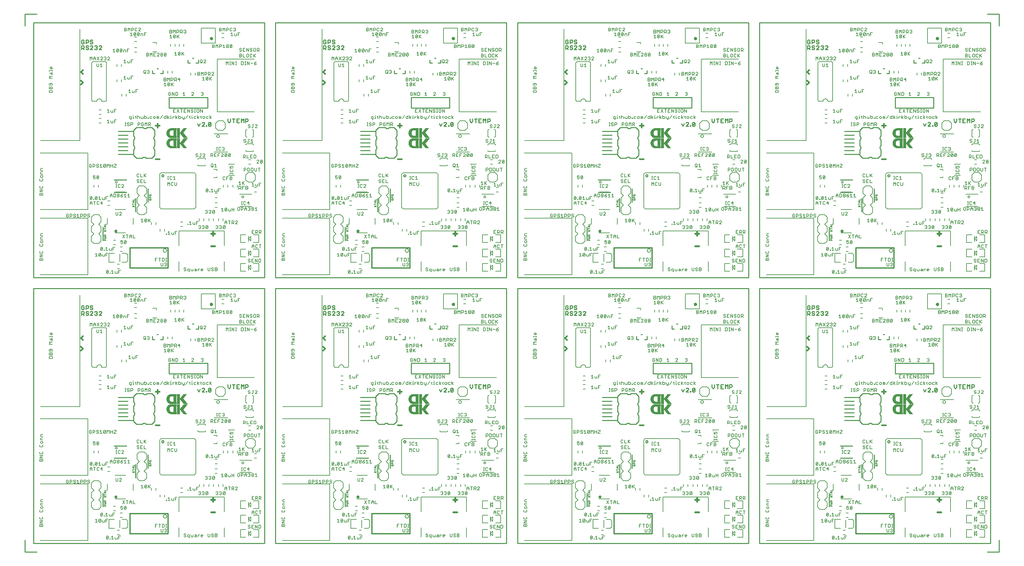
<source format=gto>
G75*
G70*
%OFA0B0*%
%FSLAX25Y25*%
%IPPOS*%
%LPD*%
%AMOC8*
5,1,8,0,0,1.08239X$1,22.5*
%
%ADD10R,0.04200X0.00050*%
%ADD100R,0.06650X0.00050*%
%ADD102R,0.06450X0.00050*%
%ADD103R,0.03650X0.00050*%
%ADD104R,0.08700X0.00050*%
%ADD108R,0.06600X0.00050*%
%ADD11R,0.08050X0.00050*%
%ADD110R,0.06550X0.00050*%
%ADD111R,0.08950X0.00050*%
%ADD112R,0.08000X0.00050*%
%ADD114R,0.08500X0.00050*%
%ADD118R,0.09500X0.00050*%
%ADD119R,0.04250X0.00050*%
%ADD12R,0.07250X0.00050*%
%ADD120R,0.07900X0.00050*%
%ADD123R,0.04000X0.00050*%
%ADD124R,0.06300X0.00050*%
%ADD125R,0.03900X0.00050*%
%ADD126R,0.09000X0.00050*%
%ADD127R,0.06800X0.00050*%
%ADD128R,0.03100X0.00050*%
%ADD13R,0.08650X0.00050*%
%ADD130C,0.00600*%
%ADD131R,0.07500X0.00050*%
%ADD132R,0.09200X0.00050*%
%ADD134R,0.06350X0.00050*%
%ADD135R,0.03400X0.00050*%
%ADD136C,0.01000*%
%ADD137R,0.06750X0.00050*%
%ADD14R,0.08750X0.00050*%
%ADD140R,0.09100X0.00050*%
%ADD142R,0.09400X0.00050*%
%ADD147R,0.08600X0.00050*%
%ADD149C,0.02000*%
%ADD152R,0.08350X0.00050*%
%ADD153R,0.06200X0.00050*%
%ADD154R,0.03700X0.00050*%
%ADD155R,0.03850X0.00050*%
%ADD156R,0.08100X0.00050*%
%ADD157R,0.03750X0.00050*%
%ADD16R,0.09600X0.00050*%
%ADD160R,0.07150X0.00050*%
%ADD161R,0.06700X0.00050*%
%ADD163R,0.03000X0.00050*%
%ADD19R,0.08250X0.00050*%
%ADD23R,0.03250X0.00050*%
%ADD25R,0.09350X0.00050*%
%ADD27R,0.07700X0.00050*%
%ADD29C,0.01200*%
%ADD30R,0.07850X0.00050*%
%ADD31C,0.02400*%
%ADD32R,0.08450X0.00050*%
%ADD33R,0.03050X0.00050*%
%ADD34R,0.04800X0.00050*%
%ADD35R,0.05000X0.00050*%
%ADD36R,0.03800X0.00050*%
%ADD37R,0.08800X0.00050*%
%ADD40R,0.06950X0.00050*%
%ADD41R,0.08900X0.00050*%
%ADD42R,0.04150X0.00050*%
%ADD43R,0.09250X0.00050*%
%ADD44R,0.03500X0.00050*%
%ADD46R,0.07950X0.00050*%
%ADD50C,0.01600*%
%ADD51R,0.03600X0.00050*%
%ADD52R,0.09050X0.00050*%
%ADD54R,0.03450X0.00050*%
%ADD57R,0.09550X0.00050*%
%ADD58R,0.07600X0.00050*%
%ADD59R,0.08150X0.00050*%
%ADD63R,0.05900X0.00050*%
%ADD64R,0.04700X0.00050*%
%ADD66R,0.07750X0.00050*%
%ADD67R,0.08300X0.00050*%
%ADD69R,0.09300X0.00050*%
%ADD70R,0.07400X0.00050*%
%ADD71R,0.09450X0.00050*%
%ADD72R,0.08850X0.00050*%
%ADD74R,0.04450X0.00050*%
%ADD76R,0.06500X0.00050*%
%ADD77R,0.09150X0.00050*%
%ADD78R,0.03200X0.00050*%
%ADD79R,0.06400X0.00050*%
%ADD81C,0.00800*%
%ADD82R,0.08200X0.00050*%
%ADD83R,0.03350X0.00050*%
%ADD84R,0.07350X0.00050*%
%ADD88R,0.07800X0.00050*%
%ADD89R,0.07100X0.00050*%
%ADD92R,0.08550X0.00050*%
%ADD93R,0.05500X0.00050*%
%ADD95R,0.03150X0.00050*%
%ADD97C,0.00500*%
%ADD98R,0.06250X0.00050*%
%ADD99R,0.03300X0.00050*%
X0020000Y0020000D02*
G75*
%LPD*%
D50*
X0147000Y0143000D02*
X0151000Y0143000D01*
X0149000Y0176000D02*
X0149000Y0180000D01*
X0147000Y0178000D02*
X0151000Y0178000D01*
X0071000Y0223000D02*
X0069000Y0221000D01*
X0071000Y0223000D02*
X0069000Y0225000D01*
X0071000Y0232000D02*
X0069000Y0234000D01*
X0071000Y0236000D01*
D136*
X0072170Y0257500D02*
X0070830Y0258840D01*
X0071500Y0258840D02*
X0069500Y0258840D01*
X0069500Y0257500D02*
X0069500Y0261510D01*
X0071500Y0261510D01*
X0072170Y0260840D01*
X0072170Y0259500D01*
X0071500Y0258840D01*
X0074100Y0258170D02*
X0074770Y0257500D01*
X0076110Y0257500D01*
X0076770Y0258170D01*
X0076770Y0258840D01*
X0076110Y0259500D01*
X0074770Y0259500D01*
X0074100Y0260170D01*
X0074100Y0260840D01*
X0074770Y0261510D01*
X0076110Y0261510D01*
X0076770Y0260840D01*
X0078710Y0260840D02*
X0079380Y0261510D01*
X0080710Y0261510D01*
X0081380Y0260840D01*
X0081380Y0260170D01*
X0078710Y0257500D01*
X0081380Y0257500D01*
X0083310Y0258170D02*
X0083980Y0257500D01*
X0085310Y0257500D01*
X0085980Y0258170D01*
X0085980Y0258840D01*
X0085310Y0259500D01*
X0084650Y0259500D01*
X0085310Y0259500D02*
X0085980Y0260170D01*
X0085980Y0260840D01*
X0085310Y0261510D01*
X0083980Y0261510D01*
X0083310Y0260840D01*
X0080710Y0263500D02*
X0079380Y0263500D01*
X0078710Y0264170D01*
X0079380Y0265500D02*
X0080710Y0265500D01*
X0081380Y0264840D01*
X0081380Y0264170D01*
X0080710Y0263500D01*
X0079380Y0265500D02*
X0078710Y0266170D01*
X0078710Y0266840D01*
X0079380Y0267510D01*
X0080710Y0267510D01*
X0081380Y0266840D01*
X0076770Y0266840D02*
X0076770Y0265500D01*
X0076110Y0264840D01*
X0074100Y0264840D01*
X0074100Y0263500D02*
X0074100Y0267510D01*
X0076110Y0267510D01*
X0076770Y0266840D01*
X0072170Y0266840D02*
X0071500Y0267510D01*
X0070170Y0267510D01*
X0069500Y0266840D01*
X0069500Y0264170D01*
X0070170Y0263500D01*
X0071500Y0263500D01*
X0072170Y0264170D01*
X0072170Y0265500D01*
X0070830Y0265500D01*
X0087920Y0260840D02*
X0088580Y0261510D01*
X0089920Y0261510D01*
X0090580Y0260840D01*
X0090580Y0260170D01*
X0087920Y0257500D01*
X0090580Y0257500D01*
X0143400Y0235500D02*
X0143400Y0232400D01*
X0146000Y0232400D01*
X0148300Y0237600D02*
X0149700Y0237600D01*
X0154600Y0235600D02*
X0154600Y0232400D01*
X0152000Y0232400D01*
X0180400Y0243400D02*
X0180400Y0246500D01*
X0180400Y0243400D02*
X0183000Y0243400D01*
X0185300Y0248600D02*
X0186700Y0248600D01*
X0191600Y0246600D02*
X0191600Y0243400D01*
X0189000Y0243400D01*
X0201200Y0207500D02*
X0161000Y0207500D01*
X0161000Y0196600D01*
X0201200Y0196600D01*
X0201200Y0207500D01*
X0222300Y0185110D02*
X0222300Y0182440D01*
X0223630Y0181100D01*
X0224970Y0182440D01*
X0224970Y0185110D01*
X0226900Y0185110D02*
X0229570Y0185110D01*
X0228240Y0185110D02*
X0228240Y0181100D01*
X0231510Y0181100D02*
X0234180Y0181100D01*
X0236110Y0181100D02*
X0236110Y0185110D01*
X0237450Y0183770D01*
X0238780Y0185110D01*
X0238780Y0181100D01*
X0240720Y0181100D02*
X0240720Y0185110D01*
X0242720Y0185110D01*
X0243380Y0184440D01*
X0243380Y0183100D01*
X0242720Y0182440D01*
X0240720Y0182440D01*
X0234180Y0185110D02*
X0231510Y0185110D01*
X0231510Y0181100D01*
X0231510Y0183100D02*
X0232840Y0183100D01*
X0204680Y0180840D02*
X0202010Y0178170D01*
X0202680Y0177500D01*
X0204010Y0177500D01*
X0204680Y0178170D01*
X0204680Y0180840D01*
X0204010Y0181510D01*
X0202680Y0181510D01*
X0202010Y0180840D01*
X0202010Y0178170D01*
X0200380Y0178170D02*
X0200380Y0177500D01*
X0199710Y0177500D01*
X0199710Y0178170D01*
X0200380Y0178170D01*
X0197770Y0177500D02*
X0195100Y0177500D01*
X0197770Y0180170D01*
X0197770Y0180840D01*
X0197110Y0181510D01*
X0195770Y0181510D01*
X0195100Y0180840D01*
X0193170Y0180170D02*
X0191830Y0177500D01*
X0190500Y0180170D01*
X0146000Y0173000D02*
X0146000Y0167000D01*
X0145000Y0166000D01*
X0145000Y0164000D01*
X0146000Y0163000D01*
X0146000Y0157000D01*
X0145000Y0156000D01*
X0145000Y0154000D01*
X0146000Y0153000D01*
X0146000Y0147000D01*
X0143000Y0144000D01*
X0137000Y0144000D01*
X0136000Y0145000D01*
X0134000Y0145000D01*
X0133000Y0144000D01*
X0127000Y0144000D01*
X0124000Y0147000D01*
X0124000Y0148000D01*
X0108000Y0148000D01*
X0108000Y0152000D02*
X0118000Y0152000D01*
X0118000Y0156000D02*
X0108000Y0156000D01*
X0108000Y0160000D02*
X0118000Y0160000D01*
X0118000Y0164000D02*
X0108000Y0164000D01*
X0108000Y0168000D02*
X0118000Y0168000D01*
X0124000Y0167000D02*
X0124000Y0172000D01*
X0108000Y0172000D01*
X0124000Y0172000D02*
X0124000Y0173000D01*
X0127000Y0176000D01*
X0134000Y0176000D01*
X0135000Y0175000D01*
X0137000Y0175000D01*
X0138000Y0176000D01*
X0143000Y0176000D01*
X0146000Y0173000D01*
X0125000Y0166000D02*
X0125000Y0164000D01*
X0124000Y0163000D01*
X0124000Y0157000D01*
X0125000Y0156000D01*
X0125000Y0154000D01*
X0124000Y0153000D01*
X0124000Y0148000D01*
X0125000Y0166000D02*
X0124000Y0167000D01*
X0153140Y0125750D02*
X0153160Y0125950D01*
X0153210Y0126150D01*
X0153310Y0126330D01*
X0153430Y0126500D01*
X0153580Y0126640D01*
X0153760Y0126740D01*
X0153950Y0126820D01*
X0154150Y0126860D01*
X0154350Y0126860D01*
X0154550Y0126820D01*
X0154740Y0126740D01*
X0154920Y0126640D01*
X0155070Y0126500D01*
X0155190Y0126330D01*
X0155290Y0126150D01*
X0155340Y0125950D01*
X0155360Y0125750D01*
X0155340Y0125550D01*
X0155290Y0125350D01*
X0155190Y0125170D01*
X0155070Y0125000D01*
X0154920Y0124860D01*
X0154740Y0124760D01*
X0154550Y0124680D01*
X0154350Y0124640D01*
X0154150Y0124640D01*
X0153950Y0124680D01*
X0153760Y0124760D01*
X0153580Y0124860D01*
X0153430Y0125000D01*
X0153310Y0125170D01*
X0153210Y0125350D01*
X0153160Y0125550D01*
X0153140Y0125750D01*
X0139000Y0112000D02*
X0139000Y0098000D01*
X0126000Y0102000D02*
X0126000Y0088000D01*
X0116400Y0108600D02*
X0103600Y0108600D01*
X0103600Y0121400D02*
X0116400Y0121400D01*
X0092000Y0072000D02*
X0092000Y0058000D01*
D81*
X0090000Y0057500D02*
X0090000Y0062500D01*
X0087500Y0065000D01*
X0090000Y0067500D01*
X0090000Y0072500D01*
X0087500Y0075000D01*
X0090000Y0077500D01*
X0090000Y0082500D01*
X0087500Y0085000D01*
X0082500Y0085000D01*
X0080000Y0082500D01*
X0080000Y0077500D01*
X0082500Y0075000D01*
X0080000Y0072500D01*
X0080000Y0067500D01*
X0082500Y0065000D01*
X0080000Y0062500D01*
X0080000Y0057500D01*
X0082500Y0055000D01*
X0087500Y0055000D01*
X0090000Y0057500D01*
X0089930Y0051110D02*
X0091000Y0051110D01*
X0091540Y0050570D01*
X0089400Y0048440D01*
X0089930Y0047900D01*
X0091000Y0047900D01*
X0091540Y0048440D01*
X0091540Y0050570D01*
X0089930Y0051110D02*
X0089400Y0050570D01*
X0089400Y0048440D01*
X0089290Y0044850D02*
X0089820Y0044320D01*
X0087690Y0042180D01*
X0088220Y0041650D01*
X0089290Y0041650D01*
X0089820Y0042180D01*
X0089820Y0044320D01*
X0089290Y0044850D02*
X0088220Y0044850D01*
X0087690Y0044320D01*
X0087690Y0042180D01*
X0086140Y0041650D02*
X0084010Y0041650D01*
X0085070Y0041650D02*
X0085070Y0044850D01*
X0084010Y0043780D01*
X0091370Y0043780D02*
X0091370Y0042180D01*
X0091910Y0041650D01*
X0093510Y0041650D01*
X0093510Y0043780D01*
X0095060Y0043250D02*
X0096120Y0043250D01*
X0095060Y0041650D02*
X0095060Y0044850D01*
X0097190Y0044850D01*
X0098160Y0044730D02*
X0104060Y0044730D01*
X0102290Y0047900D02*
X0102290Y0051110D01*
X0104430Y0051110D01*
X0103360Y0049500D02*
X0102290Y0049500D01*
X0100740Y0050040D02*
X0100740Y0047900D01*
X0099140Y0047900D01*
X0098610Y0048440D01*
X0098610Y0050040D01*
X0097060Y0047900D02*
X0094920Y0047900D01*
X0095990Y0047900D02*
X0095990Y0051110D01*
X0094920Y0050040D01*
X0093620Y0048440D02*
X0093620Y0047900D01*
X0093080Y0047900D01*
X0093080Y0048440D01*
X0093620Y0048440D01*
X0098160Y0044730D02*
X0098160Y0035280D01*
X0104060Y0035280D01*
X0101990Y0027110D02*
X0101990Y0023900D01*
X0100920Y0023900D02*
X0103060Y0023900D01*
X0104610Y0024440D02*
X0105140Y0023900D01*
X0106740Y0023900D01*
X0106740Y0026040D01*
X0108290Y0025500D02*
X0109360Y0025500D01*
X0108290Y0023900D02*
X0108290Y0027110D01*
X0110430Y0027110D01*
X0104610Y0026040D02*
X0104610Y0024440D01*
X0101990Y0027110D02*
X0100920Y0026040D01*
X0099620Y0024440D02*
X0099620Y0023900D01*
X0099080Y0023900D01*
X0099080Y0024440D01*
X0099620Y0024440D01*
X0097540Y0024440D02*
X0097000Y0023900D01*
X0095930Y0023900D01*
X0095400Y0024440D01*
X0097540Y0026570D01*
X0097540Y0024440D01*
X0097540Y0026570D02*
X0097000Y0027110D01*
X0095930Y0027110D01*
X0095400Y0026570D01*
X0095400Y0024440D01*
X0111940Y0035280D02*
X0116270Y0035280D01*
X0117840Y0036850D01*
X0117840Y0043150D01*
X0116270Y0044730D01*
X0111940Y0044730D01*
X0112000Y0054900D02*
X0110930Y0054900D01*
X0110400Y0055440D01*
X0110400Y0056500D02*
X0111470Y0057040D01*
X0112000Y0057040D01*
X0112540Y0056500D01*
X0112540Y0055440D01*
X0112000Y0054900D01*
X0114080Y0055440D02*
X0116220Y0057570D01*
X0116220Y0055440D01*
X0115680Y0054900D01*
X0114620Y0054900D01*
X0114080Y0055440D01*
X0114080Y0057570D01*
X0114620Y0058110D01*
X0115680Y0058110D01*
X0116220Y0057570D01*
X0112540Y0058110D02*
X0110400Y0058110D01*
X0110400Y0056500D01*
X0112400Y0060900D02*
X0114540Y0064110D01*
X0116080Y0064110D02*
X0118220Y0064110D01*
X0117150Y0064110D02*
X0117150Y0060900D01*
X0114540Y0060900D02*
X0112400Y0064110D01*
X0115500Y0066000D02*
X0104500Y0066000D01*
X0096500Y0075000D02*
X0096500Y0081500D01*
X0105400Y0084940D02*
X0105930Y0084400D01*
X0107000Y0084400D01*
X0107540Y0084940D01*
X0107540Y0087610D01*
X0109080Y0087070D02*
X0109620Y0087610D01*
X0110680Y0087610D01*
X0111220Y0087070D01*
X0111220Y0086540D01*
X0109080Y0084400D01*
X0111220Y0084400D01*
X0105400Y0084940D02*
X0105400Y0087610D01*
X0104500Y0090500D02*
X0115500Y0090500D01*
X0123500Y0081500D02*
X0123500Y0075000D01*
X0131900Y0077400D02*
X0134040Y0077400D01*
X0132970Y0077400D02*
X0132970Y0080610D01*
X0131900Y0079540D01*
X0135580Y0080070D02*
X0136120Y0080610D01*
X0137180Y0080610D01*
X0137720Y0080070D01*
X0135580Y0077940D01*
X0136120Y0077400D01*
X0137180Y0077400D01*
X0137720Y0077940D01*
X0137720Y0080070D01*
X0139270Y0080610D02*
X0139270Y0077400D01*
X0139270Y0078470D02*
X0141400Y0080610D01*
X0139800Y0079000D02*
X0141400Y0077400D01*
X0135580Y0077940D02*
X0135580Y0080070D01*
X0135000Y0085000D02*
X0130000Y0085000D01*
X0127500Y0087500D01*
X0127500Y0092500D01*
X0130000Y0095000D01*
X0127500Y0097500D01*
X0127500Y0102500D01*
X0130000Y0105000D01*
X0127500Y0107500D01*
X0127500Y0112500D01*
X0130000Y0115000D01*
X0135000Y0115000D01*
X0137500Y0112500D01*
X0137500Y0107500D01*
X0135000Y0105000D01*
X0137500Y0102500D01*
X0137500Y0097500D01*
X0135000Y0095000D01*
X0137500Y0092500D01*
X0137500Y0087500D01*
X0135000Y0085000D01*
X0151100Y0092680D02*
X0151100Y0127330D01*
X0152680Y0128900D01*
X0187320Y0128900D01*
X0188900Y0127330D01*
X0188900Y0092680D01*
X0187320Y0091100D01*
X0152680Y0091100D01*
X0151100Y0092680D01*
X0159400Y0115400D02*
X0159400Y0118610D01*
X0160470Y0117540D01*
X0161540Y0118610D01*
X0161540Y0115400D01*
X0163080Y0115940D02*
X0163620Y0115400D01*
X0164680Y0115400D01*
X0165220Y0115940D01*
X0166770Y0115940D02*
X0167300Y0115400D01*
X0168370Y0115400D01*
X0168900Y0115940D01*
X0168900Y0118610D01*
X0166770Y0118610D02*
X0166770Y0115940D01*
X0165220Y0118070D02*
X0164680Y0118610D01*
X0163620Y0118610D01*
X0163080Y0118070D01*
X0163080Y0115940D01*
X0163460Y0121900D02*
X0163990Y0122440D01*
X0163460Y0121900D02*
X0162390Y0121900D01*
X0161860Y0122440D01*
X0161860Y0124570D01*
X0162390Y0125110D01*
X0163460Y0125110D01*
X0163990Y0124570D01*
X0165540Y0124040D02*
X0166610Y0125110D01*
X0166610Y0121900D01*
X0167670Y0121900D02*
X0165540Y0121900D01*
X0160470Y0121900D02*
X0159400Y0121900D01*
X0159930Y0121900D02*
X0159930Y0125110D01*
X0159400Y0125110D02*
X0160470Y0125110D01*
X0136900Y0124400D02*
X0135300Y0126000D01*
X0134770Y0125470D02*
X0136900Y0127610D01*
X0134770Y0127610D02*
X0134770Y0124400D01*
X0133220Y0124400D02*
X0131080Y0124400D01*
X0131080Y0127610D01*
X0129540Y0127070D02*
X0129000Y0127610D01*
X0127930Y0127610D01*
X0127400Y0127070D01*
X0127400Y0124940D01*
X0127930Y0124400D01*
X0129000Y0124400D01*
X0129540Y0124940D01*
X0129000Y0121610D02*
X0127930Y0121610D01*
X0127400Y0121070D01*
X0127400Y0120540D01*
X0127930Y0120000D01*
X0129000Y0120000D01*
X0129540Y0119470D01*
X0129540Y0118940D01*
X0129000Y0118400D01*
X0127930Y0118400D01*
X0127400Y0118940D01*
X0129540Y0121070D02*
X0129000Y0121610D01*
X0131080Y0121610D02*
X0131080Y0118400D01*
X0133220Y0118400D01*
X0134770Y0118400D02*
X0134770Y0121610D01*
X0133220Y0121610D02*
X0131080Y0121610D01*
X0131080Y0120000D02*
X0132150Y0120000D01*
X0134770Y0118400D02*
X0136900Y0118400D01*
X0118880Y0106610D02*
X0118880Y0103400D01*
X0117820Y0103400D02*
X0119950Y0103400D01*
X0117820Y0105540D02*
X0118880Y0106610D01*
X0115200Y0106610D02*
X0115200Y0103400D01*
X0114130Y0103400D02*
X0116270Y0103400D01*
X0114130Y0105540D02*
X0115200Y0106610D01*
X0112580Y0106610D02*
X0111520Y0106070D01*
X0110450Y0105000D01*
X0112050Y0105000D01*
X0112580Y0104470D01*
X0112580Y0103940D01*
X0112050Y0103400D01*
X0110980Y0103400D01*
X0110450Y0103940D01*
X0110450Y0105000D01*
X0108900Y0104470D02*
X0108900Y0103940D01*
X0108370Y0103400D01*
X0107300Y0103400D01*
X0106770Y0103940D01*
X0106770Y0104470D01*
X0107300Y0105000D01*
X0108370Y0105000D01*
X0108900Y0104470D01*
X0108370Y0105000D02*
X0108900Y0105540D01*
X0108900Y0106070D01*
X0108370Y0106610D01*
X0107300Y0106610D01*
X0106770Y0106070D01*
X0106770Y0105540D01*
X0107300Y0105000D01*
X0105220Y0103940D02*
X0105220Y0106070D01*
X0104680Y0106610D01*
X0103080Y0106610D01*
X0103080Y0103400D01*
X0104680Y0103400D01*
X0105220Y0103940D01*
X0101540Y0103400D02*
X0101540Y0105540D01*
X0100470Y0106610D01*
X0099400Y0105540D01*
X0099400Y0103400D01*
X0099400Y0105000D02*
X0101540Y0105000D01*
X0097110Y0104110D02*
X0094970Y0104110D01*
X0094970Y0100900D01*
X0093430Y0100900D02*
X0093430Y0103040D01*
X0094970Y0102500D02*
X0096040Y0102500D01*
X0093430Y0100900D02*
X0091820Y0100900D01*
X0091290Y0101440D01*
X0091290Y0103040D01*
X0089740Y0100900D02*
X0087610Y0100900D01*
X0088680Y0100900D02*
X0088680Y0104110D01*
X0087610Y0103040D01*
X0086060Y0103570D02*
X0086060Y0101440D01*
X0085530Y0100900D01*
X0084460Y0100900D01*
X0083920Y0101440D01*
X0086060Y0103570D01*
X0085530Y0104110D01*
X0084460Y0104110D01*
X0083920Y0103570D01*
X0083920Y0101440D01*
X0082620Y0101440D02*
X0082620Y0100900D01*
X0082080Y0100900D01*
X0082080Y0101440D01*
X0082620Y0101440D01*
X0080540Y0101440D02*
X0080540Y0103570D01*
X0078400Y0101440D01*
X0078930Y0100900D01*
X0080000Y0100900D01*
X0080540Y0101440D01*
X0080540Y0103570D02*
X0080000Y0104110D01*
X0078930Y0104110D01*
X0078400Y0103570D01*
X0078400Y0101440D01*
X0079470Y0098860D02*
X0080540Y0097790D01*
X0080540Y0095650D01*
X0080540Y0097250D02*
X0078400Y0097250D01*
X0078400Y0097790D02*
X0078400Y0095650D01*
X0078400Y0097790D02*
X0079470Y0098860D01*
X0082080Y0098860D02*
X0084220Y0098860D01*
X0083150Y0098860D02*
X0083150Y0095650D01*
X0085770Y0096190D02*
X0085770Y0098320D01*
X0086300Y0098860D01*
X0087370Y0098860D01*
X0087900Y0098320D01*
X0089450Y0097250D02*
X0091580Y0097250D01*
X0091050Y0095650D02*
X0091050Y0098860D01*
X0089450Y0097250D01*
X0087900Y0096190D02*
X0087370Y0095650D01*
X0086300Y0095650D01*
X0085770Y0096190D01*
X0077600Y0085610D02*
X0076530Y0085610D01*
X0076000Y0085070D01*
X0076000Y0084540D01*
X0076530Y0084000D01*
X0077600Y0084000D01*
X0078130Y0083470D01*
X0078130Y0082940D01*
X0077600Y0082400D01*
X0076530Y0082400D01*
X0076000Y0082940D01*
X0074450Y0084000D02*
X0073920Y0083470D01*
X0072320Y0083470D01*
X0072320Y0082400D02*
X0072320Y0085610D01*
X0073920Y0085610D01*
X0074450Y0085070D01*
X0074450Y0084000D01*
X0077600Y0085610D02*
X0078130Y0085070D01*
X0070770Y0085070D02*
X0070770Y0084000D01*
X0070230Y0083470D01*
X0068630Y0083470D01*
X0068630Y0082400D02*
X0068630Y0085610D01*
X0070230Y0085610D01*
X0070770Y0085070D01*
X0067080Y0082400D02*
X0064950Y0082400D01*
X0066020Y0082400D02*
X0066020Y0085610D01*
X0064950Y0084540D01*
X0063400Y0085070D02*
X0062870Y0085610D01*
X0061800Y0085610D01*
X0061270Y0085070D01*
X0061270Y0084540D01*
X0061800Y0084000D01*
X0062870Y0084000D01*
X0063400Y0083470D01*
X0063400Y0082940D01*
X0062870Y0082400D01*
X0061800Y0082400D01*
X0061270Y0082940D01*
X0059720Y0084000D02*
X0059180Y0083470D01*
X0057580Y0083470D01*
X0057580Y0082400D02*
X0057580Y0085610D01*
X0059180Y0085610D01*
X0059720Y0085070D01*
X0059720Y0084000D01*
X0056040Y0084000D02*
X0056040Y0082940D01*
X0055500Y0082400D01*
X0054430Y0082400D01*
X0053900Y0082940D01*
X0053900Y0085070D01*
X0054430Y0085610D01*
X0055500Y0085610D01*
X0056040Y0085070D01*
X0056040Y0084000D02*
X0054970Y0084000D01*
X0029100Y0065320D02*
X0027500Y0065320D01*
X0026960Y0064790D01*
X0026960Y0063180D01*
X0029100Y0063180D01*
X0029100Y0061640D02*
X0027500Y0061640D01*
X0026960Y0061100D01*
X0026960Y0059500D01*
X0029100Y0059500D01*
X0028570Y0057950D02*
X0027500Y0057950D01*
X0026960Y0057420D01*
X0026960Y0056350D01*
X0027500Y0055820D01*
X0028570Y0055820D01*
X0029100Y0056350D01*
X0029100Y0057420D01*
X0028570Y0057950D01*
X0028570Y0054270D02*
X0029100Y0053740D01*
X0029100Y0052670D01*
X0028570Y0052140D01*
X0026430Y0052140D01*
X0025900Y0052670D01*
X0025900Y0053740D01*
X0026430Y0054270D01*
X0026430Y0046900D02*
X0025900Y0046370D01*
X0025900Y0045300D01*
X0026430Y0044770D01*
X0028570Y0044770D01*
X0029100Y0045300D01*
X0029100Y0046370D01*
X0028570Y0046900D01*
X0029100Y0043220D02*
X0025900Y0043220D01*
X0025900Y0041090D02*
X0029100Y0043220D01*
X0029100Y0041090D02*
X0025900Y0041090D01*
X0026430Y0039540D02*
X0026960Y0039540D01*
X0027500Y0039000D01*
X0027500Y0037400D01*
X0029100Y0037400D02*
X0029100Y0039000D01*
X0028570Y0039540D01*
X0028030Y0039540D01*
X0027500Y0039000D01*
X0026430Y0039540D02*
X0025900Y0039000D01*
X0025900Y0037400D01*
X0029100Y0037400D01*
X0029100Y0105400D02*
X0025900Y0105400D01*
X0025900Y0107000D01*
X0026430Y0107540D01*
X0026960Y0107540D01*
X0027500Y0107000D01*
X0027500Y0105400D01*
X0029100Y0105400D02*
X0029100Y0107000D01*
X0028570Y0107540D01*
X0028030Y0107540D01*
X0027500Y0107000D01*
X0029100Y0109090D02*
X0025900Y0109090D01*
X0029100Y0111220D01*
X0025900Y0111220D01*
X0026430Y0112770D02*
X0028570Y0112770D01*
X0029100Y0113300D01*
X0029100Y0114370D01*
X0028570Y0114900D01*
X0026430Y0114900D02*
X0025900Y0114370D01*
X0025900Y0113300D01*
X0026430Y0112770D01*
X0026430Y0120140D02*
X0028570Y0120140D01*
X0029100Y0120670D01*
X0029100Y0121740D01*
X0028570Y0122270D01*
X0028570Y0123820D02*
X0029100Y0124350D01*
X0029100Y0125420D01*
X0028570Y0125950D01*
X0027500Y0125950D01*
X0026960Y0125420D01*
X0026960Y0124350D01*
X0027500Y0123820D01*
X0028570Y0123820D01*
X0026430Y0122270D02*
X0025900Y0121740D01*
X0025900Y0120670D01*
X0026430Y0120140D01*
X0026960Y0127500D02*
X0026960Y0129100D01*
X0027500Y0129640D01*
X0029100Y0129640D01*
X0029100Y0131180D02*
X0026960Y0131180D01*
X0026960Y0132790D01*
X0027500Y0133320D01*
X0029100Y0133320D01*
X0029100Y0127500D02*
X0026960Y0127500D01*
X0027000Y0162370D02*
X0068020Y0162370D01*
X0068020Y0278630D01*
X0102400Y0257040D02*
X0103470Y0258110D01*
X0103470Y0254900D01*
X0102400Y0254900D02*
X0104540Y0254900D01*
X0106080Y0255440D02*
X0108220Y0257570D01*
X0108220Y0255440D01*
X0107680Y0254900D01*
X0106620Y0254900D01*
X0106080Y0255440D01*
X0106080Y0257570D01*
X0106620Y0258110D01*
X0107680Y0258110D01*
X0108220Y0257570D01*
X0109770Y0257570D02*
X0110300Y0258110D01*
X0111370Y0258110D01*
X0111900Y0257570D01*
X0109770Y0255440D01*
X0110300Y0254900D01*
X0111370Y0254900D01*
X0111900Y0255440D01*
X0111900Y0257570D01*
X0113450Y0257040D02*
X0115050Y0257040D01*
X0115580Y0256500D01*
X0115580Y0254900D01*
X0117130Y0254900D02*
X0117130Y0258110D01*
X0119270Y0258110D01*
X0118200Y0256500D02*
X0117130Y0256500D01*
X0113450Y0257040D02*
X0113450Y0254900D01*
X0109770Y0255440D02*
X0109770Y0257570D01*
X0098950Y0249070D02*
X0098420Y0249610D01*
X0097350Y0249610D01*
X0096820Y0249070D01*
X0095270Y0249070D02*
X0095270Y0248540D01*
X0094730Y0248000D01*
X0095270Y0247470D01*
X0095270Y0246940D01*
X0094730Y0246400D01*
X0093670Y0246400D01*
X0093130Y0246940D01*
X0094200Y0248000D02*
X0094730Y0248000D01*
X0095270Y0249070D02*
X0094730Y0249610D01*
X0093670Y0249610D01*
X0093130Y0249070D01*
X0091580Y0249070D02*
X0091050Y0249610D01*
X0089980Y0249610D01*
X0089450Y0249070D01*
X0087900Y0249610D02*
X0085770Y0246400D01*
X0084220Y0246400D02*
X0084220Y0248540D01*
X0083150Y0249610D01*
X0082080Y0248540D01*
X0082080Y0246400D01*
X0080540Y0246400D02*
X0080540Y0249610D01*
X0079470Y0248540D01*
X0078400Y0249610D01*
X0078400Y0246400D01*
X0080340Y0243200D02*
X0080340Y0204800D01*
X0080330Y0204800D02*
X0080380Y0204560D01*
X0080460Y0204330D01*
X0080570Y0204120D01*
X0080710Y0203920D01*
X0080880Y0203740D01*
X0081070Y0203590D01*
X0081280Y0203460D01*
X0081500Y0203370D01*
X0081740Y0203310D01*
X0081980Y0203290D01*
X0082230Y0203300D01*
X0082280Y0203300D02*
X0085600Y0203300D01*
X0085600Y0203500D02*
X0085620Y0203800D01*
X0085670Y0204100D01*
X0085760Y0204390D01*
X0085890Y0204660D01*
X0086040Y0204920D01*
X0086230Y0205160D01*
X0086440Y0205370D01*
X0086680Y0205560D01*
X0086940Y0205710D01*
X0087210Y0205840D01*
X0087500Y0205930D01*
X0087800Y0205980D01*
X0088100Y0206000D01*
X0088400Y0205980D01*
X0088700Y0205930D01*
X0088990Y0205840D01*
X0089260Y0205710D01*
X0089520Y0205560D01*
X0089760Y0205370D01*
X0089970Y0205160D01*
X0090160Y0204920D01*
X0090310Y0204660D01*
X0090440Y0204390D01*
X0090530Y0204100D01*
X0090580Y0203800D01*
X0090600Y0203500D01*
X0090600Y0203300D02*
X0094560Y0203300D01*
X0094760Y0203350D01*
X0094950Y0203430D01*
X0095130Y0203540D01*
X0095290Y0203670D01*
X0095420Y0203830D01*
X0095530Y0204000D01*
X0095610Y0204190D01*
X0095660Y0204390D01*
X0095680Y0204600D01*
X0095670Y0204810D01*
X0095660Y0204800D02*
X0095660Y0243600D01*
X0095670Y0243600D02*
X0095620Y0243800D01*
X0095540Y0243990D01*
X0095430Y0244170D01*
X0095300Y0244330D01*
X0095140Y0244460D01*
X0094970Y0244570D01*
X0094780Y0244650D01*
X0094580Y0244700D01*
X0094370Y0244720D01*
X0094160Y0244710D01*
X0094160Y0244700D02*
X0081840Y0244700D01*
X0081610Y0244680D01*
X0081380Y0244630D01*
X0081160Y0244540D01*
X0080960Y0244410D01*
X0080780Y0244260D01*
X0080630Y0244080D01*
X0080500Y0243880D01*
X0080410Y0243660D01*
X0080360Y0243430D01*
X0080340Y0243200D01*
X0085400Y0242610D02*
X0085400Y0239940D01*
X0085930Y0239400D01*
X0087000Y0239400D01*
X0087540Y0239940D01*
X0087540Y0242610D01*
X0089080Y0241540D02*
X0090150Y0242610D01*
X0090150Y0239400D01*
X0089080Y0239400D02*
X0091220Y0239400D01*
X0091580Y0246400D02*
X0089450Y0246400D01*
X0091580Y0248540D01*
X0091580Y0249070D01*
X0087900Y0246400D02*
X0085770Y0249610D01*
X0084220Y0248000D02*
X0082080Y0248000D01*
X0096820Y0246400D02*
X0098950Y0248540D01*
X0098950Y0249070D01*
X0098950Y0246400D02*
X0096820Y0246400D01*
X0113900Y0245540D02*
X0114970Y0246610D01*
X0114970Y0243400D01*
X0113900Y0243400D02*
X0116040Y0243400D01*
X0117580Y0243940D02*
X0118120Y0243400D01*
X0119720Y0243400D01*
X0119720Y0245540D01*
X0121270Y0245000D02*
X0122330Y0245000D01*
X0121270Y0243400D02*
X0121270Y0246610D01*
X0123400Y0246610D01*
X0117580Y0245540D02*
X0117580Y0243940D01*
X0114970Y0229610D02*
X0113900Y0228540D01*
X0114970Y0229610D02*
X0114970Y0226400D01*
X0113900Y0226400D02*
X0116040Y0226400D01*
X0117580Y0226940D02*
X0118120Y0226400D01*
X0119720Y0226400D01*
X0119720Y0228540D01*
X0121270Y0228000D02*
X0122330Y0228000D01*
X0121270Y0226400D02*
X0121270Y0229610D01*
X0123400Y0229610D01*
X0117580Y0228540D02*
X0117580Y0226940D01*
X0119970Y0215610D02*
X0119970Y0212400D01*
X0118900Y0212400D02*
X0121040Y0212400D01*
X0122580Y0212940D02*
X0122580Y0214540D01*
X0122580Y0212940D02*
X0123120Y0212400D01*
X0124720Y0212400D01*
X0124720Y0214540D01*
X0126270Y0214000D02*
X0127330Y0214000D01*
X0126270Y0212400D02*
X0126270Y0215610D01*
X0128400Y0215610D01*
X0119970Y0215610D02*
X0118900Y0214540D01*
X0135070Y0232400D02*
X0134530Y0232940D01*
X0134530Y0235070D01*
X0135070Y0235610D01*
X0136140Y0235610D01*
X0136670Y0235070D01*
X0136670Y0232940D01*
X0136140Y0232400D01*
X0135070Y0232400D01*
X0135600Y0233470D02*
X0136670Y0232400D01*
X0138220Y0232940D02*
X0138750Y0232400D01*
X0139820Y0232400D01*
X0140350Y0232940D01*
X0140350Y0233470D01*
X0139820Y0234000D01*
X0139280Y0234000D01*
X0139820Y0234000D02*
X0140350Y0234540D01*
X0140350Y0235070D01*
X0139820Y0235610D01*
X0138750Y0235610D01*
X0138220Y0235070D01*
X0155650Y0227610D02*
X0155650Y0224400D01*
X0157250Y0224400D01*
X0157790Y0224940D01*
X0157790Y0225470D01*
X0157250Y0226000D01*
X0155650Y0226000D01*
X0157250Y0226000D02*
X0157790Y0226540D01*
X0157790Y0227070D01*
X0157250Y0227610D01*
X0155650Y0227610D01*
X0159330Y0227610D02*
X0160400Y0226540D01*
X0161470Y0227610D01*
X0161470Y0224400D01*
X0163020Y0224400D02*
X0163020Y0227610D01*
X0164620Y0227610D01*
X0165150Y0227070D01*
X0165150Y0226000D01*
X0164620Y0225470D01*
X0163020Y0225470D01*
X0163270Y0222610D02*
X0163270Y0219400D01*
X0163270Y0220470D02*
X0165400Y0222610D01*
X0166700Y0224400D02*
X0166700Y0227610D01*
X0168300Y0227610D01*
X0168830Y0227070D01*
X0168830Y0226000D01*
X0168300Y0225470D01*
X0166700Y0225470D01*
X0167770Y0225470D02*
X0168830Y0224400D01*
X0170380Y0226000D02*
X0172520Y0226000D01*
X0171980Y0224400D02*
X0171980Y0227610D01*
X0170380Y0226000D01*
X0163800Y0221000D02*
X0165400Y0219400D01*
X0161720Y0219940D02*
X0161720Y0222070D01*
X0159580Y0219940D01*
X0160120Y0219400D01*
X0161180Y0219400D01*
X0161720Y0219940D01*
X0161720Y0222070D02*
X0161180Y0222610D01*
X0160120Y0222610D01*
X0159580Y0222070D01*
X0159580Y0219940D01*
X0158040Y0219400D02*
X0155900Y0219400D01*
X0156970Y0219400D02*
X0156970Y0222610D01*
X0155900Y0221540D01*
X0159330Y0224400D02*
X0159330Y0227610D01*
X0160930Y0212610D02*
X0160400Y0212070D01*
X0160400Y0209940D01*
X0160930Y0209400D01*
X0162000Y0209400D01*
X0162540Y0209940D01*
X0162540Y0211000D01*
X0161470Y0211000D01*
X0162540Y0212070D02*
X0162000Y0212610D01*
X0160930Y0212610D01*
X0164080Y0212610D02*
X0164080Y0209400D01*
X0166220Y0209400D02*
X0164080Y0212610D01*
X0166220Y0212610D02*
X0166220Y0209400D01*
X0167770Y0209400D02*
X0169370Y0209400D01*
X0169900Y0209940D01*
X0169900Y0212070D01*
X0169370Y0212610D01*
X0167770Y0212610D01*
X0167770Y0209400D01*
X0175400Y0209400D02*
X0177540Y0209400D01*
X0176470Y0209400D02*
X0176470Y0212610D01*
X0175400Y0211540D01*
X0184400Y0212070D02*
X0184930Y0212610D01*
X0186000Y0212610D01*
X0186540Y0212070D01*
X0186540Y0211540D01*
X0184400Y0209400D01*
X0186540Y0209400D01*
X0194400Y0209940D02*
X0194930Y0209400D01*
X0196000Y0209400D01*
X0196540Y0209940D01*
X0196540Y0210470D01*
X0196000Y0211000D01*
X0195470Y0211000D01*
X0196000Y0211000D02*
X0196540Y0211540D01*
X0196540Y0212070D01*
X0196000Y0212610D01*
X0194930Y0212610D01*
X0194400Y0212070D01*
X0195850Y0225400D02*
X0197990Y0225400D01*
X0196920Y0225400D02*
X0196920Y0228610D01*
X0195850Y0227540D01*
X0196550Y0230400D02*
X0196550Y0233610D01*
X0195480Y0232540D01*
X0194420Y0233610D01*
X0194420Y0230400D01*
X0192870Y0230940D02*
X0192340Y0230400D01*
X0190730Y0230400D01*
X0190730Y0233610D01*
X0192340Y0233610D01*
X0192870Y0233070D01*
X0192870Y0232540D01*
X0192340Y0232000D01*
X0190730Y0232000D01*
X0192340Y0232000D02*
X0192870Y0231470D01*
X0192870Y0230940D01*
X0198100Y0231470D02*
X0199700Y0231470D01*
X0200240Y0232000D01*
X0200240Y0233070D01*
X0199700Y0233610D01*
X0198100Y0233610D01*
X0198100Y0230400D01*
X0200070Y0228610D02*
X0201140Y0228610D01*
X0201670Y0228070D01*
X0199530Y0225940D01*
X0200070Y0225400D01*
X0201140Y0225400D01*
X0201670Y0225940D01*
X0201670Y0228070D01*
X0203220Y0228610D02*
X0203220Y0225400D01*
X0203220Y0226470D02*
X0205350Y0228610D01*
X0205470Y0230400D02*
X0207600Y0232540D01*
X0207600Y0233070D01*
X0207070Y0233610D01*
X0206000Y0233610D01*
X0205470Y0233070D01*
X0203920Y0233070D02*
X0203920Y0232000D01*
X0203390Y0231470D01*
X0201780Y0231470D01*
X0201780Y0230400D02*
X0201780Y0233610D01*
X0203390Y0233610D01*
X0203920Y0233070D01*
X0202850Y0231470D02*
X0203920Y0230400D01*
X0205470Y0230400D02*
X0207600Y0230400D01*
X0203750Y0227000D02*
X0205350Y0225400D01*
X0199530Y0225940D02*
X0199530Y0228070D01*
X0200070Y0228610D01*
X0199350Y0243400D02*
X0197220Y0243400D01*
X0199350Y0245540D01*
X0199350Y0246070D01*
X0198820Y0246610D01*
X0197750Y0246610D01*
X0197220Y0246070D01*
X0195670Y0246070D02*
X0195670Y0243940D01*
X0195140Y0243400D01*
X0194070Y0243400D01*
X0193530Y0243940D01*
X0193530Y0246070D01*
X0194070Y0246610D01*
X0195140Y0246610D01*
X0195670Y0246070D01*
X0194600Y0244470D02*
X0195670Y0243400D01*
X0211180Y0247560D02*
X0211180Y0192440D01*
X0250000Y0192440D01*
X0249220Y0179030D02*
X0248150Y0179030D01*
X0248680Y0179030D02*
X0248680Y0176360D01*
X0248150Y0175830D01*
X0247620Y0175830D01*
X0247080Y0176360D01*
X0245540Y0176360D02*
X0245000Y0175830D01*
X0243930Y0175830D01*
X0243400Y0176360D01*
X0243930Y0177430D02*
X0245000Y0177430D01*
X0245540Y0176900D01*
X0245540Y0176360D01*
X0243930Y0177430D02*
X0243400Y0177960D01*
X0243400Y0178500D01*
X0243930Y0179030D01*
X0245000Y0179030D01*
X0245540Y0178500D01*
X0250770Y0178500D02*
X0251300Y0179030D01*
X0252370Y0179030D01*
X0252900Y0178500D01*
X0252900Y0177960D01*
X0250770Y0175830D01*
X0252900Y0175830D01*
X0248940Y0173150D02*
X0248940Y0166850D01*
X0248930Y0166850D02*
X0248880Y0166690D01*
X0248800Y0166530D01*
X0248700Y0166390D01*
X0248580Y0166270D01*
X0248430Y0166170D01*
X0248270Y0166100D01*
X0248100Y0166060D01*
X0247930Y0166050D01*
X0247750Y0166070D01*
X0247410Y0163610D02*
X0247410Y0160400D01*
X0246340Y0160400D02*
X0248480Y0160400D01*
X0248150Y0158940D02*
X0241850Y0158940D01*
X0241690Y0158890D01*
X0241530Y0158810D01*
X0241390Y0158710D01*
X0241270Y0158590D01*
X0241170Y0158440D01*
X0241100Y0158280D01*
X0241060Y0158110D01*
X0241050Y0157940D01*
X0241070Y0157760D01*
X0240580Y0160400D02*
X0239510Y0160400D01*
X0238970Y0160940D01*
X0239510Y0162000D02*
X0240580Y0162000D01*
X0241110Y0161470D01*
X0241110Y0160940D01*
X0240580Y0160400D01*
X0239510Y0162000D02*
X0238970Y0162540D01*
X0238970Y0163070D01*
X0239510Y0163610D01*
X0240580Y0163610D01*
X0241110Y0163070D01*
X0242660Y0160940D02*
X0243190Y0160400D01*
X0243730Y0160400D01*
X0244260Y0160940D01*
X0244260Y0163610D01*
X0243730Y0163610D02*
X0244790Y0163610D01*
X0246340Y0162540D02*
X0247410Y0163610D01*
X0242250Y0166070D02*
X0242050Y0166050D01*
X0241860Y0166070D01*
X0241670Y0166130D01*
X0241500Y0166220D01*
X0241340Y0166340D01*
X0241220Y0166490D01*
X0241130Y0166670D01*
X0241070Y0166850D01*
X0241060Y0166850D02*
X0241060Y0173150D01*
X0241070Y0173160D02*
X0241130Y0173340D01*
X0241220Y0173520D01*
X0241340Y0173670D01*
X0241500Y0173790D01*
X0241670Y0173880D01*
X0241860Y0173940D01*
X0242050Y0173960D01*
X0242250Y0173940D01*
X0247750Y0173940D02*
X0247930Y0173960D01*
X0248100Y0173950D01*
X0248270Y0173910D01*
X0248430Y0173840D01*
X0248580Y0173740D01*
X0248700Y0173620D01*
X0248800Y0173480D01*
X0248880Y0173320D01*
X0248930Y0173160D01*
X0248150Y0158940D02*
X0248310Y0158890D01*
X0248470Y0158810D01*
X0248610Y0158710D01*
X0248730Y0158590D01*
X0248830Y0158440D01*
X0248900Y0158280D01*
X0248940Y0158110D01*
X0248950Y0157940D01*
X0248930Y0157760D01*
X0248930Y0152250D02*
X0248950Y0152070D01*
X0248940Y0151900D01*
X0248900Y0151730D01*
X0248830Y0151570D01*
X0248730Y0151420D01*
X0248610Y0151300D01*
X0248470Y0151200D01*
X0248310Y0151120D01*
X0248150Y0151070D01*
X0241850Y0151070D01*
X0241690Y0151120D01*
X0241530Y0151200D01*
X0241390Y0151300D01*
X0241270Y0151420D01*
X0241170Y0151570D01*
X0241100Y0151730D01*
X0241060Y0151900D01*
X0241050Y0152070D01*
X0241070Y0152250D01*
X0242080Y0147360D02*
X0242080Y0144150D01*
X0244220Y0144150D01*
X0245770Y0144150D02*
X0245770Y0147360D01*
X0247900Y0147360D01*
X0249450Y0147360D02*
X0249450Y0144150D01*
X0251050Y0144150D01*
X0251580Y0144690D01*
X0251580Y0146820D01*
X0251050Y0147360D01*
X0249450Y0147360D01*
X0246830Y0145750D02*
X0245770Y0145750D01*
X0245770Y0144150D02*
X0247900Y0144150D01*
X0252400Y0141570D02*
X0252930Y0142110D01*
X0254000Y0142110D01*
X0254540Y0141570D01*
X0254540Y0141040D01*
X0252400Y0138900D01*
X0254540Y0138900D01*
X0256080Y0139440D02*
X0258220Y0141570D01*
X0258220Y0139440D01*
X0257680Y0138900D01*
X0256620Y0138900D01*
X0256080Y0139440D01*
X0256080Y0141570D01*
X0256620Y0142110D01*
X0257680Y0142110D01*
X0258220Y0141570D01*
X0255970Y0133810D02*
X0253830Y0133810D01*
X0254900Y0133810D02*
X0254900Y0130600D01*
X0252280Y0131140D02*
X0252280Y0133810D01*
X0250150Y0133810D02*
X0250150Y0131140D01*
X0250680Y0130600D01*
X0251750Y0130600D01*
X0252280Y0131140D01*
X0248600Y0131140D02*
X0248600Y0133270D01*
X0248070Y0133810D01*
X0247000Y0133810D01*
X0246470Y0133270D01*
X0246470Y0131140D01*
X0247000Y0130600D01*
X0248070Y0130600D01*
X0248600Y0131140D01*
X0248500Y0129000D02*
X0243500Y0129000D01*
X0241000Y0126500D01*
X0241000Y0121500D01*
X0243500Y0119000D01*
X0248500Y0119000D01*
X0251000Y0121500D01*
X0251000Y0126500D01*
X0248500Y0129000D01*
X0244920Y0131140D02*
X0244920Y0133270D01*
X0244380Y0133810D01*
X0242780Y0133810D01*
X0242780Y0130600D01*
X0244380Y0130600D01*
X0244920Y0131140D01*
X0241240Y0132200D02*
X0240700Y0131670D01*
X0239100Y0131670D01*
X0239100Y0130600D02*
X0239100Y0133810D01*
X0240700Y0133810D01*
X0241240Y0133270D01*
X0241240Y0132200D01*
X0240540Y0144150D02*
X0239470Y0145220D01*
X0240000Y0145220D02*
X0238400Y0145220D01*
X0238400Y0144150D02*
X0238400Y0147360D01*
X0240000Y0147360D01*
X0240540Y0146820D01*
X0240540Y0145750D01*
X0240000Y0145220D01*
X0224950Y0146190D02*
X0224420Y0145650D01*
X0223350Y0145650D01*
X0222820Y0146190D01*
X0224950Y0148320D01*
X0224950Y0146190D01*
X0224950Y0148320D02*
X0224420Y0148860D01*
X0223350Y0148860D01*
X0222820Y0148320D01*
X0222820Y0146190D01*
X0221270Y0146190D02*
X0221270Y0148320D01*
X0219130Y0146190D01*
X0219670Y0145650D01*
X0220730Y0145650D01*
X0221270Y0146190D01*
X0221270Y0148320D02*
X0220730Y0148860D01*
X0219670Y0148860D01*
X0219130Y0148320D01*
X0219130Y0146190D01*
X0217580Y0145650D02*
X0215450Y0145650D01*
X0217580Y0147790D01*
X0217580Y0148320D01*
X0217050Y0148860D01*
X0215980Y0148860D01*
X0215450Y0148320D01*
X0213900Y0148860D02*
X0211770Y0148860D01*
X0211770Y0145650D01*
X0210220Y0145650D02*
X0208080Y0145650D01*
X0208080Y0148860D01*
X0210220Y0148860D01*
X0209150Y0147250D02*
X0208080Y0147250D01*
X0206540Y0147250D02*
X0206000Y0146720D01*
X0204400Y0146720D01*
X0204400Y0145650D02*
X0204400Y0148860D01*
X0206000Y0148860D01*
X0206540Y0148320D01*
X0206540Y0147250D01*
X0205470Y0146720D02*
X0206540Y0145650D01*
X0211770Y0147250D02*
X0212830Y0147250D01*
X0213390Y0152150D02*
X0214460Y0152150D01*
X0214990Y0152690D01*
X0216540Y0152690D02*
X0217070Y0152150D01*
X0218140Y0152150D01*
X0218670Y0152690D01*
X0218670Y0153220D01*
X0218140Y0153750D01*
X0217610Y0153750D01*
X0218140Y0153750D02*
X0218670Y0154290D01*
X0218670Y0154820D01*
X0218140Y0155360D01*
X0217070Y0155360D01*
X0216540Y0154820D01*
X0214990Y0154820D02*
X0214460Y0155360D01*
X0213390Y0155360D01*
X0212860Y0154820D01*
X0212860Y0152690D01*
X0213390Y0152150D01*
X0211470Y0152150D02*
X0210400Y0152150D01*
X0210930Y0152150D02*
X0210930Y0155360D01*
X0210400Y0155360D02*
X0211470Y0155360D01*
X0198330Y0148070D02*
X0198330Y0147540D01*
X0197790Y0147000D01*
X0198330Y0146470D01*
X0198330Y0145940D01*
X0197790Y0145400D01*
X0196730Y0145400D01*
X0196190Y0145940D01*
X0197260Y0147000D02*
X0197790Y0147000D01*
X0198330Y0148070D02*
X0197790Y0148610D01*
X0196730Y0148610D01*
X0196190Y0148070D01*
X0194640Y0148610D02*
X0193580Y0148610D01*
X0194110Y0148610D02*
X0194110Y0145940D01*
X0193580Y0145400D01*
X0193040Y0145400D01*
X0192510Y0145940D01*
X0190960Y0145940D02*
X0190430Y0145400D01*
X0189360Y0145400D01*
X0188830Y0145940D01*
X0189360Y0147000D02*
X0190430Y0147000D01*
X0190960Y0146470D01*
X0190960Y0145940D01*
X0189360Y0147000D02*
X0188830Y0147540D01*
X0188830Y0148070D01*
X0189360Y0148610D01*
X0190430Y0148610D01*
X0190960Y0148070D01*
X0191850Y0143940D02*
X0198150Y0143940D01*
X0198310Y0143890D01*
X0198470Y0143810D01*
X0198610Y0143710D01*
X0198730Y0143590D01*
X0198830Y0143440D01*
X0198900Y0143280D01*
X0198940Y0143110D01*
X0198950Y0142940D01*
X0198930Y0142760D01*
X0198930Y0137250D02*
X0198950Y0137070D01*
X0198940Y0136900D01*
X0198900Y0136730D01*
X0198830Y0136570D01*
X0198730Y0136420D01*
X0198610Y0136300D01*
X0198470Y0136200D01*
X0198310Y0136120D01*
X0198150Y0136070D01*
X0191850Y0136070D01*
X0191690Y0136120D01*
X0191530Y0136200D01*
X0191390Y0136300D01*
X0191270Y0136420D01*
X0191170Y0136570D01*
X0191100Y0136730D01*
X0191060Y0136900D01*
X0191050Y0137070D01*
X0191070Y0137250D01*
X0191070Y0142760D02*
X0191050Y0142940D01*
X0191060Y0143110D01*
X0191100Y0143280D01*
X0191170Y0143440D01*
X0191270Y0143590D01*
X0191390Y0143710D01*
X0191530Y0143810D01*
X0191690Y0143890D01*
X0191850Y0143940D01*
X0204790Y0137500D02*
X0204790Y0135370D01*
X0205330Y0134830D01*
X0206400Y0134830D01*
X0206930Y0135370D01*
X0206930Y0137500D01*
X0206400Y0138040D01*
X0205330Y0138040D01*
X0204790Y0137500D01*
X0205860Y0135900D02*
X0206930Y0134830D01*
X0208480Y0134830D02*
X0210610Y0134830D01*
X0209540Y0134830D02*
X0209540Y0138040D01*
X0208480Y0136970D01*
X0207610Y0132330D02*
X0210760Y0132330D01*
X0210760Y0131150D01*
X0210760Y0124850D02*
X0210760Y0123670D01*
X0207610Y0123670D01*
X0217150Y0124070D02*
X0217150Y0121940D01*
X0217680Y0121400D01*
X0218750Y0121400D01*
X0219290Y0121940D01*
X0220830Y0121400D02*
X0220830Y0124610D01*
X0222970Y0124610D01*
X0224520Y0124610D02*
X0226120Y0124610D01*
X0226650Y0124070D01*
X0226650Y0123540D01*
X0226120Y0123000D01*
X0224520Y0123000D01*
X0224520Y0121400D02*
X0224520Y0124610D01*
X0226120Y0123000D02*
X0226650Y0122470D01*
X0226650Y0121940D01*
X0226120Y0121400D01*
X0224520Y0121400D01*
X0221900Y0123000D02*
X0220830Y0123000D01*
X0219290Y0124070D02*
X0218750Y0124610D01*
X0217680Y0124610D01*
X0217150Y0124070D01*
X0224400Y0127400D02*
X0224400Y0128470D01*
X0224400Y0127940D02*
X0227600Y0127940D01*
X0227600Y0128470D02*
X0227600Y0127400D01*
X0227070Y0129860D02*
X0227600Y0130390D01*
X0227600Y0131460D01*
X0227070Y0131990D01*
X0227070Y0133540D02*
X0227600Y0134070D01*
X0227600Y0135140D01*
X0227070Y0135680D01*
X0226000Y0135680D01*
X0225460Y0135140D01*
X0225460Y0134610D01*
X0226000Y0133540D01*
X0224400Y0133540D01*
X0224400Y0135680D01*
X0224930Y0131990D02*
X0224400Y0131460D01*
X0224400Y0130390D01*
X0224930Y0129860D01*
X0227070Y0129860D01*
X0234970Y0119610D02*
X0233900Y0118540D01*
X0234970Y0119610D02*
X0234970Y0116400D01*
X0233900Y0116400D02*
X0236040Y0116400D01*
X0237580Y0116400D02*
X0237580Y0119610D01*
X0238120Y0118000D02*
X0239720Y0116400D01*
X0239470Y0114610D02*
X0237330Y0114610D01*
X0237330Y0111400D01*
X0235790Y0111400D02*
X0234720Y0112470D01*
X0235250Y0112470D02*
X0233650Y0112470D01*
X0233650Y0111400D02*
X0233650Y0114610D01*
X0235250Y0114610D01*
X0235790Y0114070D01*
X0235790Y0113000D01*
X0235250Y0112470D01*
X0237330Y0113000D02*
X0238400Y0113000D01*
X0241020Y0113000D02*
X0242620Y0113000D01*
X0243150Y0112470D01*
X0243150Y0111940D01*
X0242620Y0111400D01*
X0241020Y0111400D01*
X0241020Y0114610D01*
X0242620Y0114610D01*
X0243150Y0114070D01*
X0243150Y0113540D01*
X0242620Y0113000D01*
X0247400Y0114900D02*
X0249540Y0114900D01*
X0248470Y0114900D02*
X0248470Y0118110D01*
X0247400Y0117040D01*
X0251080Y0117040D02*
X0251080Y0115440D01*
X0251620Y0114900D01*
X0253220Y0114900D01*
X0253220Y0117040D01*
X0254770Y0116500D02*
X0255830Y0116500D01*
X0254770Y0114900D02*
X0254770Y0118110D01*
X0256900Y0118110D01*
X0247300Y0106400D02*
X0246200Y0106400D01*
X0246110Y0106400D02*
X0235880Y0106400D01*
X0237000Y0106400D02*
X0234700Y0106400D01*
X0236890Y0103730D02*
X0236910Y0103930D01*
X0236970Y0104110D01*
X0237060Y0104290D01*
X0237180Y0104440D01*
X0237330Y0104560D01*
X0237510Y0104650D01*
X0237690Y0104710D01*
X0237890Y0104730D01*
X0238090Y0104710D01*
X0238270Y0104650D01*
X0238450Y0104560D01*
X0238600Y0104440D01*
X0238720Y0104290D01*
X0238810Y0104110D01*
X0238870Y0103930D01*
X0238890Y0103730D01*
X0238870Y0103530D01*
X0238810Y0103350D01*
X0238720Y0103170D01*
X0238600Y0103020D01*
X0238450Y0102900D01*
X0238270Y0102810D01*
X0238090Y0102750D01*
X0237890Y0102730D01*
X0237690Y0102750D01*
X0237510Y0102810D01*
X0237330Y0102900D01*
X0237180Y0103020D01*
X0237060Y0103170D01*
X0236970Y0103350D01*
X0236910Y0103530D01*
X0236890Y0103730D01*
X0236930Y0098610D02*
X0236930Y0095400D01*
X0236400Y0095400D02*
X0237470Y0095400D01*
X0238860Y0095940D02*
X0238860Y0098070D01*
X0239390Y0098610D01*
X0240460Y0098610D01*
X0240990Y0098070D01*
X0242540Y0097000D02*
X0244670Y0097000D01*
X0244140Y0095400D02*
X0244140Y0098610D01*
X0242540Y0097000D01*
X0240990Y0095940D02*
X0240460Y0095400D01*
X0239390Y0095400D01*
X0238860Y0095940D01*
X0237470Y0098610D02*
X0236400Y0098610D01*
X0236100Y0093600D02*
X0234700Y0093600D01*
X0235880Y0093610D02*
X0246110Y0093610D01*
X0246200Y0093600D02*
X0247300Y0093600D01*
X0247670Y0092610D02*
X0248730Y0092610D01*
X0249270Y0092070D01*
X0249270Y0091540D01*
X0248730Y0091000D01*
X0247670Y0091000D01*
X0247130Y0091540D01*
X0247130Y0092070D01*
X0247670Y0092610D01*
X0247670Y0091000D02*
X0247130Y0090470D01*
X0247130Y0089940D01*
X0247670Y0089400D01*
X0248730Y0089400D01*
X0249270Y0089940D01*
X0249270Y0090470D01*
X0248730Y0091000D01*
X0250820Y0091540D02*
X0251880Y0092610D01*
X0251880Y0089400D01*
X0250820Y0089400D02*
X0252950Y0089400D01*
X0245580Y0089940D02*
X0245050Y0089400D01*
X0243980Y0089400D01*
X0243450Y0089940D01*
X0244520Y0091000D02*
X0245050Y0091000D01*
X0245580Y0090470D01*
X0245580Y0089940D01*
X0245050Y0091000D02*
X0245580Y0091540D01*
X0245580Y0092070D01*
X0245050Y0092610D01*
X0243980Y0092610D01*
X0243450Y0092070D01*
X0241900Y0091540D02*
X0241900Y0089400D01*
X0241900Y0091000D02*
X0239770Y0091000D01*
X0239770Y0091540D02*
X0240830Y0092610D01*
X0241900Y0091540D01*
X0239770Y0091540D02*
X0239770Y0089400D01*
X0238220Y0091000D02*
X0238220Y0092070D01*
X0237680Y0092610D01*
X0236080Y0092610D01*
X0236080Y0089400D01*
X0236080Y0090470D02*
X0237680Y0090470D01*
X0238220Y0091000D01*
X0234540Y0089940D02*
X0234540Y0092070D01*
X0234000Y0092610D01*
X0232930Y0092610D01*
X0232400Y0092070D01*
X0232400Y0089940D01*
X0232930Y0089400D01*
X0234000Y0089400D01*
X0234540Y0089940D01*
X0228580Y0090500D02*
X0226450Y0090500D01*
X0226450Y0088900D02*
X0226450Y0092110D01*
X0224900Y0091040D02*
X0224900Y0088900D01*
X0223300Y0088900D01*
X0222770Y0089440D01*
X0222770Y0091040D01*
X0221220Y0091570D02*
X0220680Y0092110D01*
X0219620Y0092110D01*
X0219080Y0091570D01*
X0219080Y0089440D01*
X0221220Y0091570D01*
X0221220Y0089440D01*
X0220680Y0088900D01*
X0219620Y0088900D01*
X0219080Y0089440D01*
X0217540Y0088900D02*
X0215400Y0088900D01*
X0216470Y0088900D02*
X0216470Y0092110D01*
X0215400Y0091040D01*
X0208400Y0089070D02*
X0208400Y0086940D01*
X0207870Y0086400D01*
X0206800Y0086400D01*
X0206270Y0086940D01*
X0208400Y0089070D01*
X0207870Y0089610D01*
X0206800Y0089610D01*
X0206270Y0089070D01*
X0206270Y0086940D01*
X0204720Y0086940D02*
X0204180Y0086400D01*
X0203120Y0086400D01*
X0202580Y0086940D01*
X0203650Y0088000D02*
X0204180Y0088000D01*
X0204720Y0087470D01*
X0204720Y0086940D01*
X0204180Y0088000D02*
X0204720Y0088540D01*
X0204720Y0089070D01*
X0204180Y0089610D01*
X0203120Y0089610D01*
X0202580Y0089070D01*
X0201040Y0089070D02*
X0201040Y0088540D01*
X0200500Y0088000D01*
X0201040Y0087470D01*
X0201040Y0086940D01*
X0200500Y0086400D01*
X0199430Y0086400D01*
X0198900Y0086940D01*
X0199970Y0088000D02*
X0200500Y0088000D01*
X0201040Y0089070D02*
X0200500Y0089610D01*
X0199430Y0089610D01*
X0198900Y0089070D01*
X0191740Y0078110D02*
X0189610Y0078110D01*
X0189610Y0074900D01*
X0188060Y0074900D02*
X0188060Y0077040D01*
X0189610Y0076500D02*
X0190680Y0076500D01*
X0188060Y0074900D02*
X0186460Y0074900D01*
X0185920Y0075440D01*
X0185920Y0077040D01*
X0184380Y0074900D02*
X0182240Y0074900D01*
X0183310Y0074900D02*
X0183310Y0078110D01*
X0182240Y0077040D01*
X0180930Y0075440D02*
X0180930Y0074900D01*
X0180400Y0074900D01*
X0180400Y0075440D01*
X0180930Y0075440D01*
X0171380Y0067990D02*
X0171380Y0052640D01*
X0167110Y0064400D02*
X0167110Y0067610D01*
X0169240Y0067610D01*
X0168180Y0066000D02*
X0167110Y0066000D01*
X0165560Y0066540D02*
X0165560Y0064400D01*
X0163960Y0064400D01*
X0163420Y0064940D01*
X0163420Y0066540D01*
X0161880Y0064400D02*
X0159740Y0064400D01*
X0160810Y0064400D02*
X0160810Y0067610D01*
X0159740Y0066540D01*
X0158430Y0064940D02*
X0157900Y0064940D01*
X0157900Y0064400D01*
X0158430Y0064400D01*
X0158430Y0064940D01*
X0171380Y0067990D02*
X0218620Y0067990D01*
X0218620Y0052640D01*
X0235550Y0056070D02*
X0235550Y0063940D01*
X0241060Y0063940D01*
X0243820Y0062760D02*
X0243820Y0060000D01*
X0246180Y0062360D01*
X0246180Y0057640D01*
X0243820Y0060000D01*
X0243820Y0057250D01*
X0241060Y0056070D02*
X0235550Y0056070D01*
X0235550Y0048940D02*
X0241060Y0048940D01*
X0243820Y0047760D02*
X0243820Y0045000D01*
X0246180Y0047360D01*
X0246180Y0042640D01*
X0243820Y0045000D01*
X0243820Y0042250D01*
X0241060Y0041070D02*
X0235550Y0041070D01*
X0235550Y0048940D01*
X0247400Y0050400D02*
X0247400Y0052540D01*
X0248470Y0053610D01*
X0249540Y0052540D01*
X0249540Y0050400D01*
X0248940Y0048940D02*
X0254450Y0048940D01*
X0254450Y0041070D01*
X0248940Y0041070D01*
X0249220Y0038610D02*
X0247080Y0038610D01*
X0247080Y0035400D01*
X0249220Y0035400D01*
X0248940Y0033940D02*
X0254450Y0033940D01*
X0254450Y0026070D01*
X0248940Y0026070D01*
X0246180Y0027640D02*
X0246180Y0032360D01*
X0243820Y0030000D01*
X0246180Y0027640D01*
X0243820Y0027250D02*
X0243820Y0030000D01*
X0243820Y0032760D01*
X0243930Y0035400D02*
X0243400Y0035940D01*
X0243930Y0035400D02*
X0245000Y0035400D01*
X0245540Y0035940D01*
X0245540Y0036470D01*
X0245000Y0037000D01*
X0243930Y0037000D01*
X0243400Y0037540D01*
X0243400Y0038070D01*
X0243930Y0038610D01*
X0245000Y0038610D01*
X0245540Y0038070D01*
X0247080Y0037000D02*
X0248150Y0037000D01*
X0250770Y0035400D02*
X0250770Y0038610D01*
X0252900Y0035400D01*
X0252900Y0038610D01*
X0254450Y0038610D02*
X0256050Y0038610D01*
X0256580Y0038070D01*
X0256580Y0035940D01*
X0256050Y0035400D01*
X0254450Y0035400D01*
X0254450Y0038610D01*
X0255830Y0050400D02*
X0255830Y0053610D01*
X0254770Y0053610D02*
X0256900Y0053610D01*
X0254450Y0056070D02*
X0254450Y0063940D01*
X0248940Y0063940D01*
X0249540Y0065400D02*
X0247400Y0065400D01*
X0247400Y0068610D01*
X0249540Y0068610D01*
X0251080Y0068610D02*
X0252680Y0068610D01*
X0253220Y0068070D01*
X0253220Y0067000D01*
X0252680Y0066470D01*
X0251080Y0066470D01*
X0251080Y0065400D02*
X0251080Y0068610D01*
X0252150Y0066470D02*
X0253220Y0065400D01*
X0254770Y0065400D02*
X0254770Y0068610D01*
X0256370Y0068610D01*
X0256900Y0068070D01*
X0256900Y0067000D01*
X0256370Y0066470D01*
X0254770Y0066470D01*
X0255830Y0066470D02*
X0256900Y0065400D01*
X0248470Y0067000D02*
X0247400Y0067000D01*
X0248940Y0056070D02*
X0254450Y0056070D01*
X0252680Y0053610D02*
X0251620Y0053610D01*
X0251080Y0053070D01*
X0251080Y0050940D01*
X0251620Y0050400D01*
X0252680Y0050400D01*
X0253220Y0050940D01*
X0253220Y0053070D02*
X0252680Y0053610D01*
X0249540Y0052000D02*
X0247400Y0052000D01*
X0241060Y0033940D02*
X0235550Y0033940D01*
X0235550Y0026070D01*
X0241060Y0026070D01*
X0218620Y0026140D02*
X0218620Y0036100D01*
X0211070Y0029070D02*
X0211070Y0028540D01*
X0210540Y0028000D01*
X0208930Y0028000D01*
X0208930Y0026400D02*
X0208930Y0029610D01*
X0210540Y0029610D01*
X0211070Y0029070D01*
X0210540Y0028000D02*
X0211070Y0027470D01*
X0211070Y0026940D01*
X0210540Y0026400D01*
X0208930Y0026400D01*
X0207390Y0026940D02*
X0207390Y0027470D01*
X0206850Y0028000D01*
X0205790Y0028000D01*
X0205250Y0028540D01*
X0205250Y0029070D01*
X0205790Y0029610D01*
X0206850Y0029610D01*
X0207390Y0029070D01*
X0207390Y0026940D02*
X0206850Y0026400D01*
X0205790Y0026400D01*
X0205250Y0026940D01*
X0203700Y0026940D02*
X0203700Y0029610D01*
X0201570Y0029610D02*
X0201570Y0026940D01*
X0202100Y0026400D01*
X0203170Y0026400D01*
X0203700Y0026940D01*
X0196340Y0027470D02*
X0194200Y0027470D01*
X0194200Y0026940D02*
X0194200Y0028000D01*
X0194740Y0028540D01*
X0195800Y0028540D01*
X0196340Y0028000D01*
X0196340Y0027470D01*
X0195800Y0026400D02*
X0194740Y0026400D01*
X0194200Y0026940D01*
X0192730Y0028540D02*
X0192200Y0028540D01*
X0191130Y0027470D01*
X0191130Y0026400D02*
X0191130Y0028540D01*
X0189580Y0028000D02*
X0189580Y0026400D01*
X0187980Y0026400D01*
X0187450Y0026940D01*
X0187980Y0027470D01*
X0189580Y0027470D01*
X0189580Y0028000D02*
X0189050Y0028540D01*
X0187980Y0028540D01*
X0185900Y0028540D02*
X0185900Y0026400D01*
X0184300Y0026400D01*
X0183770Y0026940D01*
X0183770Y0028540D01*
X0182220Y0028540D02*
X0180620Y0028540D01*
X0180080Y0028000D01*
X0180080Y0026940D01*
X0180620Y0026400D01*
X0182220Y0026400D01*
X0182220Y0025340D02*
X0182220Y0028540D01*
X0178540Y0029070D02*
X0178000Y0029610D01*
X0176930Y0029610D01*
X0176400Y0029070D01*
X0176400Y0028540D01*
X0176930Y0028000D01*
X0178000Y0028000D01*
X0178540Y0027470D01*
X0178540Y0026940D01*
X0178000Y0026400D01*
X0176930Y0026400D01*
X0176400Y0026940D01*
X0171380Y0026140D02*
X0171380Y0036100D01*
X0158520Y0036400D02*
X0157450Y0036400D01*
X0157980Y0036400D02*
X0157980Y0039610D01*
X0157450Y0039610D02*
X0158520Y0039610D01*
X0155900Y0039070D02*
X0155900Y0036940D01*
X0155370Y0036400D01*
X0153770Y0036400D01*
X0153770Y0039610D01*
X0155370Y0039610D01*
X0155900Y0039070D01*
X0152220Y0039610D02*
X0150080Y0039610D01*
X0151150Y0039610D02*
X0151150Y0036400D01*
X0152400Y0034610D02*
X0152400Y0031940D01*
X0152930Y0031400D01*
X0154000Y0031400D01*
X0154540Y0031940D01*
X0154540Y0034610D01*
X0156080Y0034070D02*
X0156620Y0034610D01*
X0157680Y0034610D01*
X0158220Y0034070D01*
X0158220Y0033540D01*
X0157680Y0033000D01*
X0158220Y0032470D01*
X0158220Y0031940D01*
X0157680Y0031400D01*
X0156620Y0031400D01*
X0156080Y0031940D01*
X0157150Y0033000D02*
X0157680Y0033000D01*
X0148540Y0039610D02*
X0146400Y0039610D01*
X0146400Y0036400D01*
X0146400Y0038000D02*
X0147470Y0038000D01*
X0125580Y0060900D02*
X0123450Y0060900D01*
X0123450Y0064110D01*
X0121900Y0063040D02*
X0121900Y0060900D01*
X0121900Y0062500D02*
X0119770Y0062500D01*
X0119770Y0063040D02*
X0120830Y0064110D01*
X0121900Y0063040D01*
X0119770Y0063040D02*
X0119770Y0060900D01*
X0113670Y0113400D02*
X0111540Y0113400D01*
X0113670Y0115540D01*
X0113670Y0116070D01*
X0113140Y0116610D01*
X0112070Y0116610D01*
X0111540Y0116070D01*
X0109990Y0116070D02*
X0109460Y0116610D01*
X0108390Y0116610D01*
X0107860Y0116070D01*
X0107860Y0113940D01*
X0108390Y0113400D01*
X0109460Y0113400D01*
X0109990Y0113940D01*
X0106470Y0113400D02*
X0105400Y0113400D01*
X0105930Y0113400D02*
X0105930Y0116610D01*
X0105400Y0116610D02*
X0106470Y0116610D01*
X0104940Y0119120D02*
X0104960Y0119310D01*
X0105020Y0119500D01*
X0105110Y0119670D01*
X0105240Y0119820D01*
X0105390Y0119930D01*
X0105570Y0120020D01*
X0105750Y0120070D01*
X0105950Y0120080D01*
X0106140Y0120050D01*
X0106320Y0119980D01*
X0106490Y0119880D01*
X0106630Y0119750D01*
X0106740Y0119590D01*
X0106820Y0119410D01*
X0106860Y0119220D01*
X0106860Y0119020D01*
X0106820Y0118830D01*
X0106740Y0118650D01*
X0106630Y0118490D01*
X0106490Y0118360D01*
X0106320Y0118260D01*
X0106140Y0118190D01*
X0105950Y0118160D01*
X0105750Y0118170D01*
X0105570Y0118220D01*
X0105390Y0118310D01*
X0105240Y0118420D01*
X0105110Y0118570D01*
X0105020Y0118740D01*
X0104960Y0118930D01*
X0104940Y0119120D01*
X0087720Y0122940D02*
X0087180Y0122400D01*
X0086120Y0122400D01*
X0085580Y0122940D01*
X0087720Y0125070D01*
X0087720Y0122940D01*
X0087720Y0125070D02*
X0087180Y0125610D01*
X0086120Y0125610D01*
X0085580Y0125070D01*
X0085580Y0122940D01*
X0084040Y0122940D02*
X0083500Y0122400D01*
X0082430Y0122400D01*
X0081900Y0122940D01*
X0081900Y0124000D02*
X0082970Y0124540D01*
X0083500Y0124540D01*
X0084040Y0124000D01*
X0084040Y0122940D01*
X0081900Y0124000D02*
X0081900Y0125610D01*
X0084040Y0125610D01*
X0085800Y0134400D02*
X0085270Y0134940D01*
X0085800Y0134400D02*
X0086870Y0134400D01*
X0087400Y0134940D01*
X0087400Y0135470D01*
X0086870Y0136000D01*
X0085800Y0136000D01*
X0085270Y0136540D01*
X0085270Y0137070D01*
X0085800Y0137610D01*
X0086870Y0137610D01*
X0087400Y0137070D01*
X0088950Y0136540D02*
X0090020Y0137610D01*
X0090020Y0134400D01*
X0091080Y0134400D02*
X0088950Y0134400D01*
X0092630Y0134940D02*
X0092630Y0137070D01*
X0093170Y0137610D01*
X0094230Y0137610D01*
X0094770Y0137070D01*
X0092630Y0134940D01*
X0093170Y0134400D01*
X0094230Y0134400D01*
X0094770Y0134940D01*
X0094770Y0137070D01*
X0096320Y0137610D02*
X0097380Y0136540D01*
X0098450Y0137610D01*
X0098450Y0134400D01*
X0100000Y0134400D02*
X0100000Y0137610D01*
X0100000Y0136000D02*
X0102130Y0136000D01*
X0102130Y0134400D02*
X0102130Y0137610D01*
X0103680Y0137610D02*
X0105820Y0137610D01*
X0105820Y0137070D01*
X0103680Y0134940D01*
X0103680Y0134400D01*
X0105820Y0134400D01*
X0096320Y0134400D02*
X0096320Y0137610D01*
X0083720Y0137070D02*
X0083720Y0136000D01*
X0083180Y0135470D01*
X0081580Y0135470D01*
X0081580Y0134400D02*
X0081580Y0137610D01*
X0083180Y0137610D01*
X0083720Y0137070D01*
X0080040Y0137070D02*
X0079500Y0137610D01*
X0078430Y0137610D01*
X0077900Y0137070D01*
X0077900Y0134940D01*
X0078430Y0134400D01*
X0079500Y0134400D01*
X0080040Y0134940D01*
X0080040Y0136000D01*
X0078970Y0136000D01*
X0114900Y0177900D02*
X0115970Y0177900D01*
X0115430Y0177900D02*
X0115430Y0181110D01*
X0114900Y0181110D02*
X0115970Y0181110D01*
X0117360Y0180570D02*
X0117360Y0180040D01*
X0117890Y0179500D01*
X0118960Y0179500D01*
X0119490Y0178970D01*
X0119490Y0178440D01*
X0118960Y0177900D01*
X0117890Y0177900D01*
X0117360Y0178440D01*
X0117360Y0180570D02*
X0117890Y0181110D01*
X0118960Y0181110D01*
X0119490Y0180570D01*
X0121040Y0181110D02*
X0122640Y0181110D01*
X0123170Y0180570D01*
X0123170Y0179500D01*
X0122640Y0178970D01*
X0121040Y0178970D01*
X0121040Y0177900D02*
X0121040Y0181110D01*
X0121000Y0184340D02*
X0121540Y0184870D01*
X0121540Y0187540D01*
X0119930Y0187540D01*
X0119400Y0187000D01*
X0119400Y0185940D01*
X0119930Y0185400D01*
X0121540Y0185400D01*
X0121000Y0184340D02*
X0120470Y0184340D01*
X0123080Y0185400D02*
X0124150Y0185400D01*
X0123620Y0185400D02*
X0123620Y0187540D01*
X0123080Y0187540D01*
X0123620Y0188610D02*
X0123620Y0189140D01*
X0125540Y0187540D02*
X0126610Y0187540D01*
X0126070Y0188070D02*
X0126070Y0185940D01*
X0126610Y0185400D01*
X0127990Y0185400D02*
X0127990Y0188610D01*
X0128530Y0187540D02*
X0129600Y0187540D01*
X0130130Y0187000D01*
X0130130Y0185400D01*
X0131680Y0185940D02*
X0132210Y0185400D01*
X0133810Y0185400D01*
X0133810Y0187540D01*
X0135360Y0187540D02*
X0136960Y0187540D01*
X0137500Y0187000D01*
X0137500Y0185940D01*
X0136960Y0185400D01*
X0135360Y0185400D01*
X0135360Y0188610D01*
X0131680Y0187540D02*
X0131680Y0185940D01*
X0128530Y0187540D02*
X0127990Y0187000D01*
X0128400Y0181110D02*
X0130010Y0181110D01*
X0130540Y0180570D01*
X0130540Y0179500D01*
X0130010Y0178970D01*
X0128400Y0178970D01*
X0128400Y0177900D02*
X0128400Y0181110D01*
X0132090Y0180570D02*
X0132090Y0178440D01*
X0132620Y0177900D01*
X0133690Y0177900D01*
X0134220Y0178440D01*
X0134220Y0179500D01*
X0133160Y0179500D01*
X0134220Y0180570D02*
X0133690Y0181110D01*
X0132620Y0181110D01*
X0132090Y0180570D01*
X0135770Y0181110D02*
X0135770Y0177900D01*
X0137910Y0177900D02*
X0137910Y0181110D01*
X0136840Y0180040D01*
X0135770Y0181110D01*
X0139450Y0181110D02*
X0139450Y0177900D01*
X0139450Y0178970D02*
X0141060Y0178970D01*
X0141590Y0179500D01*
X0141590Y0180570D01*
X0141060Y0181110D01*
X0139450Y0181110D01*
X0140520Y0178970D02*
X0141590Y0177900D01*
X0141420Y0185400D02*
X0140890Y0185940D01*
X0140890Y0187000D01*
X0141420Y0187540D01*
X0143020Y0187540D01*
X0144570Y0187000D02*
X0144570Y0185940D01*
X0145100Y0185400D01*
X0146170Y0185400D01*
X0146700Y0185940D01*
X0146700Y0187000D01*
X0146170Y0187540D01*
X0145100Y0187540D01*
X0144570Y0187000D01*
X0143020Y0185400D02*
X0141420Y0185400D01*
X0139580Y0185400D02*
X0139040Y0185400D01*
X0139040Y0185940D01*
X0139580Y0185940D01*
X0139580Y0185400D01*
X0148250Y0185400D02*
X0148250Y0187540D01*
X0148790Y0187540D01*
X0149320Y0187000D01*
X0149850Y0187540D01*
X0150390Y0187000D01*
X0150390Y0185400D01*
X0149320Y0185400D02*
X0149320Y0187000D01*
X0151930Y0185400D02*
X0154070Y0188610D01*
X0155620Y0187000D02*
X0156150Y0187540D01*
X0157750Y0187540D01*
X0157750Y0188610D02*
X0157750Y0185400D01*
X0156150Y0185400D01*
X0155620Y0185940D01*
X0155620Y0187000D01*
X0159300Y0186470D02*
X0160900Y0187540D01*
X0162370Y0187540D02*
X0162900Y0187540D01*
X0162900Y0185400D01*
X0162370Y0185400D02*
X0163440Y0185400D01*
X0164830Y0185400D02*
X0164830Y0187540D01*
X0165890Y0187540D02*
X0166430Y0187540D01*
X0165890Y0187540D02*
X0164830Y0186470D01*
X0162900Y0188610D02*
X0162900Y0189140D01*
X0159300Y0188610D02*
X0159300Y0185400D01*
X0159300Y0186470D02*
X0160900Y0185400D01*
X0167890Y0185400D02*
X0167890Y0188610D01*
X0169500Y0187540D02*
X0167890Y0186470D01*
X0169500Y0185400D01*
X0170960Y0185400D02*
X0172570Y0185400D01*
X0173100Y0185940D01*
X0173100Y0187000D01*
X0172570Y0187540D01*
X0170960Y0187540D01*
X0170960Y0188610D02*
X0170960Y0185400D01*
X0174650Y0185940D02*
X0175180Y0185400D01*
X0176780Y0185400D01*
X0176780Y0184870D02*
X0176780Y0187540D01*
X0174650Y0187540D02*
X0174650Y0185940D01*
X0175710Y0184340D02*
X0176250Y0184340D01*
X0176780Y0184870D01*
X0178330Y0185400D02*
X0180470Y0188610D01*
X0182010Y0187540D02*
X0183080Y0187540D01*
X0182550Y0188070D02*
X0182550Y0185940D01*
X0183080Y0185400D01*
X0184470Y0185400D02*
X0185540Y0185400D01*
X0185000Y0185400D02*
X0185000Y0187540D01*
X0184470Y0187540D01*
X0185000Y0188610D02*
X0185000Y0189140D01*
X0185420Y0191900D02*
X0184350Y0191900D01*
X0183820Y0192440D01*
X0184350Y0193500D02*
X0185420Y0193500D01*
X0185950Y0192970D01*
X0185950Y0192440D01*
X0185420Y0191900D01*
X0184350Y0193500D02*
X0183820Y0194040D01*
X0183820Y0194570D01*
X0184350Y0195110D01*
X0185420Y0195110D01*
X0185950Y0194570D01*
X0187500Y0195110D02*
X0188570Y0195110D01*
X0188030Y0195110D02*
X0188030Y0191900D01*
X0187500Y0191900D02*
X0188570Y0191900D01*
X0189950Y0192440D02*
X0190490Y0191900D01*
X0191560Y0191900D01*
X0192090Y0192440D01*
X0192090Y0194570D01*
X0191560Y0195110D01*
X0190490Y0195110D01*
X0189950Y0194570D01*
X0189950Y0192440D01*
X0193640Y0191900D02*
X0193640Y0195110D01*
X0195770Y0191900D01*
X0195770Y0195110D01*
X0194210Y0188070D02*
X0194210Y0185940D01*
X0194740Y0185400D01*
X0196130Y0185940D02*
X0196670Y0185400D01*
X0197730Y0185400D01*
X0198270Y0185940D01*
X0198270Y0187000D01*
X0197730Y0187540D01*
X0196670Y0187540D01*
X0196130Y0187000D01*
X0196130Y0185940D01*
X0194740Y0187540D02*
X0193680Y0187540D01*
X0192210Y0187540D02*
X0190610Y0186470D01*
X0192210Y0185400D01*
X0190610Y0185400D02*
X0190610Y0188610D01*
X0189060Y0187540D02*
X0187460Y0187540D01*
X0186920Y0187000D01*
X0186920Y0185940D01*
X0187460Y0185400D01*
X0189060Y0185400D01*
X0182270Y0191900D02*
X0182270Y0195110D01*
X0180130Y0195110D02*
X0180130Y0191900D01*
X0178580Y0191900D02*
X0176450Y0191900D01*
X0176450Y0195110D01*
X0178580Y0195110D01*
X0180130Y0195110D02*
X0182270Y0191900D01*
X0177520Y0193500D02*
X0176450Y0193500D01*
X0174900Y0195110D02*
X0172770Y0195110D01*
X0173830Y0195110D02*
X0173830Y0191900D01*
X0171220Y0191900D02*
X0169080Y0195110D01*
X0167540Y0195110D02*
X0165400Y0195110D01*
X0165400Y0191900D01*
X0167540Y0191900D01*
X0169080Y0191900D02*
X0171220Y0195110D01*
X0166470Y0193500D02*
X0165400Y0193500D01*
X0199820Y0187000D02*
X0199820Y0185940D01*
X0200350Y0185400D01*
X0201950Y0185400D01*
X0203500Y0185400D02*
X0203500Y0188610D01*
X0201950Y0187540D02*
X0200350Y0187540D01*
X0199820Y0187000D01*
X0203500Y0186470D02*
X0205100Y0187540D01*
X0203500Y0186470D02*
X0205100Y0185400D01*
X0209650Y0180600D02*
X0209650Y0175600D01*
X0212150Y0173100D01*
X0217150Y0173100D01*
X0219650Y0175600D01*
X0219650Y0180600D01*
X0217150Y0183100D01*
X0212150Y0183100D01*
X0209650Y0180600D01*
X0210700Y0167100D02*
X0210720Y0167330D01*
X0210780Y0167550D01*
X0210870Y0167770D01*
X0211000Y0167960D01*
X0211150Y0168130D01*
X0211330Y0168270D01*
X0211540Y0168380D01*
X0211760Y0168460D01*
X0211980Y0168500D01*
X0212220Y0168500D01*
X0212440Y0168460D01*
X0212660Y0168380D01*
X0212870Y0168270D01*
X0213050Y0168130D01*
X0213200Y0167960D01*
X0213330Y0167770D01*
X0213420Y0167550D01*
X0213480Y0167330D01*
X0213500Y0167100D01*
X0213480Y0166870D01*
X0213420Y0166650D01*
X0213330Y0166430D01*
X0213200Y0166240D01*
X0213050Y0166070D01*
X0212870Y0165930D01*
X0212660Y0165820D01*
X0212440Y0165740D01*
X0212220Y0165700D01*
X0211980Y0165700D01*
X0211760Y0165740D01*
X0211540Y0165820D01*
X0211330Y0165930D01*
X0211150Y0166070D01*
X0211000Y0166240D01*
X0210870Y0166430D01*
X0210780Y0166650D01*
X0210720Y0166870D01*
X0210700Y0167100D01*
X0239720Y0119610D02*
X0237580Y0117470D01*
X0214430Y0112110D02*
X0212290Y0112110D01*
X0212290Y0108900D01*
X0210740Y0108900D02*
X0210740Y0111040D01*
X0212290Y0110500D02*
X0213360Y0110500D01*
X0210740Y0108900D02*
X0209140Y0108900D01*
X0208610Y0109440D01*
X0208610Y0111040D01*
X0207060Y0108900D02*
X0204920Y0108900D01*
X0205990Y0108900D02*
X0205990Y0112110D01*
X0204920Y0111040D01*
X0203620Y0109440D02*
X0203620Y0108900D01*
X0203080Y0108900D01*
X0203080Y0109440D01*
X0203620Y0109440D01*
X0201540Y0109440D02*
X0201000Y0108900D01*
X0199930Y0108900D01*
X0199400Y0109440D01*
X0201540Y0111570D01*
X0201540Y0109440D01*
X0201540Y0111570D02*
X0201000Y0112110D01*
X0199930Y0112110D01*
X0199400Y0111570D01*
X0199400Y0109440D01*
X0228580Y0092110D02*
X0228580Y0088900D01*
X0228120Y0078610D02*
X0228650Y0078070D01*
X0228650Y0077000D01*
X0228120Y0076470D01*
X0226520Y0076470D01*
X0227580Y0076470D02*
X0228650Y0075400D01*
X0230200Y0075400D02*
X0232330Y0077540D01*
X0232330Y0078070D01*
X0231800Y0078610D01*
X0230730Y0078610D01*
X0230200Y0078070D01*
X0228120Y0078610D02*
X0226520Y0078610D01*
X0226520Y0075400D01*
X0223900Y0075400D02*
X0223900Y0078610D01*
X0222830Y0078610D02*
X0224970Y0078610D01*
X0230200Y0075400D02*
X0232330Y0075400D01*
X0221290Y0075400D02*
X0221290Y0077540D01*
X0220220Y0078610D01*
X0219150Y0077540D01*
X0219150Y0075400D01*
X0219150Y0077000D02*
X0221290Y0077000D01*
X0218870Y0073610D02*
X0217800Y0073610D01*
X0217270Y0073070D01*
X0217270Y0070940D01*
X0219400Y0073070D01*
X0219400Y0070940D01*
X0218870Y0070400D01*
X0217800Y0070400D01*
X0217270Y0070940D01*
X0215720Y0070940D02*
X0215180Y0070400D01*
X0214120Y0070400D01*
X0213580Y0070940D01*
X0214650Y0072000D02*
X0215180Y0072000D01*
X0215720Y0071470D01*
X0215720Y0070940D01*
X0215180Y0072000D02*
X0215720Y0072540D01*
X0215720Y0073070D01*
X0215180Y0073610D01*
X0214120Y0073610D01*
X0213580Y0073070D01*
X0212040Y0073070D02*
X0212040Y0072540D01*
X0211500Y0072000D01*
X0212040Y0071470D01*
X0212040Y0070940D01*
X0211500Y0070400D01*
X0210430Y0070400D01*
X0209900Y0070940D01*
X0210970Y0072000D02*
X0211500Y0072000D01*
X0212040Y0073070D02*
X0211500Y0073610D01*
X0210430Y0073610D01*
X0209900Y0073070D01*
X0201400Y0073070D02*
X0199270Y0070940D01*
X0199800Y0070400D01*
X0200870Y0070400D01*
X0201400Y0070940D01*
X0201400Y0073070D01*
X0200870Y0073610D01*
X0199800Y0073610D01*
X0199270Y0073070D01*
X0199270Y0070940D01*
X0197720Y0070940D02*
X0197180Y0070400D01*
X0196120Y0070400D01*
X0195580Y0070940D01*
X0196650Y0072000D02*
X0197180Y0072000D01*
X0197720Y0071470D01*
X0197720Y0070940D01*
X0197180Y0072000D02*
X0197720Y0072540D01*
X0197720Y0073070D01*
X0197180Y0073610D01*
X0196120Y0073610D01*
X0195580Y0073070D01*
X0194040Y0073070D02*
X0194040Y0072540D01*
X0193500Y0072000D01*
X0194040Y0071470D01*
X0194040Y0070940D01*
X0193500Y0070400D01*
X0192430Y0070400D01*
X0191900Y0070940D01*
X0192970Y0072000D02*
X0193500Y0072000D01*
X0194040Y0073070D02*
X0193500Y0073610D01*
X0192430Y0073610D01*
X0191900Y0073070D01*
X0218870Y0073610D02*
X0219400Y0073070D01*
X0103770Y0180900D02*
X0103770Y0184110D01*
X0105900Y0184110D01*
X0104830Y0182500D02*
X0103770Y0182500D01*
X0102220Y0183040D02*
X0102220Y0180900D01*
X0100620Y0180900D01*
X0100080Y0181440D01*
X0100080Y0183040D01*
X0098540Y0180900D02*
X0096400Y0180900D01*
X0097470Y0180900D02*
X0097470Y0184110D01*
X0096400Y0183040D01*
X0096400Y0191900D02*
X0098540Y0191900D01*
X0097470Y0191900D02*
X0097470Y0195110D01*
X0096400Y0194040D01*
X0100080Y0194040D02*
X0100080Y0192440D01*
X0100620Y0191900D01*
X0102220Y0191900D01*
X0102220Y0194040D01*
X0103770Y0193500D02*
X0104830Y0193500D01*
X0103770Y0191900D02*
X0103770Y0195110D01*
X0105900Y0195110D01*
X0137400Y0250400D02*
X0139000Y0250400D01*
X0139540Y0250940D01*
X0139540Y0251470D01*
X0139000Y0252000D01*
X0137400Y0252000D01*
X0137400Y0250400D02*
X0137400Y0253610D01*
X0139000Y0253610D01*
X0139540Y0253070D01*
X0139540Y0252540D01*
X0139000Y0252000D01*
X0141080Y0250400D02*
X0141080Y0253610D01*
X0142150Y0252540D01*
X0143220Y0253610D01*
X0143220Y0250400D01*
X0144770Y0250400D02*
X0144770Y0253610D01*
X0146900Y0253610D01*
X0148450Y0253070D02*
X0148980Y0253610D01*
X0150050Y0253610D01*
X0150580Y0253070D01*
X0150580Y0252540D01*
X0148450Y0250400D01*
X0150580Y0250400D01*
X0152130Y0250940D02*
X0152130Y0251470D01*
X0152670Y0252000D01*
X0153730Y0252000D01*
X0154270Y0251470D01*
X0154270Y0250940D01*
X0153730Y0250400D01*
X0152670Y0250400D01*
X0152130Y0250940D01*
X0152670Y0252000D02*
X0152130Y0252540D01*
X0152130Y0253070D01*
X0152670Y0253610D01*
X0153730Y0253610D01*
X0154270Y0253070D01*
X0154270Y0252540D01*
X0153730Y0252000D01*
X0155820Y0250940D02*
X0155820Y0253070D01*
X0156350Y0253610D01*
X0157420Y0253610D01*
X0157950Y0253070D01*
X0155820Y0250940D01*
X0156350Y0250400D01*
X0157420Y0250400D01*
X0157950Y0250940D01*
X0157950Y0253070D01*
X0166900Y0253540D02*
X0167970Y0254610D01*
X0167970Y0251400D01*
X0166900Y0251400D02*
X0169040Y0251400D01*
X0170580Y0251940D02*
X0172720Y0254070D01*
X0172720Y0251940D01*
X0172180Y0251400D01*
X0171120Y0251400D01*
X0170580Y0251940D01*
X0170580Y0254070D01*
X0171120Y0254610D01*
X0172180Y0254610D01*
X0172720Y0254070D01*
X0174270Y0254610D02*
X0174270Y0251400D01*
X0174270Y0252470D02*
X0176400Y0254610D01*
X0174800Y0253000D02*
X0176400Y0251400D01*
X0171400Y0269400D02*
X0169800Y0271000D01*
X0169270Y0270470D02*
X0171400Y0272610D01*
X0169270Y0272610D02*
X0169270Y0269400D01*
X0167720Y0269940D02*
X0167180Y0269400D01*
X0166120Y0269400D01*
X0165580Y0269940D01*
X0167720Y0272070D01*
X0167720Y0269940D01*
X0167720Y0272070D02*
X0167180Y0272610D01*
X0166120Y0272610D01*
X0165580Y0272070D01*
X0165580Y0269940D01*
X0164040Y0269400D02*
X0161900Y0269400D01*
X0162970Y0269400D02*
X0162970Y0272610D01*
X0161900Y0271540D01*
X0161650Y0274400D02*
X0163250Y0274400D01*
X0163790Y0274940D01*
X0163790Y0275470D01*
X0163250Y0276000D01*
X0161650Y0276000D01*
X0161650Y0274400D02*
X0161650Y0277610D01*
X0163250Y0277610D01*
X0163790Y0277070D01*
X0163790Y0276540D01*
X0163250Y0276000D01*
X0165330Y0274400D02*
X0165330Y0277610D01*
X0166400Y0276540D01*
X0167470Y0277610D01*
X0167470Y0274400D01*
X0169020Y0274400D02*
X0169020Y0277610D01*
X0170620Y0277610D01*
X0171150Y0277070D01*
X0171150Y0276000D01*
X0170620Y0275470D01*
X0169020Y0275470D01*
X0172700Y0275470D02*
X0174300Y0275470D01*
X0174830Y0276000D01*
X0174830Y0277070D01*
X0174300Y0277610D01*
X0172700Y0277610D01*
X0172700Y0274400D01*
X0173770Y0275470D02*
X0174830Y0274400D01*
X0176380Y0274940D02*
X0176920Y0274400D01*
X0177980Y0274400D01*
X0178520Y0274940D01*
X0178520Y0275470D01*
X0177980Y0276000D01*
X0177450Y0276000D01*
X0177980Y0276000D02*
X0178520Y0276540D01*
X0178520Y0277070D01*
X0177980Y0277610D01*
X0176920Y0277610D01*
X0176380Y0277070D01*
X0148170Y0264920D02*
X0143830Y0264920D01*
X0135130Y0271900D02*
X0135130Y0275110D01*
X0137270Y0275110D01*
X0136200Y0273500D02*
X0135130Y0273500D01*
X0133580Y0273500D02*
X0133580Y0271900D01*
X0133580Y0273500D02*
X0133050Y0274040D01*
X0131450Y0274040D01*
X0131450Y0271900D01*
X0129900Y0272440D02*
X0129370Y0271900D01*
X0128300Y0271900D01*
X0127770Y0272440D01*
X0129900Y0274570D01*
X0129900Y0272440D01*
X0129900Y0274570D02*
X0129370Y0275110D01*
X0128300Y0275110D01*
X0127770Y0274570D01*
X0127770Y0272440D01*
X0126220Y0272440D02*
X0125680Y0271900D01*
X0124620Y0271900D01*
X0124080Y0272440D01*
X0126220Y0274570D01*
X0126220Y0272440D01*
X0126220Y0274570D02*
X0125680Y0275110D01*
X0124620Y0275110D01*
X0124080Y0274570D01*
X0124080Y0272440D01*
X0122540Y0271900D02*
X0120400Y0271900D01*
X0121470Y0271900D02*
X0121470Y0275110D01*
X0120400Y0274040D01*
X0120220Y0276650D02*
X0120220Y0279860D01*
X0119150Y0278790D01*
X0118080Y0279860D01*
X0118080Y0276650D01*
X0116540Y0277190D02*
X0116000Y0276650D01*
X0114400Y0276650D01*
X0114400Y0279860D01*
X0116000Y0279860D01*
X0116540Y0279320D01*
X0116540Y0278790D01*
X0116000Y0278250D01*
X0114400Y0278250D01*
X0116000Y0278250D02*
X0116540Y0277720D01*
X0116540Y0277190D01*
X0121770Y0277720D02*
X0123370Y0277720D01*
X0123900Y0278250D01*
X0123900Y0279320D01*
X0123370Y0279860D01*
X0121770Y0279860D01*
X0121770Y0276650D01*
X0125450Y0277190D02*
X0125450Y0279320D01*
X0125980Y0279860D01*
X0127050Y0279860D01*
X0127580Y0279320D01*
X0129130Y0279320D02*
X0129670Y0279860D01*
X0130730Y0279860D01*
X0131270Y0279320D01*
X0131270Y0278790D01*
X0129130Y0276650D01*
X0131270Y0276650D01*
X0127580Y0277190D02*
X0127050Y0276650D01*
X0125980Y0276650D01*
X0125450Y0277190D01*
X0143830Y0255080D02*
X0148170Y0255080D01*
X0145830Y0252000D02*
X0144770Y0252000D01*
X0144770Y0250400D02*
X0146900Y0250400D01*
X0206110Y0259280D02*
X0207710Y0259280D01*
X0208250Y0259810D01*
X0208250Y0260340D01*
X0207710Y0260880D01*
X0206110Y0260880D01*
X0206110Y0259280D02*
X0206110Y0262480D01*
X0207710Y0262480D01*
X0208250Y0261950D01*
X0208250Y0261410D01*
X0207710Y0260880D01*
X0209800Y0262480D02*
X0210860Y0261410D01*
X0211930Y0262480D01*
X0211930Y0259280D01*
X0213480Y0259280D02*
X0213480Y0262480D01*
X0215080Y0262480D01*
X0215610Y0261950D01*
X0215610Y0260880D01*
X0215080Y0260340D01*
X0213480Y0260340D01*
X0217160Y0259280D02*
X0219300Y0259280D01*
X0218230Y0259280D02*
X0218230Y0262480D01*
X0217160Y0261410D01*
X0220850Y0261410D02*
X0221380Y0260880D01*
X0222450Y0260880D01*
X0222980Y0260340D01*
X0222980Y0259810D01*
X0222450Y0259280D01*
X0221380Y0259280D01*
X0220850Y0259810D01*
X0220850Y0260340D01*
X0221380Y0260880D01*
X0220850Y0261410D02*
X0220850Y0261950D01*
X0221380Y0262480D01*
X0222450Y0262480D01*
X0222980Y0261950D01*
X0222980Y0261410D01*
X0222450Y0260880D01*
X0224530Y0259810D02*
X0224530Y0261950D01*
X0225060Y0262480D01*
X0226130Y0262480D01*
X0226660Y0261950D01*
X0224530Y0259810D01*
X0225060Y0259280D01*
X0226130Y0259280D01*
X0226660Y0259810D01*
X0226660Y0261950D01*
X0234400Y0258070D02*
X0234400Y0257540D01*
X0234930Y0257000D01*
X0236000Y0257000D01*
X0236540Y0256470D01*
X0236540Y0255940D01*
X0236000Y0255400D01*
X0234930Y0255400D01*
X0234400Y0255940D01*
X0234400Y0258070D02*
X0234930Y0258610D01*
X0236000Y0258610D01*
X0236540Y0258070D01*
X0238080Y0258610D02*
X0238080Y0255400D01*
X0240220Y0255400D01*
X0241770Y0255400D02*
X0241770Y0258610D01*
X0243900Y0255400D01*
X0243900Y0258610D01*
X0245450Y0258070D02*
X0245450Y0257540D01*
X0245980Y0257000D01*
X0247050Y0257000D01*
X0247580Y0256470D01*
X0247580Y0255940D01*
X0247050Y0255400D01*
X0245980Y0255400D01*
X0245450Y0255940D01*
X0245450Y0258070D02*
X0245980Y0258610D01*
X0247050Y0258610D01*
X0247580Y0258070D01*
X0249130Y0258070D02*
X0249670Y0258610D01*
X0250730Y0258610D01*
X0251270Y0258070D01*
X0251270Y0255940D01*
X0250730Y0255400D01*
X0249670Y0255400D01*
X0249130Y0255940D01*
X0249130Y0258070D01*
X0252820Y0258610D02*
X0252820Y0255400D01*
X0252820Y0256470D02*
X0254420Y0256470D01*
X0254950Y0257000D01*
X0254950Y0258070D01*
X0254420Y0258610D01*
X0252820Y0258610D01*
X0253880Y0256470D02*
X0254950Y0255400D01*
X0251270Y0252610D02*
X0249130Y0250470D01*
X0249670Y0251000D02*
X0251270Y0249400D01*
X0249130Y0249400D02*
X0249130Y0252610D01*
X0247580Y0252070D02*
X0247050Y0252610D01*
X0245980Y0252610D01*
X0245450Y0252070D01*
X0245450Y0249940D01*
X0245980Y0249400D01*
X0247050Y0249400D01*
X0247580Y0249940D01*
X0250000Y0247560D02*
X0211180Y0247560D01*
X0220400Y0244610D02*
X0221470Y0243540D01*
X0222540Y0244610D01*
X0222540Y0241400D01*
X0224080Y0241400D02*
X0225150Y0241400D01*
X0224620Y0241400D02*
X0224620Y0244610D01*
X0225150Y0244610D02*
X0224080Y0244610D01*
X0226540Y0244610D02*
X0226540Y0241400D01*
X0228670Y0241400D02*
X0226540Y0244610D01*
X0228670Y0244610D02*
X0228670Y0241400D01*
X0230220Y0241400D02*
X0231290Y0241400D01*
X0230760Y0241400D02*
X0230760Y0244610D01*
X0231290Y0244610D02*
X0230220Y0244610D01*
X0234400Y0249400D02*
X0236000Y0249400D01*
X0236540Y0249940D01*
X0236540Y0250470D01*
X0236000Y0251000D01*
X0234400Y0251000D01*
X0234400Y0249400D02*
X0234400Y0252610D01*
X0236000Y0252610D01*
X0236540Y0252070D01*
X0236540Y0251540D01*
X0236000Y0251000D01*
X0238080Y0249400D02*
X0238080Y0252610D01*
X0238080Y0249400D02*
X0240220Y0249400D01*
X0241770Y0249940D02*
X0242300Y0249400D01*
X0243370Y0249400D01*
X0243900Y0249940D01*
X0243900Y0252070D01*
X0243370Y0252610D01*
X0242300Y0252610D01*
X0241770Y0252070D01*
X0241770Y0249940D01*
X0241110Y0244610D02*
X0240040Y0244610D01*
X0240580Y0244610D02*
X0240580Y0241400D01*
X0241110Y0241400D02*
X0240040Y0241400D01*
X0238500Y0241940D02*
X0238500Y0244070D01*
X0237960Y0244610D01*
X0236360Y0244610D01*
X0236360Y0241400D01*
X0237960Y0241400D01*
X0238500Y0241940D01*
X0242500Y0241400D02*
X0242500Y0244610D01*
X0244630Y0241400D01*
X0244630Y0244610D01*
X0246180Y0243000D02*
X0248320Y0243000D01*
X0249870Y0243000D02*
X0251470Y0243000D01*
X0252000Y0242470D01*
X0252000Y0241940D01*
X0251470Y0241400D01*
X0250400Y0241400D01*
X0249870Y0241940D01*
X0249870Y0243000D01*
X0250930Y0244070D01*
X0252000Y0244610D01*
X0239150Y0257000D02*
X0238080Y0257000D01*
X0238080Y0258610D02*
X0240220Y0258610D01*
X0232770Y0271900D02*
X0232770Y0275110D01*
X0234900Y0275110D01*
X0233830Y0273500D02*
X0232770Y0273500D01*
X0231220Y0274040D02*
X0231220Y0271900D01*
X0229620Y0271900D01*
X0229080Y0272440D01*
X0229080Y0274040D01*
X0227540Y0271900D02*
X0225400Y0271900D01*
X0226470Y0271900D02*
X0226470Y0275110D01*
X0225400Y0274040D01*
X0224980Y0276650D02*
X0224450Y0277190D01*
X0224450Y0279320D01*
X0224980Y0279860D01*
X0226050Y0279860D01*
X0226580Y0279320D01*
X0228130Y0279320D02*
X0228670Y0279860D01*
X0229730Y0279860D01*
X0230270Y0279320D01*
X0230270Y0278790D01*
X0229730Y0278250D01*
X0230270Y0277720D01*
X0230270Y0277190D01*
X0229730Y0276650D01*
X0228670Y0276650D01*
X0228130Y0277190D01*
X0229200Y0278250D02*
X0229730Y0278250D01*
X0226580Y0277190D02*
X0226050Y0276650D01*
X0224980Y0276650D01*
X0222900Y0278250D02*
X0222370Y0277720D01*
X0220770Y0277720D01*
X0220770Y0276650D02*
X0220770Y0279860D01*
X0222370Y0279860D01*
X0222900Y0279320D01*
X0222900Y0278250D01*
X0219220Y0279860D02*
X0219220Y0276650D01*
X0217080Y0276650D02*
X0217080Y0279860D01*
X0218150Y0278790D01*
X0219220Y0279860D01*
X0215540Y0279320D02*
X0215540Y0278790D01*
X0215000Y0278250D01*
X0213400Y0278250D01*
X0213400Y0276650D02*
X0213400Y0279860D01*
X0215000Y0279860D01*
X0215540Y0279320D01*
X0215000Y0278250D02*
X0215540Y0277720D01*
X0215540Y0277190D01*
X0215000Y0276650D01*
X0213400Y0276650D01*
X0209800Y0262480D02*
X0209800Y0259280D01*
X0220400Y0244610D02*
X0220400Y0241400D01*
X0039160Y0238840D02*
X0039160Y0237770D01*
X0038620Y0237240D01*
X0037550Y0237240D01*
X0037020Y0237770D01*
X0037020Y0238840D01*
X0037550Y0239380D01*
X0038090Y0239380D01*
X0038090Y0237240D01*
X0039160Y0235850D02*
X0039160Y0234780D01*
X0039160Y0235320D02*
X0035950Y0235320D01*
X0035950Y0234780D01*
X0037550Y0233240D02*
X0037020Y0232700D01*
X0037020Y0231640D01*
X0038090Y0231640D02*
X0038090Y0233240D01*
X0037550Y0233240D02*
X0039160Y0233240D01*
X0039160Y0231640D01*
X0038620Y0231100D01*
X0038090Y0231640D01*
X0039160Y0229550D02*
X0035950Y0229550D01*
X0037020Y0228490D01*
X0035950Y0227420D01*
X0039160Y0227420D01*
X0038620Y0222190D02*
X0036490Y0222190D01*
X0035950Y0221650D01*
X0035950Y0220590D01*
X0036490Y0220050D01*
X0037020Y0220050D01*
X0037550Y0220590D01*
X0037550Y0222190D01*
X0038620Y0222190D02*
X0039160Y0221650D01*
X0039160Y0220590D01*
X0038620Y0220050D01*
X0038620Y0218500D02*
X0039160Y0217970D01*
X0039160Y0216370D01*
X0035950Y0216370D01*
X0035950Y0217970D01*
X0036490Y0218500D01*
X0037020Y0218500D01*
X0037550Y0217970D01*
X0037550Y0216370D01*
X0037550Y0217970D02*
X0038090Y0218500D01*
X0038620Y0218500D01*
X0038620Y0214820D02*
X0036490Y0214820D01*
X0035950Y0214290D01*
X0035950Y0212690D01*
X0039160Y0212690D01*
X0039160Y0214290D01*
X0038620Y0214820D01*
D149*
X0207000Y0067000D02*
X0207000Y0065000D01*
X0209000Y0065000D01*
X0207000Y0065000D02*
X0207000Y0063000D01*
X0207000Y0065000D02*
X0205000Y0065000D01*
X0205000Y0052000D02*
X0209000Y0052000D01*
D97*
X0076200Y0022500D02*
X0026700Y0022500D01*
X0076200Y0022500D02*
X0076200Y0081500D01*
X0026700Y0081500D01*
X0026700Y0090500D02*
X0076200Y0090500D01*
X0076200Y0149500D01*
X0026700Y0149500D01*
X0095250Y0075700D02*
X0095250Y0074370D01*
X0093250Y0074370D01*
X0093920Y0073400D02*
X0095250Y0073400D01*
X0094250Y0073400D02*
X0094250Y0072060D01*
X0093920Y0072060D02*
X0093250Y0072730D01*
X0093920Y0073400D01*
X0093920Y0072060D02*
X0095250Y0072060D01*
X0095250Y0070430D02*
X0093250Y0070430D01*
X0093250Y0069760D02*
X0093250Y0071100D01*
X0093250Y0068790D02*
X0095250Y0067460D01*
X0095250Y0068790D02*
X0093250Y0067460D01*
X0093580Y0064190D02*
X0094250Y0064190D01*
X0094580Y0063860D01*
X0094580Y0062860D01*
X0094580Y0063520D02*
X0095250Y0064190D01*
X0095250Y0062860D02*
X0093250Y0062860D01*
X0093250Y0063860D01*
X0093580Y0064190D01*
X0093250Y0061890D02*
X0095250Y0061890D01*
X0094580Y0061220D01*
X0095250Y0060550D01*
X0093250Y0060550D01*
X0093580Y0059590D02*
X0094250Y0059590D01*
X0094580Y0059250D01*
X0094580Y0058250D01*
X0095250Y0058250D02*
X0093250Y0058250D01*
X0093250Y0059250D01*
X0093580Y0059590D01*
X0105520Y0067600D02*
X0105520Y0068390D01*
X0105130Y0068000D02*
X0105150Y0068120D01*
X0105200Y0068230D01*
X0105290Y0068320D01*
X0105400Y0068370D01*
X0105520Y0068390D01*
X0105640Y0068370D01*
X0105750Y0068320D01*
X0105840Y0068230D01*
X0105890Y0068120D01*
X0105910Y0068000D01*
X0105890Y0067880D01*
X0105840Y0067770D01*
X0105750Y0067680D01*
X0105640Y0067630D01*
X0105520Y0067610D01*
X0105400Y0067630D01*
X0105290Y0067680D01*
X0105200Y0067770D01*
X0105150Y0067880D01*
X0105130Y0068000D01*
X0104640Y0068000D02*
X0104660Y0068180D01*
X0104720Y0068360D01*
X0104810Y0068520D01*
X0104930Y0068650D01*
X0105080Y0068760D01*
X0105250Y0068840D01*
X0105430Y0068880D01*
X0105610Y0068880D01*
X0105790Y0068840D01*
X0105960Y0068760D01*
X0106110Y0068650D01*
X0106230Y0068520D01*
X0106320Y0068360D01*
X0106380Y0068180D01*
X0106400Y0068000D01*
X0106380Y0067820D01*
X0106320Y0067640D01*
X0106230Y0067480D01*
X0106110Y0067350D01*
X0105960Y0067240D01*
X0105790Y0067160D01*
X0105610Y0067120D01*
X0105430Y0067120D01*
X0105250Y0067160D01*
X0105080Y0067240D01*
X0104930Y0067350D01*
X0104810Y0067480D01*
X0104720Y0067640D01*
X0104660Y0067820D01*
X0104640Y0068000D01*
X0104340Y0068000D02*
X0104360Y0068210D01*
X0104420Y0068410D01*
X0104510Y0068610D01*
X0104630Y0068780D01*
X0104780Y0068920D01*
X0104960Y0069040D01*
X0105160Y0069120D01*
X0105360Y0069170D01*
X0105570Y0069180D01*
X0105780Y0069150D01*
X0105980Y0069090D01*
X0106170Y0068980D01*
X0106340Y0068850D01*
X0106470Y0068690D01*
X0106580Y0068510D01*
X0106660Y0068310D01*
X0106700Y0068110D01*
X0106700Y0067890D01*
X0106660Y0067690D01*
X0106580Y0067490D01*
X0106470Y0067310D01*
X0106340Y0067150D01*
X0106170Y0067020D01*
X0105980Y0066910D01*
X0105780Y0066850D01*
X0105570Y0066820D01*
X0105360Y0066830D01*
X0105160Y0066880D01*
X0104960Y0066960D01*
X0104780Y0067080D01*
X0104630Y0067220D01*
X0104510Y0067390D01*
X0104420Y0067590D01*
X0104360Y0067790D01*
X0104340Y0068000D01*
X0109500Y0044000D02*
X0109500Y0036000D01*
X0122750Y0093250D02*
X0124750Y0094590D01*
X0124750Y0093250D02*
X0122750Y0094590D01*
X0122750Y0095550D02*
X0122750Y0096890D01*
X0122750Y0096220D02*
X0124750Y0096220D01*
X0124750Y0097860D02*
X0123420Y0097860D01*
X0122750Y0098520D01*
X0123420Y0099190D01*
X0124750Y0099190D01*
X0124750Y0100160D02*
X0124750Y0101490D01*
X0124750Y0100160D02*
X0122750Y0100160D01*
X0123750Y0099190D02*
X0123750Y0097860D01*
X0140250Y0100590D02*
X0140580Y0100250D01*
X0141920Y0100250D01*
X0142250Y0100590D01*
X0142250Y0101250D01*
X0141920Y0101590D01*
X0141250Y0101590D01*
X0141250Y0100920D01*
X0140580Y0101590D02*
X0140250Y0101250D01*
X0140250Y0100590D01*
X0140250Y0102550D02*
X0140250Y0103560D01*
X0140580Y0103890D01*
X0141250Y0103890D01*
X0141580Y0103560D01*
X0141580Y0102550D01*
X0142250Y0102550D02*
X0140250Y0102550D01*
X0140580Y0104860D02*
X0140920Y0104860D01*
X0141250Y0105190D01*
X0141250Y0105860D01*
X0141580Y0106190D01*
X0141920Y0106190D01*
X0142250Y0105860D01*
X0142250Y0105190D01*
X0141920Y0104860D01*
X0140580Y0104860D02*
X0140250Y0105190D01*
X0140250Y0105860D01*
X0140580Y0106190D01*
X0222850Y0126100D02*
X0229150Y0126100D01*
X0224030Y0136730D02*
X0223830Y0136730D01*
X0223830Y0136920D01*
X0224030Y0136920D01*
X0224030Y0136730D01*
X0222850Y0137910D02*
X0229150Y0137910D01*
X0147550Y0263550D02*
X0147570Y0263640D01*
X0147620Y0263710D01*
X0147700Y0263760D01*
X0147790Y0263770D01*
X0147880Y0263740D01*
X0147950Y0263680D01*
X0147990Y0263600D01*
X0147990Y0263500D01*
X0147950Y0263420D01*
X0147880Y0263360D01*
X0147790Y0263330D01*
X0147700Y0263340D01*
X0147620Y0263390D01*
X0147570Y0263460D01*
X0147550Y0263550D01*
X0194620Y0264130D02*
X0209380Y0264130D01*
X0209380Y0279880D01*
X0194620Y0279880D01*
X0194620Y0264130D01*
D34*
X0166330Y0175100D03*
X0166380Y0154300D03*
D163*
X0167280Y0156300D03*
X0167280Y0156350D03*
X0167280Y0156400D03*
X0167280Y0156450D03*
X0167280Y0156500D03*
X0167280Y0156550D03*
X0167280Y0156600D03*
X0167280Y0156650D03*
X0167280Y0156700D03*
X0167280Y0156750D03*
X0167280Y0156800D03*
X0167280Y0156850D03*
X0167280Y0156900D03*
X0167280Y0156950D03*
X0167280Y0157000D03*
X0167280Y0157050D03*
X0167280Y0157100D03*
X0167280Y0157150D03*
X0167280Y0157200D03*
X0167280Y0157250D03*
X0167280Y0157300D03*
X0167280Y0157350D03*
X0167280Y0157400D03*
X0167280Y0157450D03*
X0167280Y0157500D03*
X0167280Y0157550D03*
X0167280Y0157600D03*
X0167280Y0157650D03*
X0167280Y0157700D03*
X0167280Y0157750D03*
X0167280Y0157800D03*
X0167280Y0157850D03*
X0167280Y0157900D03*
X0167280Y0157950D03*
X0167280Y0158000D03*
X0167280Y0158050D03*
X0167280Y0158100D03*
X0167280Y0158150D03*
X0167280Y0158200D03*
X0167280Y0158250D03*
X0167280Y0158300D03*
X0167280Y0158350D03*
X0167280Y0158400D03*
X0167280Y0158450D03*
X0167280Y0158500D03*
X0167280Y0158550D03*
X0167280Y0158600D03*
X0167280Y0158650D03*
X0167280Y0158700D03*
X0167280Y0158750D03*
X0167280Y0158800D03*
X0167280Y0158850D03*
X0167280Y0158900D03*
X0167280Y0158950D03*
X0167280Y0159000D03*
X0167280Y0159050D03*
X0167280Y0159100D03*
X0167280Y0159150D03*
X0167280Y0159200D03*
X0167280Y0159250D03*
X0167280Y0159300D03*
X0167280Y0159350D03*
X0167280Y0159400D03*
X0167280Y0159450D03*
X0167280Y0159500D03*
X0167280Y0159550D03*
X0167280Y0159600D03*
X0167280Y0159650D03*
X0167280Y0159700D03*
X0167280Y0159750D03*
X0167280Y0159800D03*
X0167280Y0159850D03*
X0167280Y0159900D03*
X0167280Y0159950D03*
X0167280Y0160000D03*
X0167280Y0160050D03*
X0167280Y0160100D03*
X0167280Y0160150D03*
X0167280Y0160200D03*
X0167280Y0160250D03*
X0167280Y0160300D03*
X0167280Y0160350D03*
X0167280Y0160400D03*
X0167280Y0160450D03*
X0167280Y0160500D03*
X0167280Y0160550D03*
X0167280Y0160600D03*
X0167280Y0160650D03*
X0167280Y0160700D03*
X0167280Y0160750D03*
X0167280Y0160800D03*
X0167280Y0160850D03*
X0167280Y0160900D03*
X0167280Y0160950D03*
X0167280Y0161000D03*
X0167280Y0161050D03*
X0167280Y0161100D03*
X0167280Y0161150D03*
X0167280Y0161200D03*
X0167280Y0161250D03*
X0167280Y0161300D03*
X0167280Y0161350D03*
X0167280Y0161400D03*
X0167280Y0161450D03*
X0167280Y0161500D03*
X0167280Y0161550D03*
X0167280Y0161600D03*
X0167280Y0161650D03*
X0167280Y0161700D03*
X0167280Y0161750D03*
X0167280Y0161800D03*
X0167280Y0161850D03*
X0167280Y0161900D03*
X0167280Y0161950D03*
X0167280Y0162000D03*
X0167280Y0162050D03*
X0167280Y0162100D03*
X0167280Y0162150D03*
X0167280Y0162200D03*
X0167280Y0162250D03*
X0167280Y0162300D03*
X0170980Y0162300D03*
X0170980Y0162250D03*
X0170980Y0162200D03*
X0170980Y0162150D03*
X0170980Y0162100D03*
X0170980Y0162050D03*
X0170980Y0162000D03*
X0170980Y0161950D03*
X0170980Y0161900D03*
X0170980Y0161850D03*
X0170980Y0161800D03*
X0170980Y0161750D03*
X0170980Y0161700D03*
X0170980Y0161650D03*
X0170980Y0161600D03*
X0170980Y0161550D03*
X0170980Y0161500D03*
X0170980Y0161450D03*
X0170980Y0161400D03*
X0170980Y0161350D03*
X0170980Y0161300D03*
X0170980Y0161250D03*
X0170980Y0161200D03*
X0170980Y0161150D03*
X0170980Y0161100D03*
X0170980Y0161050D03*
X0170980Y0161000D03*
X0170980Y0160950D03*
X0170980Y0160900D03*
X0170980Y0160850D03*
X0170980Y0160800D03*
X0170980Y0160750D03*
X0170980Y0160700D03*
X0170980Y0160650D03*
X0170980Y0160600D03*
X0170980Y0160550D03*
X0170980Y0160500D03*
X0170980Y0160450D03*
X0170980Y0160400D03*
X0170980Y0160350D03*
X0170980Y0160300D03*
X0170980Y0160250D03*
X0170980Y0160200D03*
X0170980Y0160150D03*
X0170980Y0160100D03*
X0170980Y0160050D03*
X0170980Y0160000D03*
X0170980Y0159950D03*
X0170980Y0159900D03*
X0170980Y0159850D03*
X0170980Y0159800D03*
X0170980Y0159750D03*
X0170980Y0159700D03*
X0170980Y0158800D03*
X0170980Y0158750D03*
X0170980Y0158700D03*
X0170980Y0158650D03*
X0170980Y0158600D03*
X0170980Y0158550D03*
X0170980Y0158500D03*
X0170980Y0158450D03*
X0170980Y0158400D03*
X0170980Y0158350D03*
X0170980Y0158300D03*
X0170980Y0158250D03*
X0170980Y0158200D03*
X0170980Y0158150D03*
X0170980Y0158100D03*
X0170980Y0158050D03*
X0170980Y0158000D03*
X0170980Y0157950D03*
X0170980Y0157900D03*
X0170980Y0157850D03*
X0170980Y0157800D03*
X0170980Y0157750D03*
X0170980Y0157700D03*
X0170980Y0157650D03*
X0170980Y0157600D03*
X0170980Y0157550D03*
X0170980Y0157500D03*
X0170980Y0157450D03*
X0170980Y0157400D03*
X0170980Y0157350D03*
X0170980Y0157300D03*
X0170980Y0157250D03*
X0170980Y0157200D03*
X0170980Y0157150D03*
X0170980Y0157100D03*
X0170980Y0157050D03*
X0170980Y0157000D03*
X0170980Y0156950D03*
X0170980Y0156900D03*
X0170980Y0156850D03*
X0170980Y0156800D03*
X0170980Y0156750D03*
X0170980Y0156700D03*
X0170980Y0156650D03*
X0170980Y0156600D03*
X0170980Y0156550D03*
X0170980Y0156500D03*
X0170980Y0156450D03*
X0170980Y0156400D03*
X0170980Y0156350D03*
X0170980Y0156300D03*
X0170980Y0156250D03*
X0170980Y0156200D03*
X0170980Y0156150D03*
X0170980Y0156100D03*
X0170980Y0156050D03*
X0170980Y0156000D03*
X0170980Y0155950D03*
X0170980Y0155900D03*
X0170980Y0155850D03*
X0170980Y0155800D03*
X0170980Y0155750D03*
X0170980Y0155700D03*
X0170980Y0155650D03*
X0170980Y0155600D03*
X0170980Y0155550D03*
X0170980Y0155500D03*
X0170980Y0155450D03*
X0170980Y0155400D03*
X0170980Y0155350D03*
X0170980Y0155300D03*
X0170980Y0155250D03*
X0170980Y0155200D03*
X0170980Y0155150D03*
X0170980Y0155100D03*
X0170980Y0155050D03*
X0170980Y0155000D03*
X0170980Y0154950D03*
X0170980Y0154900D03*
X0170980Y0154850D03*
X0170980Y0154800D03*
X0170980Y0154750D03*
X0170980Y0154700D03*
X0170980Y0154650D03*
X0170980Y0154600D03*
X0170980Y0154550D03*
X0170980Y0154500D03*
X0170980Y0154450D03*
X0170980Y0154400D03*
X0170980Y0154350D03*
X0170980Y0154300D03*
X0170980Y0162350D03*
X0170980Y0162400D03*
X0170980Y0162450D03*
X0170980Y0162500D03*
X0170980Y0162550D03*
X0170980Y0162600D03*
X0170980Y0162650D03*
X0170980Y0162700D03*
X0170980Y0162750D03*
X0170980Y0162800D03*
X0170980Y0162850D03*
X0170980Y0162900D03*
X0170980Y0162950D03*
X0170980Y0163000D03*
X0170980Y0163050D03*
X0170980Y0163100D03*
X0170980Y0163150D03*
X0170980Y0163200D03*
X0170980Y0163250D03*
X0170980Y0163300D03*
X0170980Y0163350D03*
X0170980Y0163400D03*
X0170980Y0163450D03*
X0170980Y0163500D03*
X0170980Y0163550D03*
X0170980Y0163600D03*
X0170980Y0163650D03*
X0170980Y0163700D03*
X0170980Y0163750D03*
X0170980Y0163800D03*
X0170980Y0163850D03*
X0170980Y0163900D03*
X0170980Y0163950D03*
X0170980Y0164000D03*
X0170980Y0164050D03*
X0170980Y0164100D03*
X0170980Y0164150D03*
X0170980Y0164200D03*
X0170980Y0164250D03*
X0170980Y0164300D03*
X0170980Y0164350D03*
X0170980Y0164400D03*
X0170930Y0165000D03*
X0170930Y0165050D03*
X0170930Y0165100D03*
X0170930Y0165150D03*
X0170930Y0165200D03*
X0170930Y0165250D03*
X0170930Y0165300D03*
X0170930Y0165350D03*
X0170930Y0165400D03*
X0170930Y0165450D03*
X0170930Y0165500D03*
X0170930Y0165550D03*
X0170930Y0165600D03*
X0170930Y0165650D03*
X0170930Y0165700D03*
X0170930Y0165750D03*
X0170930Y0165800D03*
X0170930Y0165850D03*
X0170930Y0165900D03*
X0170930Y0165950D03*
X0170930Y0166000D03*
X0170930Y0166050D03*
X0170930Y0166100D03*
X0170930Y0166150D03*
X0170930Y0166200D03*
X0170930Y0166250D03*
X0170930Y0166300D03*
X0170930Y0166350D03*
X0170930Y0166400D03*
X0170930Y0166450D03*
X0170930Y0166500D03*
X0170930Y0166550D03*
X0170930Y0166600D03*
X0170930Y0166650D03*
X0170930Y0166700D03*
X0170930Y0166750D03*
X0170930Y0166800D03*
X0170930Y0166850D03*
X0170930Y0166900D03*
X0170930Y0166950D03*
X0170930Y0167000D03*
X0170930Y0167050D03*
X0170930Y0167100D03*
X0170930Y0167150D03*
X0170930Y0167200D03*
X0170930Y0167250D03*
X0170930Y0167300D03*
X0170930Y0167350D03*
X0170930Y0167400D03*
X0170930Y0167450D03*
X0170930Y0167500D03*
X0170930Y0167550D03*
X0170930Y0167600D03*
X0170930Y0167650D03*
X0170930Y0167700D03*
X0170930Y0167750D03*
X0170930Y0167800D03*
X0170930Y0167850D03*
X0170930Y0167900D03*
X0170930Y0167950D03*
X0170930Y0168000D03*
X0170930Y0168050D03*
X0170930Y0168100D03*
X0170930Y0168150D03*
X0170930Y0168200D03*
X0170930Y0168250D03*
X0170930Y0168300D03*
X0170930Y0168350D03*
X0170930Y0168400D03*
X0170930Y0168450D03*
X0170930Y0168500D03*
X0170930Y0168550D03*
X0170930Y0168600D03*
X0170930Y0168650D03*
X0170930Y0168700D03*
X0170930Y0168750D03*
X0170930Y0168800D03*
X0170930Y0168850D03*
X0170930Y0168900D03*
X0170930Y0168950D03*
X0170930Y0169000D03*
X0170930Y0169050D03*
X0170930Y0169100D03*
X0170930Y0169150D03*
X0170930Y0169200D03*
X0170930Y0169250D03*
X0170930Y0169300D03*
X0170930Y0169350D03*
X0170930Y0169400D03*
X0170930Y0169450D03*
X0170930Y0169500D03*
X0170930Y0169550D03*
X0170930Y0169600D03*
X0170930Y0169650D03*
X0170930Y0169700D03*
X0170930Y0170600D03*
X0170930Y0170650D03*
X0170930Y0170700D03*
X0170930Y0170750D03*
X0170930Y0170800D03*
X0170930Y0170850D03*
X0170930Y0170900D03*
X0170930Y0170950D03*
X0170930Y0171000D03*
X0170930Y0171050D03*
X0170930Y0171100D03*
X0170930Y0171150D03*
X0170930Y0171200D03*
X0170930Y0171250D03*
X0170930Y0171300D03*
X0170930Y0171350D03*
X0170930Y0171400D03*
X0170930Y0171450D03*
X0170930Y0171500D03*
X0170930Y0171550D03*
X0170930Y0171600D03*
X0170930Y0171650D03*
X0170930Y0171700D03*
X0170930Y0171750D03*
X0170930Y0171800D03*
X0170930Y0171850D03*
X0170930Y0171900D03*
X0170930Y0171950D03*
X0170930Y0172000D03*
X0170930Y0172050D03*
X0170930Y0172100D03*
X0170930Y0172150D03*
X0170930Y0172200D03*
X0170930Y0172250D03*
X0170930Y0172300D03*
X0170930Y0172350D03*
X0170930Y0172400D03*
X0170930Y0172450D03*
X0170930Y0172500D03*
X0170930Y0172550D03*
X0170930Y0172600D03*
X0170930Y0172650D03*
X0170930Y0172700D03*
X0170930Y0172750D03*
X0170930Y0172800D03*
X0170930Y0172850D03*
X0170930Y0172900D03*
X0170930Y0172950D03*
X0170930Y0173000D03*
X0170930Y0173050D03*
X0170930Y0173100D03*
X0170930Y0173150D03*
X0170930Y0173200D03*
X0170930Y0173250D03*
X0170930Y0173300D03*
X0170930Y0173350D03*
X0170930Y0173400D03*
X0170930Y0173450D03*
X0170930Y0173500D03*
X0170930Y0173550D03*
X0170930Y0173600D03*
X0170930Y0173650D03*
X0170930Y0173700D03*
X0170930Y0173750D03*
X0170930Y0173800D03*
X0170930Y0173850D03*
X0170930Y0173900D03*
X0170930Y0173950D03*
X0170930Y0174000D03*
X0170930Y0174050D03*
X0170930Y0174100D03*
X0170930Y0174150D03*
X0170930Y0174200D03*
X0170930Y0174250D03*
X0170930Y0174300D03*
X0170930Y0174350D03*
X0170930Y0174400D03*
X0170930Y0174450D03*
X0170930Y0174500D03*
X0170930Y0174550D03*
X0170930Y0174600D03*
X0170930Y0174650D03*
X0170930Y0174700D03*
X0170930Y0174750D03*
X0170930Y0174800D03*
X0170930Y0174850D03*
X0170930Y0174900D03*
X0170930Y0174950D03*
X0170930Y0175000D03*
X0170930Y0175050D03*
X0170930Y0175100D03*
X0167230Y0173050D03*
X0167230Y0173000D03*
X0167230Y0172950D03*
X0167230Y0172900D03*
X0167230Y0172850D03*
X0167230Y0172800D03*
X0167230Y0172750D03*
X0167230Y0172700D03*
X0167230Y0172650D03*
X0167230Y0172600D03*
X0167230Y0172550D03*
X0167230Y0172500D03*
X0167230Y0172450D03*
X0167230Y0172400D03*
X0167230Y0172350D03*
X0167230Y0172300D03*
X0167230Y0172250D03*
X0167230Y0172200D03*
X0167230Y0172150D03*
X0167230Y0172100D03*
X0167230Y0172050D03*
X0167230Y0172000D03*
X0167230Y0171950D03*
X0167230Y0171900D03*
X0167230Y0171850D03*
X0167230Y0171800D03*
X0167230Y0171750D03*
X0167230Y0171700D03*
X0167230Y0171650D03*
X0167230Y0171600D03*
X0167230Y0171550D03*
X0167230Y0171500D03*
X0167230Y0171450D03*
X0167230Y0171400D03*
X0167230Y0171350D03*
X0167230Y0171300D03*
X0167230Y0171250D03*
X0167230Y0171200D03*
X0167230Y0171150D03*
X0167230Y0171100D03*
X0167230Y0171050D03*
X0167230Y0171000D03*
X0167230Y0170950D03*
X0167230Y0170900D03*
X0167230Y0170850D03*
X0167230Y0170800D03*
X0167230Y0170750D03*
X0167230Y0170700D03*
X0167230Y0170650D03*
X0167230Y0170600D03*
X0167230Y0170550D03*
X0167230Y0170500D03*
X0167230Y0170450D03*
X0167230Y0170400D03*
X0167230Y0170350D03*
X0167230Y0170300D03*
X0167230Y0170250D03*
X0167230Y0170200D03*
X0167230Y0170150D03*
X0167230Y0170100D03*
X0167230Y0170050D03*
X0167230Y0170000D03*
X0167230Y0169950D03*
X0167230Y0169900D03*
X0167230Y0169850D03*
X0167230Y0169800D03*
X0167230Y0169750D03*
X0167230Y0169700D03*
X0167230Y0169650D03*
X0167230Y0169600D03*
X0167230Y0169550D03*
X0167230Y0169500D03*
X0167230Y0169450D03*
X0167230Y0169400D03*
X0167230Y0169350D03*
X0167230Y0169300D03*
X0167230Y0169250D03*
X0167230Y0169200D03*
X0167230Y0169150D03*
X0167230Y0169100D03*
X0167230Y0169050D03*
X0167230Y0169000D03*
X0167230Y0168950D03*
X0167230Y0168900D03*
X0167230Y0168850D03*
X0167230Y0168800D03*
X0167230Y0168750D03*
X0167230Y0168700D03*
X0167230Y0168650D03*
X0167230Y0168600D03*
X0167230Y0168550D03*
X0167230Y0168500D03*
X0167230Y0168450D03*
X0167230Y0168400D03*
X0167230Y0168350D03*
X0167230Y0168300D03*
X0167230Y0168250D03*
X0167230Y0168200D03*
X0167230Y0168150D03*
X0167230Y0168100D03*
X0167230Y0168050D03*
X0167230Y0168000D03*
X0167230Y0167950D03*
X0167230Y0167900D03*
X0167230Y0167850D03*
X0167230Y0167800D03*
X0167230Y0167750D03*
X0167230Y0167700D03*
X0167230Y0167650D03*
X0167230Y0167600D03*
X0167230Y0167550D03*
X0167230Y0167500D03*
X0167230Y0167450D03*
X0167230Y0167400D03*
X0167230Y0167350D03*
X0167230Y0167300D03*
X0167230Y0167250D03*
X0167230Y0167200D03*
X0167230Y0167150D03*
X0167230Y0167100D03*
D99*
X0160330Y0167900D03*
X0160280Y0168000D03*
X0160230Y0168050D03*
X0160530Y0172300D03*
X0160380Y0161500D03*
X0160330Y0161400D03*
X0160280Y0161350D03*
X0160580Y0157100D03*
X0174630Y0158300D03*
X0174830Y0158050D03*
X0174980Y0157850D03*
X0175030Y0157800D03*
X0175180Y0157600D03*
X0175230Y0157550D03*
X0175380Y0157350D03*
X0175430Y0157300D03*
X0175480Y0157250D03*
X0175580Y0157100D03*
X0175630Y0157050D03*
X0175680Y0157000D03*
X0175780Y0156850D03*
X0175830Y0156800D03*
X0175880Y0156750D03*
X0175980Y0156600D03*
X0176030Y0156550D03*
X0176080Y0156500D03*
X0176180Y0156350D03*
X0176230Y0156300D03*
X0176280Y0156250D03*
X0176330Y0156200D03*
X0176380Y0156100D03*
X0176430Y0156050D03*
X0176480Y0156000D03*
X0176530Y0155950D03*
X0176530Y0155900D03*
X0176580Y0155850D03*
X0176630Y0155800D03*
X0176680Y0155750D03*
X0176730Y0155700D03*
X0176730Y0155650D03*
X0176780Y0155600D03*
X0176830Y0155550D03*
X0176880Y0155500D03*
X0176930Y0155450D03*
X0176980Y0155350D03*
X0177030Y0155300D03*
X0177080Y0155250D03*
X0177130Y0155200D03*
X0177180Y0155100D03*
X0177230Y0155050D03*
X0177280Y0155000D03*
X0177330Y0154950D03*
X0177380Y0154850D03*
X0177430Y0154800D03*
X0177480Y0154750D03*
X0177530Y0154700D03*
X0177580Y0154600D03*
X0177630Y0154550D03*
X0177680Y0154500D03*
X0177730Y0154450D03*
X0177830Y0154300D03*
X0174580Y0171100D03*
X0174780Y0171350D03*
X0174930Y0171550D03*
X0174980Y0171600D03*
X0175130Y0171800D03*
X0175180Y0171850D03*
X0175330Y0172050D03*
X0175380Y0172100D03*
X0175430Y0172150D03*
X0175530Y0172300D03*
X0175580Y0172350D03*
X0175630Y0172400D03*
X0175730Y0172550D03*
X0175780Y0172600D03*
X0175830Y0172650D03*
X0175930Y0172800D03*
X0175980Y0172850D03*
X0176030Y0172900D03*
X0176130Y0173050D03*
X0176180Y0173100D03*
X0176230Y0173150D03*
X0176280Y0173200D03*
X0176330Y0173300D03*
X0176380Y0173350D03*
X0176430Y0173400D03*
X0176480Y0173450D03*
X0176480Y0173500D03*
X0176530Y0173550D03*
X0176580Y0173600D03*
X0176630Y0173650D03*
X0176680Y0173700D03*
X0176680Y0173750D03*
X0176730Y0173800D03*
X0176780Y0173850D03*
X0176830Y0173900D03*
X0176880Y0173950D03*
X0176930Y0174050D03*
X0176980Y0174100D03*
X0177030Y0174150D03*
X0177080Y0174200D03*
X0177130Y0174300D03*
X0177180Y0174350D03*
X0177230Y0174400D03*
X0177280Y0174450D03*
X0177330Y0174550D03*
X0177380Y0174600D03*
X0177430Y0174650D03*
X0177480Y0174700D03*
X0177530Y0174800D03*
X0177580Y0174850D03*
X0177630Y0174900D03*
X0177680Y0174950D03*
X0177780Y0175100D03*
D93*
X0165980Y0175050D03*
X0166030Y0154350D03*
D23*
X0160550Y0157150D03*
X0160500Y0157200D03*
X0160500Y0157250D03*
X0160450Y0157300D03*
X0160200Y0161150D03*
X0160250Y0161250D03*
X0160250Y0161300D03*
X0160200Y0168100D03*
X0160200Y0168150D03*
X0160150Y0168250D03*
X0160400Y0172100D03*
X0160450Y0172150D03*
X0160450Y0172200D03*
X0160500Y0172250D03*
X0176900Y0174000D03*
X0177100Y0174250D03*
X0177300Y0174500D03*
X0177500Y0174750D03*
X0177700Y0175000D03*
X0177750Y0175050D03*
X0176950Y0155400D03*
X0177150Y0155150D03*
X0177350Y0154900D03*
X0177550Y0154650D03*
X0177750Y0154400D03*
X0177800Y0154350D03*
D63*
X0165830Y0154400D03*
X0165830Y0164400D03*
X0165780Y0165000D03*
X0165780Y0175000D03*
D153*
X0165630Y0174950D03*
X0165680Y0154450D03*
D79*
X0165580Y0154500D03*
X0172680Y0158850D03*
X0172680Y0159200D03*
X0172680Y0159250D03*
X0172630Y0170150D03*
X0172630Y0170200D03*
X0172630Y0170550D03*
X0165530Y0174900D03*
D100*
X0165400Y0174850D03*
X0172750Y0169850D03*
X0172800Y0159550D03*
X0165450Y0154550D03*
D127*
X0165380Y0154600D03*
X0165330Y0174800D03*
D40*
X0165250Y0174750D03*
X0165250Y0165150D03*
X0165300Y0164250D03*
X0165300Y0154650D03*
D89*
X0165230Y0154700D03*
X0165180Y0174700D03*
D12*
X0165100Y0174650D03*
X0165150Y0154750D03*
D70*
X0165080Y0154800D03*
X0165030Y0174600D03*
D131*
X0164980Y0174550D03*
X0164980Y0165300D03*
X0165030Y0164100D03*
X0165030Y0154850D03*
D58*
X0164980Y0154900D03*
X0164980Y0164050D03*
X0164930Y0165350D03*
X0164930Y0174500D03*
D27*
X0164880Y0174450D03*
X0164930Y0154950D03*
D88*
X0164880Y0155000D03*
X0164830Y0174400D03*
D120*
X0164780Y0174350D03*
X0164830Y0155050D03*
D112*
X0164780Y0155100D03*
X0164730Y0174300D03*
D156*
X0164680Y0174250D03*
X0164730Y0155150D03*
D59*
X0164700Y0155200D03*
X0164700Y0163800D03*
X0164650Y0165600D03*
X0164650Y0174200D03*
D19*
X0164600Y0174150D03*
X0164650Y0155250D03*
D67*
X0164630Y0155300D03*
X0164630Y0163700D03*
X0164580Y0165700D03*
X0164580Y0174100D03*
D152*
X0164550Y0174050D03*
X0164550Y0165750D03*
X0164600Y0163650D03*
X0164600Y0155350D03*
D32*
X0164550Y0155400D03*
X0164550Y0163600D03*
X0164500Y0165800D03*
X0164500Y0174000D03*
D114*
X0164480Y0173950D03*
X0164480Y0165850D03*
X0164530Y0163550D03*
X0164530Y0155450D03*
D92*
X0164500Y0155500D03*
X0164500Y0163500D03*
X0164450Y0165900D03*
X0164450Y0173900D03*
D13*
X0164400Y0173850D03*
X0164450Y0155550D03*
D104*
X0164430Y0155600D03*
X0164430Y0163400D03*
X0164380Y0166000D03*
X0164380Y0173800D03*
D14*
X0164350Y0173750D03*
X0164350Y0166050D03*
X0164400Y0163350D03*
X0164400Y0155650D03*
D37*
X0164380Y0155700D03*
X0164380Y0163300D03*
X0164330Y0166100D03*
X0164330Y0173700D03*
D72*
X0164300Y0173650D03*
X0164300Y0166150D03*
X0164350Y0163250D03*
X0164350Y0155750D03*
D41*
X0164330Y0155800D03*
X0164330Y0163200D03*
X0164280Y0166200D03*
X0164280Y0173600D03*
D111*
X0164250Y0173550D03*
X0164250Y0166250D03*
X0164300Y0163150D03*
X0164300Y0155850D03*
D126*
X0164280Y0155900D03*
X0164280Y0163100D03*
X0164230Y0166300D03*
X0164230Y0173500D03*
D52*
X0164200Y0173450D03*
X0164200Y0166350D03*
X0164250Y0163050D03*
X0164250Y0155950D03*
D140*
X0164230Y0156000D03*
X0164230Y0163000D03*
X0164180Y0166400D03*
X0164180Y0173400D03*
D77*
X0164150Y0173350D03*
X0164150Y0166450D03*
X0164200Y0162950D03*
X0164200Y0156050D03*
D132*
X0164180Y0156100D03*
X0164180Y0162900D03*
X0164130Y0166500D03*
X0164130Y0173300D03*
D43*
X0164100Y0173250D03*
X0164100Y0173200D03*
X0164100Y0166600D03*
X0164100Y0166550D03*
X0164150Y0162850D03*
X0164150Y0162800D03*
X0164150Y0156200D03*
X0164150Y0156150D03*
D83*
X0160700Y0156950D03*
X0160650Y0157000D03*
X0160600Y0157050D03*
X0160350Y0161450D03*
X0160400Y0161550D03*
X0160350Y0167850D03*
X0160300Y0167950D03*
X0160550Y0172350D03*
X0160600Y0172400D03*
X0160650Y0172450D03*
X0174150Y0170600D03*
X0174200Y0170650D03*
X0174250Y0170700D03*
X0174300Y0170750D03*
X0174350Y0170800D03*
X0174350Y0170850D03*
X0174400Y0170900D03*
X0174450Y0170950D03*
X0174500Y0171000D03*
X0174550Y0171050D03*
X0174600Y0171150D03*
X0174650Y0171200D03*
X0174700Y0171250D03*
X0174750Y0171300D03*
X0174800Y0171400D03*
X0174850Y0171450D03*
X0174900Y0171500D03*
X0175000Y0171650D03*
X0175050Y0171700D03*
X0175100Y0171750D03*
X0175200Y0171900D03*
X0175250Y0171950D03*
X0175300Y0172000D03*
X0175450Y0172200D03*
X0175500Y0172250D03*
X0175650Y0172450D03*
X0175700Y0172500D03*
X0175850Y0172700D03*
X0175900Y0172750D03*
X0176050Y0172950D03*
X0176100Y0173000D03*
X0176300Y0173250D03*
X0174200Y0158800D03*
X0174250Y0158750D03*
X0174300Y0158700D03*
X0174350Y0158650D03*
X0174400Y0158600D03*
X0174400Y0158550D03*
X0174450Y0158500D03*
X0174500Y0158450D03*
X0174550Y0158400D03*
X0174600Y0158350D03*
X0174650Y0158250D03*
X0174700Y0158200D03*
X0174750Y0158150D03*
X0174800Y0158100D03*
X0174850Y0158000D03*
X0174900Y0157950D03*
X0174950Y0157900D03*
X0175050Y0157750D03*
X0175100Y0157700D03*
X0175150Y0157650D03*
X0175250Y0157500D03*
X0175300Y0157450D03*
X0175350Y0157400D03*
X0175500Y0157200D03*
X0175550Y0157150D03*
X0175700Y0156950D03*
X0175750Y0156900D03*
X0175900Y0156700D03*
X0175950Y0156650D03*
X0176100Y0156450D03*
X0176150Y0156400D03*
X0176350Y0156150D03*
D69*
X0164130Y0156250D03*
X0164130Y0162750D03*
X0164080Y0166650D03*
X0164080Y0173150D03*
D35*
X0161930Y0156300D03*
D74*
X0161600Y0156350D03*
X0161300Y0162250D03*
X0161250Y0167150D03*
X0161550Y0173050D03*
D10*
X0161380Y0173000D03*
X0161430Y0156400D03*
D123*
X0161330Y0156450D03*
X0161030Y0162100D03*
X0160980Y0167300D03*
X0161280Y0172950D03*
D125*
X0161180Y0172900D03*
X0160880Y0167350D03*
X0160930Y0162050D03*
X0161230Y0156500D03*
D36*
X0161130Y0156550D03*
X0161080Y0172850D03*
D154*
X0161030Y0172800D03*
X0160680Y0167500D03*
X0160730Y0161900D03*
X0161080Y0156600D03*
X0174430Y0159700D03*
X0174480Y0159800D03*
X0174530Y0159850D03*
X0174580Y0159900D03*
X0174630Y0159950D03*
X0174680Y0160000D03*
X0174680Y0160050D03*
X0174730Y0160100D03*
X0174780Y0160150D03*
X0174830Y0160200D03*
X0174880Y0160250D03*
X0174880Y0160300D03*
X0174930Y0160350D03*
X0174980Y0160400D03*
X0175030Y0160450D03*
X0175080Y0160500D03*
X0175130Y0160550D03*
X0175130Y0160600D03*
X0175180Y0160650D03*
X0175230Y0160700D03*
X0175280Y0160750D03*
X0175330Y0160800D03*
X0175330Y0160850D03*
X0175380Y0160900D03*
X0175430Y0160950D03*
X0175480Y0161000D03*
X0175530Y0161050D03*
X0175530Y0161100D03*
X0175580Y0161150D03*
X0175630Y0161200D03*
X0175680Y0161250D03*
X0175730Y0161300D03*
X0175780Y0161350D03*
X0175780Y0161400D03*
X0175830Y0161450D03*
X0175880Y0161500D03*
X0175930Y0161550D03*
X0175980Y0161600D03*
X0175980Y0161650D03*
X0176030Y0161700D03*
X0176080Y0161750D03*
X0176130Y0161800D03*
X0176180Y0161850D03*
X0176230Y0161900D03*
X0176230Y0161950D03*
X0176280Y0162000D03*
X0176330Y0162050D03*
X0176380Y0162100D03*
X0176430Y0162150D03*
X0176430Y0162200D03*
X0176480Y0162250D03*
X0176530Y0162300D03*
X0176580Y0162350D03*
X0176630Y0162400D03*
X0176680Y0162500D03*
X0176730Y0162550D03*
X0176780Y0162600D03*
X0176830Y0162650D03*
X0176880Y0162700D03*
X0176880Y0162750D03*
X0176930Y0162800D03*
X0176980Y0162850D03*
X0177030Y0162900D03*
X0177080Y0162950D03*
X0177130Y0163050D03*
X0177180Y0163100D03*
X0177230Y0163150D03*
X0177280Y0163200D03*
X0177330Y0163250D03*
X0177330Y0163300D03*
X0177380Y0163350D03*
X0177430Y0163400D03*
X0177480Y0163450D03*
X0177530Y0163500D03*
X0177580Y0163600D03*
X0177630Y0163650D03*
X0177680Y0163700D03*
X0177730Y0163750D03*
X0177780Y0163850D03*
X0177830Y0163900D03*
X0177880Y0163950D03*
X0177930Y0164000D03*
X0177980Y0164050D03*
X0178030Y0164150D03*
X0178080Y0164200D03*
X0178130Y0164250D03*
X0178180Y0164300D03*
X0178230Y0164400D03*
X0178180Y0165000D03*
X0178130Y0165100D03*
X0178080Y0165150D03*
X0178030Y0165200D03*
X0177980Y0165250D03*
X0177930Y0165350D03*
X0177880Y0165400D03*
X0177830Y0165450D03*
X0177780Y0165500D03*
X0177730Y0165550D03*
X0177680Y0165650D03*
X0177630Y0165700D03*
X0177580Y0165750D03*
X0177530Y0165800D03*
X0177480Y0165900D03*
X0177430Y0165950D03*
X0177380Y0166000D03*
X0177330Y0166050D03*
X0177280Y0166100D03*
X0177280Y0166150D03*
X0177230Y0166200D03*
X0177180Y0166250D03*
X0177130Y0166300D03*
X0177080Y0166350D03*
X0177030Y0166450D03*
X0176980Y0166500D03*
X0176930Y0166550D03*
X0176880Y0166600D03*
X0176830Y0166650D03*
X0176830Y0166700D03*
X0176780Y0166750D03*
X0176730Y0166800D03*
X0176680Y0166850D03*
X0176630Y0166900D03*
X0176580Y0167000D03*
X0176530Y0167050D03*
X0176480Y0167100D03*
X0176430Y0167150D03*
X0176380Y0167200D03*
X0176380Y0167250D03*
X0176330Y0167300D03*
X0176280Y0167350D03*
X0176230Y0167400D03*
X0176180Y0167450D03*
X0176180Y0167500D03*
X0176130Y0167550D03*
X0176080Y0167600D03*
X0176030Y0167650D03*
X0175980Y0167700D03*
X0175930Y0167750D03*
X0175930Y0167800D03*
X0175880Y0167850D03*
X0175830Y0167900D03*
X0175780Y0167950D03*
X0175730Y0168000D03*
X0175730Y0168050D03*
X0175680Y0168100D03*
X0175630Y0168150D03*
X0175580Y0168200D03*
X0175530Y0168250D03*
X0175480Y0168300D03*
X0175480Y0168350D03*
X0175430Y0168400D03*
X0175380Y0168450D03*
X0175330Y0168500D03*
X0175280Y0168550D03*
X0175280Y0168600D03*
X0175230Y0168650D03*
X0175180Y0168700D03*
X0175130Y0168750D03*
X0175080Y0168800D03*
X0175080Y0168850D03*
X0175030Y0168900D03*
X0174980Y0168950D03*
X0174930Y0169000D03*
X0174880Y0169050D03*
X0174830Y0169100D03*
X0174830Y0169150D03*
X0174780Y0169200D03*
X0174730Y0169250D03*
X0174680Y0169300D03*
X0174630Y0169350D03*
X0174630Y0169400D03*
X0174580Y0169450D03*
X0174530Y0169500D03*
X0174480Y0169550D03*
X0174430Y0169600D03*
X0174380Y0169700D03*
D103*
X0176600Y0166950D03*
X0177050Y0166400D03*
X0177500Y0165850D03*
X0177700Y0165600D03*
X0177950Y0165300D03*
X0178150Y0165050D03*
X0178200Y0164350D03*
X0178000Y0164100D03*
X0177750Y0163800D03*
X0177550Y0163550D03*
X0177100Y0163000D03*
X0176650Y0162450D03*
X0161000Y0156650D03*
X0160950Y0172750D03*
D51*
X0160880Y0172700D03*
X0160580Y0167600D03*
X0160630Y0167550D03*
X0160680Y0161850D03*
X0160630Y0161800D03*
X0160930Y0156700D03*
D44*
X0160880Y0156750D03*
X0160830Y0156800D03*
X0160530Y0161700D03*
X0160580Y0161750D03*
X0160530Y0167650D03*
X0160480Y0167700D03*
X0160780Y0172600D03*
X0160830Y0172650D03*
D54*
X0160750Y0172550D03*
X0160800Y0156850D03*
D135*
X0160730Y0156900D03*
X0160430Y0161600D03*
X0160480Y0161650D03*
X0160430Y0167750D03*
X0160380Y0167800D03*
X0160680Y0172500D03*
D78*
X0160380Y0172050D03*
X0160330Y0172000D03*
X0160330Y0171950D03*
X0160080Y0168450D03*
X0160080Y0168400D03*
X0160130Y0168350D03*
X0160130Y0168300D03*
X0160180Y0168200D03*
X0160230Y0161200D03*
X0160180Y0161100D03*
X0160180Y0161050D03*
X0160130Y0161000D03*
X0160130Y0160950D03*
X0160380Y0157450D03*
X0160380Y0157400D03*
X0160430Y0157350D03*
D95*
X0160350Y0157500D03*
X0160300Y0157550D03*
X0160300Y0157600D03*
X0160250Y0157650D03*
X0160250Y0157700D03*
X0160200Y0157800D03*
X0160000Y0160400D03*
X0160000Y0160450D03*
X0160050Y0160600D03*
X0160050Y0160650D03*
X0160050Y0160700D03*
X0160050Y0160750D03*
X0160100Y0160800D03*
X0160100Y0160850D03*
X0160100Y0160900D03*
X0160050Y0168500D03*
X0160050Y0168550D03*
X0160050Y0168600D03*
X0160000Y0168650D03*
X0160000Y0168700D03*
X0160000Y0168750D03*
X0160000Y0168800D03*
X0159950Y0168950D03*
X0159950Y0169000D03*
X0160150Y0171600D03*
X0160200Y0171700D03*
X0160200Y0171750D03*
X0160250Y0171800D03*
X0160250Y0171850D03*
X0160300Y0171900D03*
D128*
X0160180Y0171650D03*
X0160130Y0171550D03*
X0160130Y0171500D03*
X0160080Y0171400D03*
X0160080Y0171350D03*
X0160030Y0171250D03*
X0160030Y0171200D03*
X0160030Y0171150D03*
X0159980Y0171000D03*
X0159980Y0170950D03*
X0159930Y0170700D03*
X0159930Y0170650D03*
X0159930Y0170600D03*
X0159880Y0170250D03*
X0159880Y0170200D03*
X0159880Y0170150D03*
X0159880Y0170100D03*
X0159880Y0170050D03*
X0159880Y0170000D03*
X0159880Y0169950D03*
X0159880Y0169900D03*
X0159880Y0169850D03*
X0159880Y0169800D03*
X0159880Y0169750D03*
X0159880Y0169700D03*
X0159880Y0169650D03*
X0159880Y0169600D03*
X0159880Y0169550D03*
X0159880Y0169500D03*
X0159880Y0169450D03*
X0159930Y0169400D03*
X0159930Y0169350D03*
X0159930Y0169300D03*
X0159930Y0169250D03*
X0159930Y0169200D03*
X0159930Y0169150D03*
X0159930Y0169100D03*
X0159930Y0169050D03*
X0159980Y0168900D03*
X0159980Y0168850D03*
X0160030Y0160550D03*
X0160030Y0160500D03*
X0159980Y0160350D03*
X0159980Y0160300D03*
X0159980Y0160250D03*
X0159980Y0160200D03*
X0159980Y0160150D03*
X0159980Y0160100D03*
X0159980Y0160050D03*
X0159980Y0160000D03*
X0159930Y0159950D03*
X0159930Y0159900D03*
X0159930Y0159850D03*
X0159930Y0159800D03*
X0159930Y0159750D03*
X0159930Y0159700D03*
X0159930Y0159650D03*
X0159930Y0159600D03*
X0159930Y0159550D03*
X0159930Y0159500D03*
X0159930Y0159450D03*
X0159930Y0159400D03*
X0159930Y0159350D03*
X0159930Y0159300D03*
X0159930Y0159250D03*
X0159930Y0159200D03*
X0159930Y0159150D03*
X0159980Y0158800D03*
X0159980Y0158750D03*
X0159980Y0158700D03*
X0160030Y0158450D03*
X0160030Y0158400D03*
X0160080Y0158250D03*
X0160080Y0158200D03*
X0160080Y0158150D03*
X0160130Y0158050D03*
X0160130Y0158000D03*
X0160180Y0157900D03*
X0160180Y0157850D03*
X0160230Y0157750D03*
D33*
X0160150Y0157950D03*
X0160100Y0158100D03*
X0160050Y0158300D03*
X0160050Y0158350D03*
X0160000Y0158500D03*
X0160000Y0158550D03*
X0160000Y0158600D03*
X0160000Y0158650D03*
X0159950Y0158850D03*
X0159950Y0158900D03*
X0159950Y0158950D03*
X0159950Y0159000D03*
X0159950Y0159050D03*
X0159950Y0159100D03*
X0159900Y0170300D03*
X0159900Y0170350D03*
X0159900Y0170400D03*
X0159900Y0170450D03*
X0159900Y0170500D03*
X0159900Y0170550D03*
X0159950Y0170750D03*
X0159950Y0170800D03*
X0159950Y0170850D03*
X0159950Y0170900D03*
X0160000Y0171050D03*
X0160000Y0171100D03*
X0160050Y0171300D03*
X0160100Y0171450D03*
D134*
X0172600Y0170500D03*
X0172600Y0170250D03*
X0172650Y0159150D03*
X0172650Y0158900D03*
D124*
X0172630Y0158950D03*
X0172630Y0159100D03*
X0172580Y0170300D03*
X0172580Y0170450D03*
D98*
X0172550Y0170400D03*
X0172550Y0170350D03*
X0172600Y0159050D03*
X0172600Y0159000D03*
D102*
X0172700Y0159300D03*
X0165550Y0164350D03*
X0165500Y0165050D03*
X0172650Y0170100D03*
D76*
X0172680Y0170050D03*
X0172730Y0159350D03*
D110*
X0172750Y0159400D03*
X0172700Y0170000D03*
D108*
X0172730Y0169950D03*
X0172730Y0169900D03*
X0172780Y0159500D03*
X0172780Y0159450D03*
D161*
X0172830Y0159600D03*
X0172780Y0169800D03*
D137*
X0172800Y0169750D03*
X0165350Y0165100D03*
X0165400Y0164300D03*
X0172850Y0159650D03*
D157*
X0174450Y0159750D03*
X0174400Y0169650D03*
X0160750Y0167450D03*
X0160800Y0161950D03*
D155*
X0160850Y0162000D03*
X0160800Y0167400D03*
D42*
X0161050Y0167250D03*
X0161100Y0162150D03*
D119*
X0161200Y0162200D03*
X0161150Y0167200D03*
D64*
X0161430Y0167100D03*
X0161480Y0162300D03*
D16*
X0163980Y0162350D03*
X0163980Y0162400D03*
X0163930Y0167000D03*
X0163930Y0167050D03*
D57*
X0163950Y0166950D03*
X0164000Y0162450D03*
D118*
X0164030Y0162500D03*
X0163980Y0166900D03*
D71*
X0164000Y0166850D03*
X0164000Y0166800D03*
X0164050Y0162600D03*
X0164050Y0162550D03*
D142*
X0164080Y0162650D03*
X0164030Y0166750D03*
D25*
X0164050Y0166700D03*
X0164100Y0162700D03*
X0164050Y0173100D03*
D147*
X0164430Y0165950D03*
X0164480Y0163450D03*
D82*
X0164680Y0163750D03*
X0164630Y0165650D03*
D11*
X0164700Y0165550D03*
X0164750Y0163850D03*
D46*
X0164800Y0163900D03*
X0164750Y0165500D03*
D30*
X0164800Y0165450D03*
X0164850Y0163950D03*
D66*
X0164900Y0164000D03*
X0164850Y0165400D03*
D84*
X0165050Y0165250D03*
X0165100Y0164150D03*
D160*
X0165200Y0164200D03*
X0165150Y0165200D03*
D130*
X0207900Y0169500D02*
X0222100Y0169500D01*
X0222100Y0150500D02*
X0207900Y0150500D01*
X0243820Y0142360D02*
X0246180Y0142360D01*
X0246180Y0137640D02*
X0243820Y0137640D01*
X0232360Y0116180D02*
X0232360Y0113820D01*
X0227640Y0113820D02*
X0227640Y0116180D01*
X0222360Y0116180D02*
X0222360Y0113820D01*
X0217640Y0113820D02*
X0217640Y0116180D01*
X0211180Y0107360D02*
X0208820Y0107360D01*
X0208820Y0102640D02*
X0211180Y0102640D01*
X0211180Y0097360D02*
X0208820Y0097360D01*
X0208820Y0092640D02*
X0211180Y0092640D01*
X0212640Y0081180D02*
X0212640Y0078820D01*
X0217360Y0078820D02*
X0217360Y0081180D01*
X0207360Y0081180D02*
X0207360Y0078820D01*
X0202640Y0078820D02*
X0202640Y0081180D01*
X0197360Y0081180D02*
X0197360Y0078820D01*
X0192640Y0078820D02*
X0192640Y0081180D01*
X0175180Y0077360D02*
X0172820Y0077360D01*
X0172820Y0072640D02*
X0175180Y0072640D01*
X0156360Y0070180D02*
X0156360Y0067820D01*
X0151640Y0067820D02*
X0151640Y0070180D01*
X0147360Y0074820D02*
X0147360Y0077180D01*
X0142640Y0077180D02*
X0142640Y0074820D01*
X0154820Y0047680D02*
X0154840Y0047940D01*
X0154900Y0048200D01*
X0154990Y0048450D01*
X0155120Y0048680D01*
X0155280Y0048890D01*
X0155470Y0049070D01*
X0155690Y0049230D01*
X0155920Y0049350D01*
X0156170Y0049430D01*
X0156430Y0049480D01*
X0156700Y0049490D01*
X0156960Y0049460D01*
X0157210Y0049390D01*
X0157460Y0049290D01*
X0157680Y0049150D01*
X0157890Y0048980D01*
X0158060Y0048790D01*
X0158210Y0048570D01*
X0158320Y0048330D01*
X0158400Y0048070D01*
X0158440Y0047810D01*
X0158440Y0047550D01*
X0158400Y0047290D01*
X0158320Y0047030D01*
X0158210Y0046790D01*
X0158060Y0046570D01*
X0157890Y0046380D01*
X0157680Y0046210D01*
X0157460Y0046070D01*
X0157210Y0045970D01*
X0156960Y0045900D01*
X0156700Y0045870D01*
X0156430Y0045880D01*
X0156170Y0045930D01*
X0155920Y0046010D01*
X0155690Y0046130D01*
X0155470Y0046290D01*
X0155280Y0046470D01*
X0155120Y0046680D01*
X0154990Y0046910D01*
X0154900Y0047160D01*
X0154840Y0047420D01*
X0154820Y0047680D01*
X0112180Y0046640D02*
X0109820Y0046640D01*
X0109820Y0051360D02*
X0112180Y0051360D01*
X0105180Y0053640D02*
X0102820Y0053640D01*
X0102820Y0058360D02*
X0105180Y0058360D01*
X0106820Y0033360D02*
X0109180Y0033360D01*
X0109180Y0028640D02*
X0106820Y0028640D01*
X0099180Y0094640D02*
X0096820Y0094640D01*
X0096820Y0099360D02*
X0099180Y0099360D01*
X0104880Y0108610D02*
X0115110Y0108610D01*
X0115110Y0121400D02*
X0104880Y0121400D01*
X0087360Y0116180D02*
X0087360Y0113820D01*
X0082640Y0113820D02*
X0082640Y0116180D01*
X0087820Y0180640D02*
X0090180Y0180640D01*
X0090180Y0185360D02*
X0087820Y0185360D01*
X0087820Y0189640D02*
X0090180Y0189640D01*
X0090180Y0194360D02*
X0087820Y0194360D01*
X0111640Y0208820D02*
X0111640Y0211180D01*
X0116360Y0211180D02*
X0116360Y0208820D01*
X0111360Y0223820D02*
X0111360Y0226180D01*
X0106640Y0226180D02*
X0106640Y0223820D01*
X0106640Y0239820D02*
X0106640Y0242180D01*
X0111360Y0242180D02*
X0111360Y0239820D01*
X0124820Y0254640D02*
X0127180Y0254640D01*
X0127180Y0259360D02*
X0124820Y0259360D01*
X0124820Y0265640D02*
X0127180Y0265640D01*
X0127180Y0270360D02*
X0124820Y0270360D01*
X0162640Y0263180D02*
X0162640Y0260820D01*
X0167360Y0260820D02*
X0167360Y0263180D01*
X0171640Y0263180D02*
X0171640Y0260820D01*
X0176360Y0260820D02*
X0176360Y0263180D01*
X0164360Y0235180D02*
X0164360Y0232820D01*
X0159640Y0232820D02*
X0159640Y0235180D01*
X0183640Y0233180D02*
X0183640Y0230820D01*
X0188360Y0230820D02*
X0188360Y0233180D01*
X0215820Y0269640D02*
X0218180Y0269640D01*
X0218180Y0274360D02*
X0215820Y0274360D01*
X0249820Y0113360D02*
X0252180Y0113360D01*
X0252180Y0108640D02*
X0249820Y0108640D01*
D29*
X0159830Y0050480D02*
X0159830Y0029520D01*
X0120170Y0029520D01*
X0120170Y0050480D01*
X0159830Y0050480D01*
D31*
X0204460Y0269050D02*
X0204480Y0269180D01*
X0204530Y0269300D01*
X0204620Y0269410D01*
X0204720Y0269490D01*
X0204850Y0269530D01*
X0204980Y0269540D01*
X0205110Y0269510D01*
X0205230Y0269450D01*
X0205330Y0269360D01*
X0205400Y0269250D01*
X0205440Y0269120D01*
X0205440Y0268980D01*
X0205400Y0268850D01*
X0205330Y0268740D01*
X0205230Y0268650D01*
X0205110Y0268590D01*
X0204980Y0268560D01*
X0204850Y0268570D01*
X0204720Y0268610D01*
X0204620Y0268690D01*
X0204530Y0268800D01*
X0204480Y0268920D01*
X0204460Y0269050D01*
X0204480Y0269180D01*
X0204530Y0269300D01*
X0204620Y0269410D01*
X0204720Y0269490D01*
X0204850Y0269530D01*
X0204980Y0269540D01*
X0205110Y0269510D01*
X0205230Y0269450D01*
X0205330Y0269360D01*
X0205400Y0269250D01*
X0205440Y0269120D01*
X0205440Y0268980D01*
X0205400Y0268850D01*
X0205330Y0268740D01*
X0205230Y0268650D01*
X0205110Y0268590D01*
X0204980Y0268560D01*
X0204850Y0268570D01*
X0204720Y0268610D01*
X0204620Y0268690D01*
X0204530Y0268800D01*
X0204480Y0268920D01*
X0204460Y0269050D01*
D136*
X0019500Y0019500D02*
X0019500Y0285500D01*
X0260500Y0285500D01*
X0260500Y0019500D01*
X0019500Y0019500D01*
X0272500Y0020000D02*
G75*
%LPD*%
D50*
X0399500Y0143000D02*
X0403500Y0143000D01*
X0401500Y0176000D02*
X0401500Y0180000D01*
X0399500Y0178000D02*
X0403500Y0178000D01*
X0323500Y0223000D02*
X0321500Y0221000D01*
X0323500Y0223000D02*
X0321500Y0225000D01*
X0323500Y0232000D02*
X0321500Y0234000D01*
X0323500Y0236000D01*
D136*
X0324670Y0257500D02*
X0323330Y0258840D01*
X0324000Y0258840D02*
X0322000Y0258840D01*
X0322000Y0257500D02*
X0322000Y0261510D01*
X0324000Y0261510D01*
X0324670Y0260840D01*
X0324670Y0259500D01*
X0324000Y0258840D01*
X0326600Y0258170D02*
X0327270Y0257500D01*
X0328610Y0257500D01*
X0329270Y0258170D01*
X0329270Y0258840D01*
X0328610Y0259500D01*
X0327270Y0259500D01*
X0326600Y0260170D01*
X0326600Y0260840D01*
X0327270Y0261510D01*
X0328610Y0261510D01*
X0329270Y0260840D01*
X0331210Y0260840D02*
X0331880Y0261510D01*
X0333210Y0261510D01*
X0333880Y0260840D01*
X0333880Y0260170D01*
X0331210Y0257500D01*
X0333880Y0257500D01*
X0335810Y0258170D02*
X0336480Y0257500D01*
X0337810Y0257500D01*
X0338480Y0258170D01*
X0338480Y0258840D01*
X0337810Y0259500D01*
X0337150Y0259500D01*
X0337810Y0259500D02*
X0338480Y0260170D01*
X0338480Y0260840D01*
X0337810Y0261510D01*
X0336480Y0261510D01*
X0335810Y0260840D01*
X0333210Y0263500D02*
X0331880Y0263500D01*
X0331210Y0264170D01*
X0331880Y0265500D02*
X0333210Y0265500D01*
X0333880Y0264840D01*
X0333880Y0264170D01*
X0333210Y0263500D01*
X0331880Y0265500D02*
X0331210Y0266170D01*
X0331210Y0266840D01*
X0331880Y0267510D01*
X0333210Y0267510D01*
X0333880Y0266840D01*
X0329270Y0266840D02*
X0329270Y0265500D01*
X0328610Y0264840D01*
X0326600Y0264840D01*
X0326600Y0263500D02*
X0326600Y0267510D01*
X0328610Y0267510D01*
X0329270Y0266840D01*
X0324670Y0266840D02*
X0324000Y0267510D01*
X0322670Y0267510D01*
X0322000Y0266840D01*
X0322000Y0264170D01*
X0322670Y0263500D01*
X0324000Y0263500D01*
X0324670Y0264170D01*
X0324670Y0265500D01*
X0323330Y0265500D01*
X0340420Y0260840D02*
X0341080Y0261510D01*
X0342420Y0261510D01*
X0343080Y0260840D01*
X0343080Y0260170D01*
X0340420Y0257500D01*
X0343080Y0257500D01*
X0395900Y0235500D02*
X0395900Y0232400D01*
X0398500Y0232400D01*
X0400800Y0237600D02*
X0402200Y0237600D01*
X0407100Y0235600D02*
X0407100Y0232400D01*
X0404500Y0232400D01*
X0432900Y0243400D02*
X0432900Y0246500D01*
X0432900Y0243400D02*
X0435500Y0243400D01*
X0437800Y0248600D02*
X0439200Y0248600D01*
X0444100Y0246600D02*
X0444100Y0243400D01*
X0441500Y0243400D01*
X0453700Y0207500D02*
X0413500Y0207500D01*
X0413500Y0196600D01*
X0453700Y0196600D01*
X0453700Y0207500D01*
X0474800Y0185110D02*
X0474800Y0182440D01*
X0476130Y0181100D01*
X0477470Y0182440D01*
X0477470Y0185110D01*
X0479400Y0185110D02*
X0482070Y0185110D01*
X0480740Y0185110D02*
X0480740Y0181100D01*
X0484010Y0181100D02*
X0486680Y0181100D01*
X0488610Y0181100D02*
X0488610Y0185110D01*
X0489950Y0183770D01*
X0491280Y0185110D01*
X0491280Y0181100D01*
X0493220Y0181100D02*
X0493220Y0185110D01*
X0495220Y0185110D01*
X0495880Y0184440D01*
X0495880Y0183100D01*
X0495220Y0182440D01*
X0493220Y0182440D01*
X0486680Y0185110D02*
X0484010Y0185110D01*
X0484010Y0181100D01*
X0484010Y0183100D02*
X0485340Y0183100D01*
X0457180Y0180840D02*
X0454510Y0178170D01*
X0455180Y0177500D01*
X0456510Y0177500D01*
X0457180Y0178170D01*
X0457180Y0180840D01*
X0456510Y0181510D01*
X0455180Y0181510D01*
X0454510Y0180840D01*
X0454510Y0178170D01*
X0452880Y0178170D02*
X0452880Y0177500D01*
X0452210Y0177500D01*
X0452210Y0178170D01*
X0452880Y0178170D01*
X0450270Y0177500D02*
X0447600Y0177500D01*
X0450270Y0180170D01*
X0450270Y0180840D01*
X0449610Y0181510D01*
X0448270Y0181510D01*
X0447600Y0180840D01*
X0445670Y0180170D02*
X0444330Y0177500D01*
X0443000Y0180170D01*
X0398500Y0173000D02*
X0398500Y0167000D01*
X0397500Y0166000D01*
X0397500Y0164000D01*
X0398500Y0163000D01*
X0398500Y0157000D01*
X0397500Y0156000D01*
X0397500Y0154000D01*
X0398500Y0153000D01*
X0398500Y0147000D01*
X0395500Y0144000D01*
X0389500Y0144000D01*
X0388500Y0145000D01*
X0386500Y0145000D01*
X0385500Y0144000D01*
X0379500Y0144000D01*
X0376500Y0147000D01*
X0376500Y0148000D01*
X0360500Y0148000D01*
X0360500Y0152000D02*
X0370500Y0152000D01*
X0370500Y0156000D02*
X0360500Y0156000D01*
X0360500Y0160000D02*
X0370500Y0160000D01*
X0370500Y0164000D02*
X0360500Y0164000D01*
X0360500Y0168000D02*
X0370500Y0168000D01*
X0376500Y0167000D02*
X0376500Y0172000D01*
X0360500Y0172000D01*
X0376500Y0172000D02*
X0376500Y0173000D01*
X0379500Y0176000D01*
X0386500Y0176000D01*
X0387500Y0175000D01*
X0389500Y0175000D01*
X0390500Y0176000D01*
X0395500Y0176000D01*
X0398500Y0173000D01*
X0377500Y0166000D02*
X0377500Y0164000D01*
X0376500Y0163000D01*
X0376500Y0157000D01*
X0377500Y0156000D01*
X0377500Y0154000D01*
X0376500Y0153000D01*
X0376500Y0148000D01*
X0377500Y0166000D02*
X0376500Y0167000D01*
X0405640Y0125750D02*
X0405660Y0125950D01*
X0405710Y0126150D01*
X0405810Y0126330D01*
X0405930Y0126500D01*
X0406080Y0126640D01*
X0406260Y0126740D01*
X0406450Y0126820D01*
X0406650Y0126860D01*
X0406850Y0126860D01*
X0407050Y0126820D01*
X0407240Y0126740D01*
X0407420Y0126640D01*
X0407570Y0126500D01*
X0407690Y0126330D01*
X0407790Y0126150D01*
X0407840Y0125950D01*
X0407860Y0125750D01*
X0407840Y0125550D01*
X0407790Y0125350D01*
X0407690Y0125170D01*
X0407570Y0125000D01*
X0407420Y0124860D01*
X0407240Y0124760D01*
X0407050Y0124680D01*
X0406850Y0124640D01*
X0406650Y0124640D01*
X0406450Y0124680D01*
X0406260Y0124760D01*
X0406080Y0124860D01*
X0405930Y0125000D01*
X0405810Y0125170D01*
X0405710Y0125350D01*
X0405660Y0125550D01*
X0405640Y0125750D01*
X0391500Y0112000D02*
X0391500Y0098000D01*
X0378500Y0102000D02*
X0378500Y0088000D01*
X0368900Y0108600D02*
X0356100Y0108600D01*
X0356100Y0121400D02*
X0368900Y0121400D01*
X0344500Y0072000D02*
X0344500Y0058000D01*
D81*
X0342500Y0057500D02*
X0342500Y0062500D01*
X0340000Y0065000D01*
X0342500Y0067500D01*
X0342500Y0072500D01*
X0340000Y0075000D01*
X0342500Y0077500D01*
X0342500Y0082500D01*
X0340000Y0085000D01*
X0335000Y0085000D01*
X0332500Y0082500D01*
X0332500Y0077500D01*
X0335000Y0075000D01*
X0332500Y0072500D01*
X0332500Y0067500D01*
X0335000Y0065000D01*
X0332500Y0062500D01*
X0332500Y0057500D01*
X0335000Y0055000D01*
X0340000Y0055000D01*
X0342500Y0057500D01*
X0342430Y0051110D02*
X0343500Y0051110D01*
X0344040Y0050570D01*
X0341900Y0048440D01*
X0342430Y0047900D01*
X0343500Y0047900D01*
X0344040Y0048440D01*
X0344040Y0050570D01*
X0342430Y0051110D02*
X0341900Y0050570D01*
X0341900Y0048440D01*
X0341790Y0044850D02*
X0342320Y0044320D01*
X0340190Y0042180D01*
X0340720Y0041650D01*
X0341790Y0041650D01*
X0342320Y0042180D01*
X0342320Y0044320D01*
X0341790Y0044850D02*
X0340720Y0044850D01*
X0340190Y0044320D01*
X0340190Y0042180D01*
X0338640Y0041650D02*
X0336510Y0041650D01*
X0337570Y0041650D02*
X0337570Y0044850D01*
X0336510Y0043780D01*
X0343870Y0043780D02*
X0343870Y0042180D01*
X0344410Y0041650D01*
X0346010Y0041650D01*
X0346010Y0043780D01*
X0347560Y0043250D02*
X0348620Y0043250D01*
X0347560Y0041650D02*
X0347560Y0044850D01*
X0349690Y0044850D01*
X0350660Y0044730D02*
X0356560Y0044730D01*
X0354790Y0047900D02*
X0354790Y0051110D01*
X0356930Y0051110D01*
X0355860Y0049500D02*
X0354790Y0049500D01*
X0353240Y0050040D02*
X0353240Y0047900D01*
X0351640Y0047900D01*
X0351110Y0048440D01*
X0351110Y0050040D01*
X0349560Y0047900D02*
X0347420Y0047900D01*
X0348490Y0047900D02*
X0348490Y0051110D01*
X0347420Y0050040D01*
X0346120Y0048440D02*
X0346120Y0047900D01*
X0345580Y0047900D01*
X0345580Y0048440D01*
X0346120Y0048440D01*
X0350660Y0044730D02*
X0350660Y0035280D01*
X0356560Y0035280D01*
X0354490Y0027110D02*
X0354490Y0023900D01*
X0353420Y0023900D02*
X0355560Y0023900D01*
X0357110Y0024440D02*
X0357640Y0023900D01*
X0359240Y0023900D01*
X0359240Y0026040D01*
X0360790Y0025500D02*
X0361860Y0025500D01*
X0360790Y0023900D02*
X0360790Y0027110D01*
X0362930Y0027110D01*
X0357110Y0026040D02*
X0357110Y0024440D01*
X0354490Y0027110D02*
X0353420Y0026040D01*
X0352120Y0024440D02*
X0352120Y0023900D01*
X0351580Y0023900D01*
X0351580Y0024440D01*
X0352120Y0024440D01*
X0350040Y0024440D02*
X0349500Y0023900D01*
X0348430Y0023900D01*
X0347900Y0024440D01*
X0350040Y0026570D01*
X0350040Y0024440D01*
X0350040Y0026570D02*
X0349500Y0027110D01*
X0348430Y0027110D01*
X0347900Y0026570D01*
X0347900Y0024440D01*
X0364440Y0035280D02*
X0368770Y0035280D01*
X0370340Y0036850D01*
X0370340Y0043150D01*
X0368770Y0044730D01*
X0364440Y0044730D01*
X0364500Y0054900D02*
X0363430Y0054900D01*
X0362900Y0055440D01*
X0362900Y0056500D02*
X0363970Y0057040D01*
X0364500Y0057040D01*
X0365040Y0056500D01*
X0365040Y0055440D01*
X0364500Y0054900D01*
X0366580Y0055440D02*
X0368720Y0057570D01*
X0368720Y0055440D01*
X0368180Y0054900D01*
X0367120Y0054900D01*
X0366580Y0055440D01*
X0366580Y0057570D01*
X0367120Y0058110D01*
X0368180Y0058110D01*
X0368720Y0057570D01*
X0365040Y0058110D02*
X0362900Y0058110D01*
X0362900Y0056500D01*
X0364900Y0060900D02*
X0367040Y0064110D01*
X0368580Y0064110D02*
X0370720Y0064110D01*
X0369650Y0064110D02*
X0369650Y0060900D01*
X0367040Y0060900D02*
X0364900Y0064110D01*
X0368000Y0066000D02*
X0357000Y0066000D01*
X0349000Y0075000D02*
X0349000Y0081500D01*
X0357900Y0084940D02*
X0358430Y0084400D01*
X0359500Y0084400D01*
X0360040Y0084940D01*
X0360040Y0087610D01*
X0361580Y0087070D02*
X0362120Y0087610D01*
X0363180Y0087610D01*
X0363720Y0087070D01*
X0363720Y0086540D01*
X0361580Y0084400D01*
X0363720Y0084400D01*
X0357900Y0084940D02*
X0357900Y0087610D01*
X0357000Y0090500D02*
X0368000Y0090500D01*
X0376000Y0081500D02*
X0376000Y0075000D01*
X0384400Y0077400D02*
X0386540Y0077400D01*
X0385470Y0077400D02*
X0385470Y0080610D01*
X0384400Y0079540D01*
X0388080Y0080070D02*
X0388620Y0080610D01*
X0389680Y0080610D01*
X0390220Y0080070D01*
X0388080Y0077940D01*
X0388620Y0077400D01*
X0389680Y0077400D01*
X0390220Y0077940D01*
X0390220Y0080070D01*
X0391770Y0080610D02*
X0391770Y0077400D01*
X0391770Y0078470D02*
X0393900Y0080610D01*
X0392300Y0079000D02*
X0393900Y0077400D01*
X0388080Y0077940D02*
X0388080Y0080070D01*
X0387500Y0085000D02*
X0382500Y0085000D01*
X0380000Y0087500D01*
X0380000Y0092500D01*
X0382500Y0095000D01*
X0380000Y0097500D01*
X0380000Y0102500D01*
X0382500Y0105000D01*
X0380000Y0107500D01*
X0380000Y0112500D01*
X0382500Y0115000D01*
X0387500Y0115000D01*
X0390000Y0112500D01*
X0390000Y0107500D01*
X0387500Y0105000D01*
X0390000Y0102500D01*
X0390000Y0097500D01*
X0387500Y0095000D01*
X0390000Y0092500D01*
X0390000Y0087500D01*
X0387500Y0085000D01*
X0403600Y0092680D02*
X0403600Y0127330D01*
X0405180Y0128900D01*
X0439820Y0128900D01*
X0441400Y0127330D01*
X0441400Y0092680D01*
X0439820Y0091100D01*
X0405180Y0091100D01*
X0403600Y0092680D01*
X0411900Y0115400D02*
X0411900Y0118610D01*
X0412970Y0117540D01*
X0414040Y0118610D01*
X0414040Y0115400D01*
X0415580Y0115940D02*
X0416120Y0115400D01*
X0417180Y0115400D01*
X0417720Y0115940D01*
X0419270Y0115940D02*
X0419800Y0115400D01*
X0420870Y0115400D01*
X0421400Y0115940D01*
X0421400Y0118610D01*
X0419270Y0118610D02*
X0419270Y0115940D01*
X0417720Y0118070D02*
X0417180Y0118610D01*
X0416120Y0118610D01*
X0415580Y0118070D01*
X0415580Y0115940D01*
X0415960Y0121900D02*
X0416490Y0122440D01*
X0415960Y0121900D02*
X0414890Y0121900D01*
X0414360Y0122440D01*
X0414360Y0124570D01*
X0414890Y0125110D01*
X0415960Y0125110D01*
X0416490Y0124570D01*
X0418040Y0124040D02*
X0419110Y0125110D01*
X0419110Y0121900D01*
X0420170Y0121900D02*
X0418040Y0121900D01*
X0412970Y0121900D02*
X0411900Y0121900D01*
X0412430Y0121900D02*
X0412430Y0125110D01*
X0411900Y0125110D02*
X0412970Y0125110D01*
X0389400Y0124400D02*
X0387800Y0126000D01*
X0387270Y0125470D02*
X0389400Y0127610D01*
X0387270Y0127610D02*
X0387270Y0124400D01*
X0385720Y0124400D02*
X0383580Y0124400D01*
X0383580Y0127610D01*
X0382040Y0127070D02*
X0381500Y0127610D01*
X0380430Y0127610D01*
X0379900Y0127070D01*
X0379900Y0124940D01*
X0380430Y0124400D01*
X0381500Y0124400D01*
X0382040Y0124940D01*
X0381500Y0121610D02*
X0380430Y0121610D01*
X0379900Y0121070D01*
X0379900Y0120540D01*
X0380430Y0120000D01*
X0381500Y0120000D01*
X0382040Y0119470D01*
X0382040Y0118940D01*
X0381500Y0118400D01*
X0380430Y0118400D01*
X0379900Y0118940D01*
X0382040Y0121070D02*
X0381500Y0121610D01*
X0383580Y0121610D02*
X0383580Y0118400D01*
X0385720Y0118400D01*
X0387270Y0118400D02*
X0387270Y0121610D01*
X0385720Y0121610D02*
X0383580Y0121610D01*
X0383580Y0120000D02*
X0384650Y0120000D01*
X0387270Y0118400D02*
X0389400Y0118400D01*
X0371380Y0106610D02*
X0371380Y0103400D01*
X0370320Y0103400D02*
X0372450Y0103400D01*
X0370320Y0105540D02*
X0371380Y0106610D01*
X0367700Y0106610D02*
X0367700Y0103400D01*
X0366630Y0103400D02*
X0368770Y0103400D01*
X0366630Y0105540D02*
X0367700Y0106610D01*
X0365080Y0106610D02*
X0364020Y0106070D01*
X0362950Y0105000D01*
X0364550Y0105000D01*
X0365080Y0104470D01*
X0365080Y0103940D01*
X0364550Y0103400D01*
X0363480Y0103400D01*
X0362950Y0103940D01*
X0362950Y0105000D01*
X0361400Y0104470D02*
X0361400Y0103940D01*
X0360870Y0103400D01*
X0359800Y0103400D01*
X0359270Y0103940D01*
X0359270Y0104470D01*
X0359800Y0105000D01*
X0360870Y0105000D01*
X0361400Y0104470D01*
X0360870Y0105000D02*
X0361400Y0105540D01*
X0361400Y0106070D01*
X0360870Y0106610D01*
X0359800Y0106610D01*
X0359270Y0106070D01*
X0359270Y0105540D01*
X0359800Y0105000D01*
X0357720Y0103940D02*
X0357720Y0106070D01*
X0357180Y0106610D01*
X0355580Y0106610D01*
X0355580Y0103400D01*
X0357180Y0103400D01*
X0357720Y0103940D01*
X0354040Y0103400D02*
X0354040Y0105540D01*
X0352970Y0106610D01*
X0351900Y0105540D01*
X0351900Y0103400D01*
X0351900Y0105000D02*
X0354040Y0105000D01*
X0349610Y0104110D02*
X0347470Y0104110D01*
X0347470Y0100900D01*
X0345930Y0100900D02*
X0345930Y0103040D01*
X0347470Y0102500D02*
X0348540Y0102500D01*
X0345930Y0100900D02*
X0344320Y0100900D01*
X0343790Y0101440D01*
X0343790Y0103040D01*
X0342240Y0100900D02*
X0340110Y0100900D01*
X0341180Y0100900D02*
X0341180Y0104110D01*
X0340110Y0103040D01*
X0338560Y0103570D02*
X0338560Y0101440D01*
X0338030Y0100900D01*
X0336960Y0100900D01*
X0336420Y0101440D01*
X0338560Y0103570D01*
X0338030Y0104110D01*
X0336960Y0104110D01*
X0336420Y0103570D01*
X0336420Y0101440D01*
X0335120Y0101440D02*
X0335120Y0100900D01*
X0334580Y0100900D01*
X0334580Y0101440D01*
X0335120Y0101440D01*
X0333040Y0101440D02*
X0333040Y0103570D01*
X0330900Y0101440D01*
X0331430Y0100900D01*
X0332500Y0100900D01*
X0333040Y0101440D01*
X0333040Y0103570D02*
X0332500Y0104110D01*
X0331430Y0104110D01*
X0330900Y0103570D01*
X0330900Y0101440D01*
X0331970Y0098860D02*
X0333040Y0097790D01*
X0333040Y0095650D01*
X0333040Y0097250D02*
X0330900Y0097250D01*
X0330900Y0097790D02*
X0330900Y0095650D01*
X0330900Y0097790D02*
X0331970Y0098860D01*
X0334580Y0098860D02*
X0336720Y0098860D01*
X0335650Y0098860D02*
X0335650Y0095650D01*
X0338270Y0096190D02*
X0338270Y0098320D01*
X0338800Y0098860D01*
X0339870Y0098860D01*
X0340400Y0098320D01*
X0341950Y0097250D02*
X0344080Y0097250D01*
X0343550Y0095650D02*
X0343550Y0098860D01*
X0341950Y0097250D01*
X0340400Y0096190D02*
X0339870Y0095650D01*
X0338800Y0095650D01*
X0338270Y0096190D01*
X0330100Y0085610D02*
X0329030Y0085610D01*
X0328500Y0085070D01*
X0328500Y0084540D01*
X0329030Y0084000D01*
X0330100Y0084000D01*
X0330630Y0083470D01*
X0330630Y0082940D01*
X0330100Y0082400D01*
X0329030Y0082400D01*
X0328500Y0082940D01*
X0326950Y0084000D02*
X0326420Y0083470D01*
X0324820Y0083470D01*
X0324820Y0082400D02*
X0324820Y0085610D01*
X0326420Y0085610D01*
X0326950Y0085070D01*
X0326950Y0084000D01*
X0330100Y0085610D02*
X0330630Y0085070D01*
X0323270Y0085070D02*
X0323270Y0084000D01*
X0322730Y0083470D01*
X0321130Y0083470D01*
X0321130Y0082400D02*
X0321130Y0085610D01*
X0322730Y0085610D01*
X0323270Y0085070D01*
X0319580Y0082400D02*
X0317450Y0082400D01*
X0318520Y0082400D02*
X0318520Y0085610D01*
X0317450Y0084540D01*
X0315900Y0085070D02*
X0315370Y0085610D01*
X0314300Y0085610D01*
X0313770Y0085070D01*
X0313770Y0084540D01*
X0314300Y0084000D01*
X0315370Y0084000D01*
X0315900Y0083470D01*
X0315900Y0082940D01*
X0315370Y0082400D01*
X0314300Y0082400D01*
X0313770Y0082940D01*
X0312220Y0084000D02*
X0311680Y0083470D01*
X0310080Y0083470D01*
X0310080Y0082400D02*
X0310080Y0085610D01*
X0311680Y0085610D01*
X0312220Y0085070D01*
X0312220Y0084000D01*
X0308540Y0084000D02*
X0308540Y0082940D01*
X0308000Y0082400D01*
X0306930Y0082400D01*
X0306400Y0082940D01*
X0306400Y0085070D01*
X0306930Y0085610D01*
X0308000Y0085610D01*
X0308540Y0085070D01*
X0308540Y0084000D02*
X0307470Y0084000D01*
X0281600Y0065320D02*
X0280000Y0065320D01*
X0279460Y0064790D01*
X0279460Y0063180D01*
X0281600Y0063180D01*
X0281600Y0061640D02*
X0280000Y0061640D01*
X0279460Y0061100D01*
X0279460Y0059500D01*
X0281600Y0059500D01*
X0281070Y0057950D02*
X0280000Y0057950D01*
X0279460Y0057420D01*
X0279460Y0056350D01*
X0280000Y0055820D01*
X0281070Y0055820D01*
X0281600Y0056350D01*
X0281600Y0057420D01*
X0281070Y0057950D01*
X0281070Y0054270D02*
X0281600Y0053740D01*
X0281600Y0052670D01*
X0281070Y0052140D01*
X0278930Y0052140D01*
X0278400Y0052670D01*
X0278400Y0053740D01*
X0278930Y0054270D01*
X0278930Y0046900D02*
X0278400Y0046370D01*
X0278400Y0045300D01*
X0278930Y0044770D01*
X0281070Y0044770D01*
X0281600Y0045300D01*
X0281600Y0046370D01*
X0281070Y0046900D01*
X0281600Y0043220D02*
X0278400Y0043220D01*
X0278400Y0041090D02*
X0281600Y0043220D01*
X0281600Y0041090D02*
X0278400Y0041090D01*
X0278930Y0039540D02*
X0279460Y0039540D01*
X0280000Y0039000D01*
X0280000Y0037400D01*
X0281600Y0037400D02*
X0281600Y0039000D01*
X0281070Y0039540D01*
X0280530Y0039540D01*
X0280000Y0039000D01*
X0278930Y0039540D02*
X0278400Y0039000D01*
X0278400Y0037400D01*
X0281600Y0037400D01*
X0281600Y0105400D02*
X0278400Y0105400D01*
X0278400Y0107000D01*
X0278930Y0107540D01*
X0279460Y0107540D01*
X0280000Y0107000D01*
X0280000Y0105400D01*
X0281600Y0105400D02*
X0281600Y0107000D01*
X0281070Y0107540D01*
X0280530Y0107540D01*
X0280000Y0107000D01*
X0281600Y0109090D02*
X0278400Y0109090D01*
X0281600Y0111220D01*
X0278400Y0111220D01*
X0278930Y0112770D02*
X0281070Y0112770D01*
X0281600Y0113300D01*
X0281600Y0114370D01*
X0281070Y0114900D01*
X0278930Y0114900D02*
X0278400Y0114370D01*
X0278400Y0113300D01*
X0278930Y0112770D01*
X0278930Y0120140D02*
X0281070Y0120140D01*
X0281600Y0120670D01*
X0281600Y0121740D01*
X0281070Y0122270D01*
X0281070Y0123820D02*
X0281600Y0124350D01*
X0281600Y0125420D01*
X0281070Y0125950D01*
X0280000Y0125950D01*
X0279460Y0125420D01*
X0279460Y0124350D01*
X0280000Y0123820D01*
X0281070Y0123820D01*
X0278930Y0122270D02*
X0278400Y0121740D01*
X0278400Y0120670D01*
X0278930Y0120140D01*
X0279460Y0127500D02*
X0279460Y0129100D01*
X0280000Y0129640D01*
X0281600Y0129640D01*
X0281600Y0131180D02*
X0279460Y0131180D01*
X0279460Y0132790D01*
X0280000Y0133320D01*
X0281600Y0133320D01*
X0281600Y0127500D02*
X0279460Y0127500D01*
X0279500Y0162370D02*
X0320520Y0162370D01*
X0320520Y0278630D01*
X0354900Y0257040D02*
X0355970Y0258110D01*
X0355970Y0254900D01*
X0354900Y0254900D02*
X0357040Y0254900D01*
X0358580Y0255440D02*
X0360720Y0257570D01*
X0360720Y0255440D01*
X0360180Y0254900D01*
X0359120Y0254900D01*
X0358580Y0255440D01*
X0358580Y0257570D01*
X0359120Y0258110D01*
X0360180Y0258110D01*
X0360720Y0257570D01*
X0362270Y0257570D02*
X0362800Y0258110D01*
X0363870Y0258110D01*
X0364400Y0257570D01*
X0362270Y0255440D01*
X0362800Y0254900D01*
X0363870Y0254900D01*
X0364400Y0255440D01*
X0364400Y0257570D01*
X0365950Y0257040D02*
X0367550Y0257040D01*
X0368080Y0256500D01*
X0368080Y0254900D01*
X0369630Y0254900D02*
X0369630Y0258110D01*
X0371770Y0258110D01*
X0370700Y0256500D02*
X0369630Y0256500D01*
X0365950Y0257040D02*
X0365950Y0254900D01*
X0362270Y0255440D02*
X0362270Y0257570D01*
X0351450Y0249070D02*
X0350920Y0249610D01*
X0349850Y0249610D01*
X0349320Y0249070D01*
X0347770Y0249070D02*
X0347770Y0248540D01*
X0347230Y0248000D01*
X0347770Y0247470D01*
X0347770Y0246940D01*
X0347230Y0246400D01*
X0346170Y0246400D01*
X0345630Y0246940D01*
X0346700Y0248000D02*
X0347230Y0248000D01*
X0347770Y0249070D02*
X0347230Y0249610D01*
X0346170Y0249610D01*
X0345630Y0249070D01*
X0344080Y0249070D02*
X0343550Y0249610D01*
X0342480Y0249610D01*
X0341950Y0249070D01*
X0340400Y0249610D02*
X0338270Y0246400D01*
X0336720Y0246400D02*
X0336720Y0248540D01*
X0335650Y0249610D01*
X0334580Y0248540D01*
X0334580Y0246400D01*
X0333040Y0246400D02*
X0333040Y0249610D01*
X0331970Y0248540D01*
X0330900Y0249610D01*
X0330900Y0246400D01*
X0332840Y0243200D02*
X0332840Y0204800D01*
X0332830Y0204800D02*
X0332880Y0204560D01*
X0332960Y0204330D01*
X0333070Y0204120D01*
X0333210Y0203920D01*
X0333380Y0203740D01*
X0333570Y0203590D01*
X0333780Y0203460D01*
X0334000Y0203370D01*
X0334240Y0203310D01*
X0334480Y0203290D01*
X0334730Y0203300D01*
X0334780Y0203300D02*
X0338100Y0203300D01*
X0338100Y0203500D02*
X0338120Y0203800D01*
X0338170Y0204100D01*
X0338260Y0204390D01*
X0338390Y0204660D01*
X0338540Y0204920D01*
X0338730Y0205160D01*
X0338940Y0205370D01*
X0339180Y0205560D01*
X0339440Y0205710D01*
X0339710Y0205840D01*
X0340000Y0205930D01*
X0340300Y0205980D01*
X0340600Y0206000D01*
X0340900Y0205980D01*
X0341200Y0205930D01*
X0341490Y0205840D01*
X0341760Y0205710D01*
X0342020Y0205560D01*
X0342260Y0205370D01*
X0342470Y0205160D01*
X0342660Y0204920D01*
X0342810Y0204660D01*
X0342940Y0204390D01*
X0343030Y0204100D01*
X0343080Y0203800D01*
X0343100Y0203500D01*
X0343100Y0203300D02*
X0347060Y0203300D01*
X0347260Y0203350D01*
X0347450Y0203430D01*
X0347630Y0203540D01*
X0347790Y0203670D01*
X0347920Y0203830D01*
X0348030Y0204000D01*
X0348110Y0204190D01*
X0348160Y0204390D01*
X0348180Y0204600D01*
X0348170Y0204810D01*
X0348160Y0204800D02*
X0348160Y0243600D01*
X0348170Y0243600D02*
X0348120Y0243800D01*
X0348040Y0243990D01*
X0347930Y0244170D01*
X0347800Y0244330D01*
X0347640Y0244460D01*
X0347470Y0244570D01*
X0347280Y0244650D01*
X0347080Y0244700D01*
X0346870Y0244720D01*
X0346660Y0244710D01*
X0346660Y0244700D02*
X0334340Y0244700D01*
X0334110Y0244680D01*
X0333880Y0244630D01*
X0333660Y0244540D01*
X0333460Y0244410D01*
X0333280Y0244260D01*
X0333130Y0244080D01*
X0333000Y0243880D01*
X0332910Y0243660D01*
X0332860Y0243430D01*
X0332840Y0243200D01*
X0337900Y0242610D02*
X0337900Y0239940D01*
X0338430Y0239400D01*
X0339500Y0239400D01*
X0340040Y0239940D01*
X0340040Y0242610D01*
X0341580Y0241540D02*
X0342650Y0242610D01*
X0342650Y0239400D01*
X0341580Y0239400D02*
X0343720Y0239400D01*
X0344080Y0246400D02*
X0341950Y0246400D01*
X0344080Y0248540D01*
X0344080Y0249070D01*
X0340400Y0246400D02*
X0338270Y0249610D01*
X0336720Y0248000D02*
X0334580Y0248000D01*
X0349320Y0246400D02*
X0351450Y0248540D01*
X0351450Y0249070D01*
X0351450Y0246400D02*
X0349320Y0246400D01*
X0366400Y0245540D02*
X0367470Y0246610D01*
X0367470Y0243400D01*
X0366400Y0243400D02*
X0368540Y0243400D01*
X0370080Y0243940D02*
X0370620Y0243400D01*
X0372220Y0243400D01*
X0372220Y0245540D01*
X0373770Y0245000D02*
X0374830Y0245000D01*
X0373770Y0243400D02*
X0373770Y0246610D01*
X0375900Y0246610D01*
X0370080Y0245540D02*
X0370080Y0243940D01*
X0367470Y0229610D02*
X0366400Y0228540D01*
X0367470Y0229610D02*
X0367470Y0226400D01*
X0366400Y0226400D02*
X0368540Y0226400D01*
X0370080Y0226940D02*
X0370620Y0226400D01*
X0372220Y0226400D01*
X0372220Y0228540D01*
X0373770Y0228000D02*
X0374830Y0228000D01*
X0373770Y0226400D02*
X0373770Y0229610D01*
X0375900Y0229610D01*
X0370080Y0228540D02*
X0370080Y0226940D01*
X0372470Y0215610D02*
X0372470Y0212400D01*
X0371400Y0212400D02*
X0373540Y0212400D01*
X0375080Y0212940D02*
X0375080Y0214540D01*
X0375080Y0212940D02*
X0375620Y0212400D01*
X0377220Y0212400D01*
X0377220Y0214540D01*
X0378770Y0214000D02*
X0379830Y0214000D01*
X0378770Y0212400D02*
X0378770Y0215610D01*
X0380900Y0215610D01*
X0372470Y0215610D02*
X0371400Y0214540D01*
X0387570Y0232400D02*
X0387030Y0232940D01*
X0387030Y0235070D01*
X0387570Y0235610D01*
X0388640Y0235610D01*
X0389170Y0235070D01*
X0389170Y0232940D01*
X0388640Y0232400D01*
X0387570Y0232400D01*
X0388100Y0233470D02*
X0389170Y0232400D01*
X0390720Y0232940D02*
X0391250Y0232400D01*
X0392320Y0232400D01*
X0392850Y0232940D01*
X0392850Y0233470D01*
X0392320Y0234000D01*
X0391780Y0234000D01*
X0392320Y0234000D02*
X0392850Y0234540D01*
X0392850Y0235070D01*
X0392320Y0235610D01*
X0391250Y0235610D01*
X0390720Y0235070D01*
X0408150Y0227610D02*
X0408150Y0224400D01*
X0409750Y0224400D01*
X0410290Y0224940D01*
X0410290Y0225470D01*
X0409750Y0226000D01*
X0408150Y0226000D01*
X0409750Y0226000D02*
X0410290Y0226540D01*
X0410290Y0227070D01*
X0409750Y0227610D01*
X0408150Y0227610D01*
X0411830Y0227610D02*
X0412900Y0226540D01*
X0413970Y0227610D01*
X0413970Y0224400D01*
X0415520Y0224400D02*
X0415520Y0227610D01*
X0417120Y0227610D01*
X0417650Y0227070D01*
X0417650Y0226000D01*
X0417120Y0225470D01*
X0415520Y0225470D01*
X0415770Y0222610D02*
X0415770Y0219400D01*
X0415770Y0220470D02*
X0417900Y0222610D01*
X0419200Y0224400D02*
X0419200Y0227610D01*
X0420800Y0227610D01*
X0421330Y0227070D01*
X0421330Y0226000D01*
X0420800Y0225470D01*
X0419200Y0225470D01*
X0420270Y0225470D02*
X0421330Y0224400D01*
X0422880Y0226000D02*
X0425020Y0226000D01*
X0424480Y0224400D02*
X0424480Y0227610D01*
X0422880Y0226000D01*
X0416300Y0221000D02*
X0417900Y0219400D01*
X0414220Y0219940D02*
X0414220Y0222070D01*
X0412080Y0219940D01*
X0412620Y0219400D01*
X0413680Y0219400D01*
X0414220Y0219940D01*
X0414220Y0222070D02*
X0413680Y0222610D01*
X0412620Y0222610D01*
X0412080Y0222070D01*
X0412080Y0219940D01*
X0410540Y0219400D02*
X0408400Y0219400D01*
X0409470Y0219400D02*
X0409470Y0222610D01*
X0408400Y0221540D01*
X0411830Y0224400D02*
X0411830Y0227610D01*
X0413430Y0212610D02*
X0412900Y0212070D01*
X0412900Y0209940D01*
X0413430Y0209400D01*
X0414500Y0209400D01*
X0415040Y0209940D01*
X0415040Y0211000D01*
X0413970Y0211000D01*
X0415040Y0212070D02*
X0414500Y0212610D01*
X0413430Y0212610D01*
X0416580Y0212610D02*
X0416580Y0209400D01*
X0418720Y0209400D02*
X0416580Y0212610D01*
X0418720Y0212610D02*
X0418720Y0209400D01*
X0420270Y0209400D02*
X0421870Y0209400D01*
X0422400Y0209940D01*
X0422400Y0212070D01*
X0421870Y0212610D01*
X0420270Y0212610D01*
X0420270Y0209400D01*
X0427900Y0209400D02*
X0430040Y0209400D01*
X0428970Y0209400D02*
X0428970Y0212610D01*
X0427900Y0211540D01*
X0436900Y0212070D02*
X0437430Y0212610D01*
X0438500Y0212610D01*
X0439040Y0212070D01*
X0439040Y0211540D01*
X0436900Y0209400D01*
X0439040Y0209400D01*
X0446900Y0209940D02*
X0447430Y0209400D01*
X0448500Y0209400D01*
X0449040Y0209940D01*
X0449040Y0210470D01*
X0448500Y0211000D01*
X0447970Y0211000D01*
X0448500Y0211000D02*
X0449040Y0211540D01*
X0449040Y0212070D01*
X0448500Y0212610D01*
X0447430Y0212610D01*
X0446900Y0212070D01*
X0448350Y0225400D02*
X0450490Y0225400D01*
X0449420Y0225400D02*
X0449420Y0228610D01*
X0448350Y0227540D01*
X0449050Y0230400D02*
X0449050Y0233610D01*
X0447980Y0232540D01*
X0446920Y0233610D01*
X0446920Y0230400D01*
X0445370Y0230940D02*
X0444840Y0230400D01*
X0443230Y0230400D01*
X0443230Y0233610D01*
X0444840Y0233610D01*
X0445370Y0233070D01*
X0445370Y0232540D01*
X0444840Y0232000D01*
X0443230Y0232000D01*
X0444840Y0232000D02*
X0445370Y0231470D01*
X0445370Y0230940D01*
X0450600Y0231470D02*
X0452200Y0231470D01*
X0452740Y0232000D01*
X0452740Y0233070D01*
X0452200Y0233610D01*
X0450600Y0233610D01*
X0450600Y0230400D01*
X0452570Y0228610D02*
X0453640Y0228610D01*
X0454170Y0228070D01*
X0452030Y0225940D01*
X0452570Y0225400D01*
X0453640Y0225400D01*
X0454170Y0225940D01*
X0454170Y0228070D01*
X0455720Y0228610D02*
X0455720Y0225400D01*
X0455720Y0226470D02*
X0457850Y0228610D01*
X0457970Y0230400D02*
X0460100Y0232540D01*
X0460100Y0233070D01*
X0459570Y0233610D01*
X0458500Y0233610D01*
X0457970Y0233070D01*
X0456420Y0233070D02*
X0456420Y0232000D01*
X0455890Y0231470D01*
X0454280Y0231470D01*
X0454280Y0230400D02*
X0454280Y0233610D01*
X0455890Y0233610D01*
X0456420Y0233070D01*
X0455350Y0231470D02*
X0456420Y0230400D01*
X0457970Y0230400D02*
X0460100Y0230400D01*
X0456250Y0227000D02*
X0457850Y0225400D01*
X0452030Y0225940D02*
X0452030Y0228070D01*
X0452570Y0228610D01*
X0451850Y0243400D02*
X0449720Y0243400D01*
X0451850Y0245540D01*
X0451850Y0246070D01*
X0451320Y0246610D01*
X0450250Y0246610D01*
X0449720Y0246070D01*
X0448170Y0246070D02*
X0448170Y0243940D01*
X0447640Y0243400D01*
X0446570Y0243400D01*
X0446030Y0243940D01*
X0446030Y0246070D01*
X0446570Y0246610D01*
X0447640Y0246610D01*
X0448170Y0246070D01*
X0447100Y0244470D02*
X0448170Y0243400D01*
X0463680Y0247560D02*
X0463680Y0192440D01*
X0502500Y0192440D01*
X0501720Y0179030D02*
X0500650Y0179030D01*
X0501180Y0179030D02*
X0501180Y0176360D01*
X0500650Y0175830D01*
X0500120Y0175830D01*
X0499580Y0176360D01*
X0498040Y0176360D02*
X0497500Y0175830D01*
X0496430Y0175830D01*
X0495900Y0176360D01*
X0496430Y0177430D02*
X0497500Y0177430D01*
X0498040Y0176900D01*
X0498040Y0176360D01*
X0496430Y0177430D02*
X0495900Y0177960D01*
X0495900Y0178500D01*
X0496430Y0179030D01*
X0497500Y0179030D01*
X0498040Y0178500D01*
X0503270Y0178500D02*
X0503800Y0179030D01*
X0504870Y0179030D01*
X0505400Y0178500D01*
X0505400Y0177960D01*
X0503270Y0175830D01*
X0505400Y0175830D01*
X0501440Y0173150D02*
X0501440Y0166850D01*
X0501430Y0166850D02*
X0501380Y0166690D01*
X0501300Y0166530D01*
X0501200Y0166390D01*
X0501080Y0166270D01*
X0500930Y0166170D01*
X0500770Y0166100D01*
X0500600Y0166060D01*
X0500430Y0166050D01*
X0500250Y0166070D01*
X0499910Y0163610D02*
X0499910Y0160400D01*
X0498840Y0160400D02*
X0500980Y0160400D01*
X0500650Y0158940D02*
X0494350Y0158940D01*
X0494190Y0158890D01*
X0494030Y0158810D01*
X0493890Y0158710D01*
X0493770Y0158590D01*
X0493670Y0158440D01*
X0493600Y0158280D01*
X0493560Y0158110D01*
X0493550Y0157940D01*
X0493570Y0157760D01*
X0493080Y0160400D02*
X0492010Y0160400D01*
X0491470Y0160940D01*
X0492010Y0162000D02*
X0493080Y0162000D01*
X0493610Y0161470D01*
X0493610Y0160940D01*
X0493080Y0160400D01*
X0492010Y0162000D02*
X0491470Y0162540D01*
X0491470Y0163070D01*
X0492010Y0163610D01*
X0493080Y0163610D01*
X0493610Y0163070D01*
X0495160Y0160940D02*
X0495690Y0160400D01*
X0496230Y0160400D01*
X0496760Y0160940D01*
X0496760Y0163610D01*
X0496230Y0163610D02*
X0497290Y0163610D01*
X0498840Y0162540D02*
X0499910Y0163610D01*
X0494750Y0166070D02*
X0494550Y0166050D01*
X0494360Y0166070D01*
X0494170Y0166130D01*
X0494000Y0166220D01*
X0493840Y0166340D01*
X0493720Y0166490D01*
X0493630Y0166670D01*
X0493570Y0166850D01*
X0493560Y0166850D02*
X0493560Y0173150D01*
X0493570Y0173160D02*
X0493630Y0173340D01*
X0493720Y0173520D01*
X0493840Y0173670D01*
X0494000Y0173790D01*
X0494170Y0173880D01*
X0494360Y0173940D01*
X0494550Y0173960D01*
X0494750Y0173940D01*
X0500250Y0173940D02*
X0500430Y0173960D01*
X0500600Y0173950D01*
X0500770Y0173910D01*
X0500930Y0173840D01*
X0501080Y0173740D01*
X0501200Y0173620D01*
X0501300Y0173480D01*
X0501380Y0173320D01*
X0501430Y0173160D01*
X0500650Y0158940D02*
X0500810Y0158890D01*
X0500970Y0158810D01*
X0501110Y0158710D01*
X0501230Y0158590D01*
X0501330Y0158440D01*
X0501400Y0158280D01*
X0501440Y0158110D01*
X0501450Y0157940D01*
X0501430Y0157760D01*
X0501430Y0152250D02*
X0501450Y0152070D01*
X0501440Y0151900D01*
X0501400Y0151730D01*
X0501330Y0151570D01*
X0501230Y0151420D01*
X0501110Y0151300D01*
X0500970Y0151200D01*
X0500810Y0151120D01*
X0500650Y0151070D01*
X0494350Y0151070D01*
X0494190Y0151120D01*
X0494030Y0151200D01*
X0493890Y0151300D01*
X0493770Y0151420D01*
X0493670Y0151570D01*
X0493600Y0151730D01*
X0493560Y0151900D01*
X0493550Y0152070D01*
X0493570Y0152250D01*
X0494580Y0147360D02*
X0494580Y0144150D01*
X0496720Y0144150D01*
X0498270Y0144150D02*
X0498270Y0147360D01*
X0500400Y0147360D01*
X0501950Y0147360D02*
X0501950Y0144150D01*
X0503550Y0144150D01*
X0504080Y0144690D01*
X0504080Y0146820D01*
X0503550Y0147360D01*
X0501950Y0147360D01*
X0499330Y0145750D02*
X0498270Y0145750D01*
X0498270Y0144150D02*
X0500400Y0144150D01*
X0504900Y0141570D02*
X0505430Y0142110D01*
X0506500Y0142110D01*
X0507040Y0141570D01*
X0507040Y0141040D01*
X0504900Y0138900D01*
X0507040Y0138900D01*
X0508580Y0139440D02*
X0510720Y0141570D01*
X0510720Y0139440D01*
X0510180Y0138900D01*
X0509120Y0138900D01*
X0508580Y0139440D01*
X0508580Y0141570D01*
X0509120Y0142110D01*
X0510180Y0142110D01*
X0510720Y0141570D01*
X0508470Y0133810D02*
X0506330Y0133810D01*
X0507400Y0133810D02*
X0507400Y0130600D01*
X0504780Y0131140D02*
X0504780Y0133810D01*
X0502650Y0133810D02*
X0502650Y0131140D01*
X0503180Y0130600D01*
X0504250Y0130600D01*
X0504780Y0131140D01*
X0501100Y0131140D02*
X0501100Y0133270D01*
X0500570Y0133810D01*
X0499500Y0133810D01*
X0498970Y0133270D01*
X0498970Y0131140D01*
X0499500Y0130600D01*
X0500570Y0130600D01*
X0501100Y0131140D01*
X0501000Y0129000D02*
X0496000Y0129000D01*
X0493500Y0126500D01*
X0493500Y0121500D01*
X0496000Y0119000D01*
X0501000Y0119000D01*
X0503500Y0121500D01*
X0503500Y0126500D01*
X0501000Y0129000D01*
X0497420Y0131140D02*
X0497420Y0133270D01*
X0496880Y0133810D01*
X0495280Y0133810D01*
X0495280Y0130600D01*
X0496880Y0130600D01*
X0497420Y0131140D01*
X0493740Y0132200D02*
X0493200Y0131670D01*
X0491600Y0131670D01*
X0491600Y0130600D02*
X0491600Y0133810D01*
X0493200Y0133810D01*
X0493740Y0133270D01*
X0493740Y0132200D01*
X0493040Y0144150D02*
X0491970Y0145220D01*
X0492500Y0145220D02*
X0490900Y0145220D01*
X0490900Y0144150D02*
X0490900Y0147360D01*
X0492500Y0147360D01*
X0493040Y0146820D01*
X0493040Y0145750D01*
X0492500Y0145220D01*
X0477450Y0146190D02*
X0476920Y0145650D01*
X0475850Y0145650D01*
X0475320Y0146190D01*
X0477450Y0148320D01*
X0477450Y0146190D01*
X0477450Y0148320D02*
X0476920Y0148860D01*
X0475850Y0148860D01*
X0475320Y0148320D01*
X0475320Y0146190D01*
X0473770Y0146190D02*
X0473770Y0148320D01*
X0471630Y0146190D01*
X0472170Y0145650D01*
X0473230Y0145650D01*
X0473770Y0146190D01*
X0473770Y0148320D02*
X0473230Y0148860D01*
X0472170Y0148860D01*
X0471630Y0148320D01*
X0471630Y0146190D01*
X0470080Y0145650D02*
X0467950Y0145650D01*
X0470080Y0147790D01*
X0470080Y0148320D01*
X0469550Y0148860D01*
X0468480Y0148860D01*
X0467950Y0148320D01*
X0466400Y0148860D02*
X0464270Y0148860D01*
X0464270Y0145650D01*
X0462720Y0145650D02*
X0460580Y0145650D01*
X0460580Y0148860D01*
X0462720Y0148860D01*
X0461650Y0147250D02*
X0460580Y0147250D01*
X0459040Y0147250D02*
X0458500Y0146720D01*
X0456900Y0146720D01*
X0456900Y0145650D02*
X0456900Y0148860D01*
X0458500Y0148860D01*
X0459040Y0148320D01*
X0459040Y0147250D01*
X0457970Y0146720D02*
X0459040Y0145650D01*
X0464270Y0147250D02*
X0465330Y0147250D01*
X0465890Y0152150D02*
X0466960Y0152150D01*
X0467490Y0152690D01*
X0469040Y0152690D02*
X0469570Y0152150D01*
X0470640Y0152150D01*
X0471170Y0152690D01*
X0471170Y0153220D01*
X0470640Y0153750D01*
X0470110Y0153750D01*
X0470640Y0153750D02*
X0471170Y0154290D01*
X0471170Y0154820D01*
X0470640Y0155360D01*
X0469570Y0155360D01*
X0469040Y0154820D01*
X0467490Y0154820D02*
X0466960Y0155360D01*
X0465890Y0155360D01*
X0465360Y0154820D01*
X0465360Y0152690D01*
X0465890Y0152150D01*
X0463970Y0152150D02*
X0462900Y0152150D01*
X0463430Y0152150D02*
X0463430Y0155360D01*
X0462900Y0155360D02*
X0463970Y0155360D01*
X0450830Y0148070D02*
X0450830Y0147540D01*
X0450290Y0147000D01*
X0450830Y0146470D01*
X0450830Y0145940D01*
X0450290Y0145400D01*
X0449230Y0145400D01*
X0448690Y0145940D01*
X0449760Y0147000D02*
X0450290Y0147000D01*
X0450830Y0148070D02*
X0450290Y0148610D01*
X0449230Y0148610D01*
X0448690Y0148070D01*
X0447140Y0148610D02*
X0446080Y0148610D01*
X0446610Y0148610D02*
X0446610Y0145940D01*
X0446080Y0145400D01*
X0445540Y0145400D01*
X0445010Y0145940D01*
X0443460Y0145940D02*
X0442930Y0145400D01*
X0441860Y0145400D01*
X0441330Y0145940D01*
X0441860Y0147000D02*
X0442930Y0147000D01*
X0443460Y0146470D01*
X0443460Y0145940D01*
X0441860Y0147000D02*
X0441330Y0147540D01*
X0441330Y0148070D01*
X0441860Y0148610D01*
X0442930Y0148610D01*
X0443460Y0148070D01*
X0444350Y0143940D02*
X0450650Y0143940D01*
X0450810Y0143890D01*
X0450970Y0143810D01*
X0451110Y0143710D01*
X0451230Y0143590D01*
X0451330Y0143440D01*
X0451400Y0143280D01*
X0451440Y0143110D01*
X0451450Y0142940D01*
X0451430Y0142760D01*
X0451430Y0137250D02*
X0451450Y0137070D01*
X0451440Y0136900D01*
X0451400Y0136730D01*
X0451330Y0136570D01*
X0451230Y0136420D01*
X0451110Y0136300D01*
X0450970Y0136200D01*
X0450810Y0136120D01*
X0450650Y0136070D01*
X0444350Y0136070D01*
X0444190Y0136120D01*
X0444030Y0136200D01*
X0443890Y0136300D01*
X0443770Y0136420D01*
X0443670Y0136570D01*
X0443600Y0136730D01*
X0443560Y0136900D01*
X0443550Y0137070D01*
X0443570Y0137250D01*
X0443570Y0142760D02*
X0443550Y0142940D01*
X0443560Y0143110D01*
X0443600Y0143280D01*
X0443670Y0143440D01*
X0443770Y0143590D01*
X0443890Y0143710D01*
X0444030Y0143810D01*
X0444190Y0143890D01*
X0444350Y0143940D01*
X0457290Y0137500D02*
X0457290Y0135370D01*
X0457830Y0134830D01*
X0458900Y0134830D01*
X0459430Y0135370D01*
X0459430Y0137500D01*
X0458900Y0138040D01*
X0457830Y0138040D01*
X0457290Y0137500D01*
X0458360Y0135900D02*
X0459430Y0134830D01*
X0460980Y0134830D02*
X0463110Y0134830D01*
X0462040Y0134830D02*
X0462040Y0138040D01*
X0460980Y0136970D01*
X0460110Y0132330D02*
X0463260Y0132330D01*
X0463260Y0131150D01*
X0463260Y0124850D02*
X0463260Y0123670D01*
X0460110Y0123670D01*
X0469650Y0124070D02*
X0469650Y0121940D01*
X0470180Y0121400D01*
X0471250Y0121400D01*
X0471790Y0121940D01*
X0473330Y0121400D02*
X0473330Y0124610D01*
X0475470Y0124610D01*
X0477020Y0124610D02*
X0478620Y0124610D01*
X0479150Y0124070D01*
X0479150Y0123540D01*
X0478620Y0123000D01*
X0477020Y0123000D01*
X0477020Y0121400D02*
X0477020Y0124610D01*
X0478620Y0123000D02*
X0479150Y0122470D01*
X0479150Y0121940D01*
X0478620Y0121400D01*
X0477020Y0121400D01*
X0474400Y0123000D02*
X0473330Y0123000D01*
X0471790Y0124070D02*
X0471250Y0124610D01*
X0470180Y0124610D01*
X0469650Y0124070D01*
X0476900Y0127400D02*
X0476900Y0128470D01*
X0476900Y0127940D02*
X0480100Y0127940D01*
X0480100Y0128470D02*
X0480100Y0127400D01*
X0479570Y0129860D02*
X0480100Y0130390D01*
X0480100Y0131460D01*
X0479570Y0131990D01*
X0479570Y0133540D02*
X0480100Y0134070D01*
X0480100Y0135140D01*
X0479570Y0135680D01*
X0478500Y0135680D01*
X0477960Y0135140D01*
X0477960Y0134610D01*
X0478500Y0133540D01*
X0476900Y0133540D01*
X0476900Y0135680D01*
X0477430Y0131990D02*
X0476900Y0131460D01*
X0476900Y0130390D01*
X0477430Y0129860D01*
X0479570Y0129860D01*
X0487470Y0119610D02*
X0486400Y0118540D01*
X0487470Y0119610D02*
X0487470Y0116400D01*
X0486400Y0116400D02*
X0488540Y0116400D01*
X0490080Y0116400D02*
X0490080Y0119610D01*
X0490620Y0118000D02*
X0492220Y0116400D01*
X0491970Y0114610D02*
X0489830Y0114610D01*
X0489830Y0111400D01*
X0488290Y0111400D02*
X0487220Y0112470D01*
X0487750Y0112470D02*
X0486150Y0112470D01*
X0486150Y0111400D02*
X0486150Y0114610D01*
X0487750Y0114610D01*
X0488290Y0114070D01*
X0488290Y0113000D01*
X0487750Y0112470D01*
X0489830Y0113000D02*
X0490900Y0113000D01*
X0493520Y0113000D02*
X0495120Y0113000D01*
X0495650Y0112470D01*
X0495650Y0111940D01*
X0495120Y0111400D01*
X0493520Y0111400D01*
X0493520Y0114610D01*
X0495120Y0114610D01*
X0495650Y0114070D01*
X0495650Y0113540D01*
X0495120Y0113000D01*
X0499900Y0114900D02*
X0502040Y0114900D01*
X0500970Y0114900D02*
X0500970Y0118110D01*
X0499900Y0117040D01*
X0503580Y0117040D02*
X0503580Y0115440D01*
X0504120Y0114900D01*
X0505720Y0114900D01*
X0505720Y0117040D01*
X0507270Y0116500D02*
X0508330Y0116500D01*
X0507270Y0114900D02*
X0507270Y0118110D01*
X0509400Y0118110D01*
X0499800Y0106400D02*
X0498700Y0106400D01*
X0498610Y0106400D02*
X0488380Y0106400D01*
X0489500Y0106400D02*
X0487200Y0106400D01*
X0489390Y0103730D02*
X0489410Y0103930D01*
X0489470Y0104110D01*
X0489560Y0104290D01*
X0489680Y0104440D01*
X0489830Y0104560D01*
X0490010Y0104650D01*
X0490190Y0104710D01*
X0490390Y0104730D01*
X0490590Y0104710D01*
X0490770Y0104650D01*
X0490950Y0104560D01*
X0491100Y0104440D01*
X0491220Y0104290D01*
X0491310Y0104110D01*
X0491370Y0103930D01*
X0491390Y0103730D01*
X0491370Y0103530D01*
X0491310Y0103350D01*
X0491220Y0103170D01*
X0491100Y0103020D01*
X0490950Y0102900D01*
X0490770Y0102810D01*
X0490590Y0102750D01*
X0490390Y0102730D01*
X0490190Y0102750D01*
X0490010Y0102810D01*
X0489830Y0102900D01*
X0489680Y0103020D01*
X0489560Y0103170D01*
X0489470Y0103350D01*
X0489410Y0103530D01*
X0489390Y0103730D01*
X0489430Y0098610D02*
X0489430Y0095400D01*
X0488900Y0095400D02*
X0489970Y0095400D01*
X0491360Y0095940D02*
X0491360Y0098070D01*
X0491890Y0098610D01*
X0492960Y0098610D01*
X0493490Y0098070D01*
X0495040Y0097000D02*
X0497170Y0097000D01*
X0496640Y0095400D02*
X0496640Y0098610D01*
X0495040Y0097000D01*
X0493490Y0095940D02*
X0492960Y0095400D01*
X0491890Y0095400D01*
X0491360Y0095940D01*
X0489970Y0098610D02*
X0488900Y0098610D01*
X0488600Y0093600D02*
X0487200Y0093600D01*
X0488380Y0093610D02*
X0498610Y0093610D01*
X0498700Y0093600D02*
X0499800Y0093600D01*
X0500170Y0092610D02*
X0501230Y0092610D01*
X0501770Y0092070D01*
X0501770Y0091540D01*
X0501230Y0091000D01*
X0500170Y0091000D01*
X0499630Y0091540D01*
X0499630Y0092070D01*
X0500170Y0092610D01*
X0500170Y0091000D02*
X0499630Y0090470D01*
X0499630Y0089940D01*
X0500170Y0089400D01*
X0501230Y0089400D01*
X0501770Y0089940D01*
X0501770Y0090470D01*
X0501230Y0091000D01*
X0503320Y0091540D02*
X0504380Y0092610D01*
X0504380Y0089400D01*
X0503320Y0089400D02*
X0505450Y0089400D01*
X0498080Y0089940D02*
X0497550Y0089400D01*
X0496480Y0089400D01*
X0495950Y0089940D01*
X0497020Y0091000D02*
X0497550Y0091000D01*
X0498080Y0090470D01*
X0498080Y0089940D01*
X0497550Y0091000D02*
X0498080Y0091540D01*
X0498080Y0092070D01*
X0497550Y0092610D01*
X0496480Y0092610D01*
X0495950Y0092070D01*
X0494400Y0091540D02*
X0494400Y0089400D01*
X0494400Y0091000D02*
X0492270Y0091000D01*
X0492270Y0091540D02*
X0493330Y0092610D01*
X0494400Y0091540D01*
X0492270Y0091540D02*
X0492270Y0089400D01*
X0490720Y0091000D02*
X0490720Y0092070D01*
X0490180Y0092610D01*
X0488580Y0092610D01*
X0488580Y0089400D01*
X0488580Y0090470D02*
X0490180Y0090470D01*
X0490720Y0091000D01*
X0487040Y0089940D02*
X0487040Y0092070D01*
X0486500Y0092610D01*
X0485430Y0092610D01*
X0484900Y0092070D01*
X0484900Y0089940D01*
X0485430Y0089400D01*
X0486500Y0089400D01*
X0487040Y0089940D01*
X0481080Y0090500D02*
X0478950Y0090500D01*
X0478950Y0088900D02*
X0478950Y0092110D01*
X0477400Y0091040D02*
X0477400Y0088900D01*
X0475800Y0088900D01*
X0475270Y0089440D01*
X0475270Y0091040D01*
X0473720Y0091570D02*
X0473180Y0092110D01*
X0472120Y0092110D01*
X0471580Y0091570D01*
X0471580Y0089440D01*
X0473720Y0091570D01*
X0473720Y0089440D01*
X0473180Y0088900D01*
X0472120Y0088900D01*
X0471580Y0089440D01*
X0470040Y0088900D02*
X0467900Y0088900D01*
X0468970Y0088900D02*
X0468970Y0092110D01*
X0467900Y0091040D01*
X0460900Y0089070D02*
X0460900Y0086940D01*
X0460370Y0086400D01*
X0459300Y0086400D01*
X0458770Y0086940D01*
X0460900Y0089070D01*
X0460370Y0089610D01*
X0459300Y0089610D01*
X0458770Y0089070D01*
X0458770Y0086940D01*
X0457220Y0086940D02*
X0456680Y0086400D01*
X0455620Y0086400D01*
X0455080Y0086940D01*
X0456150Y0088000D02*
X0456680Y0088000D01*
X0457220Y0087470D01*
X0457220Y0086940D01*
X0456680Y0088000D02*
X0457220Y0088540D01*
X0457220Y0089070D01*
X0456680Y0089610D01*
X0455620Y0089610D01*
X0455080Y0089070D01*
X0453540Y0089070D02*
X0453540Y0088540D01*
X0453000Y0088000D01*
X0453540Y0087470D01*
X0453540Y0086940D01*
X0453000Y0086400D01*
X0451930Y0086400D01*
X0451400Y0086940D01*
X0452470Y0088000D02*
X0453000Y0088000D01*
X0453540Y0089070D02*
X0453000Y0089610D01*
X0451930Y0089610D01*
X0451400Y0089070D01*
X0444240Y0078110D02*
X0442110Y0078110D01*
X0442110Y0074900D01*
X0440560Y0074900D02*
X0440560Y0077040D01*
X0442110Y0076500D02*
X0443180Y0076500D01*
X0440560Y0074900D02*
X0438960Y0074900D01*
X0438420Y0075440D01*
X0438420Y0077040D01*
X0436880Y0074900D02*
X0434740Y0074900D01*
X0435810Y0074900D02*
X0435810Y0078110D01*
X0434740Y0077040D01*
X0433430Y0075440D02*
X0433430Y0074900D01*
X0432900Y0074900D01*
X0432900Y0075440D01*
X0433430Y0075440D01*
X0423880Y0067990D02*
X0423880Y0052640D01*
X0419610Y0064400D02*
X0419610Y0067610D01*
X0421740Y0067610D01*
X0420680Y0066000D02*
X0419610Y0066000D01*
X0418060Y0066540D02*
X0418060Y0064400D01*
X0416460Y0064400D01*
X0415920Y0064940D01*
X0415920Y0066540D01*
X0414380Y0064400D02*
X0412240Y0064400D01*
X0413310Y0064400D02*
X0413310Y0067610D01*
X0412240Y0066540D01*
X0410930Y0064940D02*
X0410400Y0064940D01*
X0410400Y0064400D01*
X0410930Y0064400D01*
X0410930Y0064940D01*
X0423880Y0067990D02*
X0471120Y0067990D01*
X0471120Y0052640D01*
X0488050Y0056070D02*
X0488050Y0063940D01*
X0493560Y0063940D01*
X0496320Y0062760D02*
X0496320Y0060000D01*
X0498680Y0062360D01*
X0498680Y0057640D01*
X0496320Y0060000D01*
X0496320Y0057250D01*
X0493560Y0056070D02*
X0488050Y0056070D01*
X0488050Y0048940D02*
X0493560Y0048940D01*
X0496320Y0047760D02*
X0496320Y0045000D01*
X0498680Y0047360D01*
X0498680Y0042640D01*
X0496320Y0045000D01*
X0496320Y0042250D01*
X0493560Y0041070D02*
X0488050Y0041070D01*
X0488050Y0048940D01*
X0499900Y0050400D02*
X0499900Y0052540D01*
X0500970Y0053610D01*
X0502040Y0052540D01*
X0502040Y0050400D01*
X0501440Y0048940D02*
X0506950Y0048940D01*
X0506950Y0041070D01*
X0501440Y0041070D01*
X0501720Y0038610D02*
X0499580Y0038610D01*
X0499580Y0035400D01*
X0501720Y0035400D01*
X0501440Y0033940D02*
X0506950Y0033940D01*
X0506950Y0026070D01*
X0501440Y0026070D01*
X0498680Y0027640D02*
X0498680Y0032360D01*
X0496320Y0030000D01*
X0498680Y0027640D01*
X0496320Y0027250D02*
X0496320Y0030000D01*
X0496320Y0032760D01*
X0496430Y0035400D02*
X0495900Y0035940D01*
X0496430Y0035400D02*
X0497500Y0035400D01*
X0498040Y0035940D01*
X0498040Y0036470D01*
X0497500Y0037000D01*
X0496430Y0037000D01*
X0495900Y0037540D01*
X0495900Y0038070D01*
X0496430Y0038610D01*
X0497500Y0038610D01*
X0498040Y0038070D01*
X0499580Y0037000D02*
X0500650Y0037000D01*
X0503270Y0035400D02*
X0503270Y0038610D01*
X0505400Y0035400D01*
X0505400Y0038610D01*
X0506950Y0038610D02*
X0508550Y0038610D01*
X0509080Y0038070D01*
X0509080Y0035940D01*
X0508550Y0035400D01*
X0506950Y0035400D01*
X0506950Y0038610D01*
X0508330Y0050400D02*
X0508330Y0053610D01*
X0507270Y0053610D02*
X0509400Y0053610D01*
X0506950Y0056070D02*
X0506950Y0063940D01*
X0501440Y0063940D01*
X0502040Y0065400D02*
X0499900Y0065400D01*
X0499900Y0068610D01*
X0502040Y0068610D01*
X0503580Y0068610D02*
X0505180Y0068610D01*
X0505720Y0068070D01*
X0505720Y0067000D01*
X0505180Y0066470D01*
X0503580Y0066470D01*
X0503580Y0065400D02*
X0503580Y0068610D01*
X0504650Y0066470D02*
X0505720Y0065400D01*
X0507270Y0065400D02*
X0507270Y0068610D01*
X0508870Y0068610D01*
X0509400Y0068070D01*
X0509400Y0067000D01*
X0508870Y0066470D01*
X0507270Y0066470D01*
X0508330Y0066470D02*
X0509400Y0065400D01*
X0500970Y0067000D02*
X0499900Y0067000D01*
X0501440Y0056070D02*
X0506950Y0056070D01*
X0505180Y0053610D02*
X0504120Y0053610D01*
X0503580Y0053070D01*
X0503580Y0050940D01*
X0504120Y0050400D01*
X0505180Y0050400D01*
X0505720Y0050940D01*
X0505720Y0053070D02*
X0505180Y0053610D01*
X0502040Y0052000D02*
X0499900Y0052000D01*
X0493560Y0033940D02*
X0488050Y0033940D01*
X0488050Y0026070D01*
X0493560Y0026070D01*
X0471120Y0026140D02*
X0471120Y0036100D01*
X0463570Y0029070D02*
X0463570Y0028540D01*
X0463040Y0028000D01*
X0461430Y0028000D01*
X0461430Y0026400D02*
X0461430Y0029610D01*
X0463040Y0029610D01*
X0463570Y0029070D01*
X0463040Y0028000D02*
X0463570Y0027470D01*
X0463570Y0026940D01*
X0463040Y0026400D01*
X0461430Y0026400D01*
X0459890Y0026940D02*
X0459890Y0027470D01*
X0459350Y0028000D01*
X0458290Y0028000D01*
X0457750Y0028540D01*
X0457750Y0029070D01*
X0458290Y0029610D01*
X0459350Y0029610D01*
X0459890Y0029070D01*
X0459890Y0026940D02*
X0459350Y0026400D01*
X0458290Y0026400D01*
X0457750Y0026940D01*
X0456200Y0026940D02*
X0456200Y0029610D01*
X0454070Y0029610D02*
X0454070Y0026940D01*
X0454600Y0026400D01*
X0455670Y0026400D01*
X0456200Y0026940D01*
X0448840Y0027470D02*
X0446700Y0027470D01*
X0446700Y0026940D02*
X0446700Y0028000D01*
X0447240Y0028540D01*
X0448300Y0028540D01*
X0448840Y0028000D01*
X0448840Y0027470D01*
X0448300Y0026400D02*
X0447240Y0026400D01*
X0446700Y0026940D01*
X0445230Y0028540D02*
X0444700Y0028540D01*
X0443630Y0027470D01*
X0443630Y0026400D02*
X0443630Y0028540D01*
X0442080Y0028000D02*
X0442080Y0026400D01*
X0440480Y0026400D01*
X0439950Y0026940D01*
X0440480Y0027470D01*
X0442080Y0027470D01*
X0442080Y0028000D02*
X0441550Y0028540D01*
X0440480Y0028540D01*
X0438400Y0028540D02*
X0438400Y0026400D01*
X0436800Y0026400D01*
X0436270Y0026940D01*
X0436270Y0028540D01*
X0434720Y0028540D02*
X0433120Y0028540D01*
X0432580Y0028000D01*
X0432580Y0026940D01*
X0433120Y0026400D01*
X0434720Y0026400D01*
X0434720Y0025340D02*
X0434720Y0028540D01*
X0431040Y0029070D02*
X0430500Y0029610D01*
X0429430Y0029610D01*
X0428900Y0029070D01*
X0428900Y0028540D01*
X0429430Y0028000D01*
X0430500Y0028000D01*
X0431040Y0027470D01*
X0431040Y0026940D01*
X0430500Y0026400D01*
X0429430Y0026400D01*
X0428900Y0026940D01*
X0423880Y0026140D02*
X0423880Y0036100D01*
X0411020Y0036400D02*
X0409950Y0036400D01*
X0410480Y0036400D02*
X0410480Y0039610D01*
X0409950Y0039610D02*
X0411020Y0039610D01*
X0408400Y0039070D02*
X0408400Y0036940D01*
X0407870Y0036400D01*
X0406270Y0036400D01*
X0406270Y0039610D01*
X0407870Y0039610D01*
X0408400Y0039070D01*
X0404720Y0039610D02*
X0402580Y0039610D01*
X0403650Y0039610D02*
X0403650Y0036400D01*
X0404900Y0034610D02*
X0404900Y0031940D01*
X0405430Y0031400D01*
X0406500Y0031400D01*
X0407040Y0031940D01*
X0407040Y0034610D01*
X0408580Y0034070D02*
X0409120Y0034610D01*
X0410180Y0034610D01*
X0410720Y0034070D01*
X0410720Y0033540D01*
X0410180Y0033000D01*
X0410720Y0032470D01*
X0410720Y0031940D01*
X0410180Y0031400D01*
X0409120Y0031400D01*
X0408580Y0031940D01*
X0409650Y0033000D02*
X0410180Y0033000D01*
X0401040Y0039610D02*
X0398900Y0039610D01*
X0398900Y0036400D01*
X0398900Y0038000D02*
X0399970Y0038000D01*
X0378080Y0060900D02*
X0375950Y0060900D01*
X0375950Y0064110D01*
X0374400Y0063040D02*
X0374400Y0060900D01*
X0374400Y0062500D02*
X0372270Y0062500D01*
X0372270Y0063040D02*
X0373330Y0064110D01*
X0374400Y0063040D01*
X0372270Y0063040D02*
X0372270Y0060900D01*
X0366170Y0113400D02*
X0364040Y0113400D01*
X0366170Y0115540D01*
X0366170Y0116070D01*
X0365640Y0116610D01*
X0364570Y0116610D01*
X0364040Y0116070D01*
X0362490Y0116070D02*
X0361960Y0116610D01*
X0360890Y0116610D01*
X0360360Y0116070D01*
X0360360Y0113940D01*
X0360890Y0113400D01*
X0361960Y0113400D01*
X0362490Y0113940D01*
X0358970Y0113400D02*
X0357900Y0113400D01*
X0358430Y0113400D02*
X0358430Y0116610D01*
X0357900Y0116610D02*
X0358970Y0116610D01*
X0357440Y0119120D02*
X0357460Y0119310D01*
X0357520Y0119500D01*
X0357610Y0119670D01*
X0357740Y0119820D01*
X0357890Y0119930D01*
X0358070Y0120020D01*
X0358250Y0120070D01*
X0358450Y0120080D01*
X0358640Y0120050D01*
X0358820Y0119980D01*
X0358990Y0119880D01*
X0359130Y0119750D01*
X0359240Y0119590D01*
X0359320Y0119410D01*
X0359360Y0119220D01*
X0359360Y0119020D01*
X0359320Y0118830D01*
X0359240Y0118650D01*
X0359130Y0118490D01*
X0358990Y0118360D01*
X0358820Y0118260D01*
X0358640Y0118190D01*
X0358450Y0118160D01*
X0358250Y0118170D01*
X0358070Y0118220D01*
X0357890Y0118310D01*
X0357740Y0118420D01*
X0357610Y0118570D01*
X0357520Y0118740D01*
X0357460Y0118930D01*
X0357440Y0119120D01*
X0340220Y0122940D02*
X0339680Y0122400D01*
X0338620Y0122400D01*
X0338080Y0122940D01*
X0340220Y0125070D01*
X0340220Y0122940D01*
X0340220Y0125070D02*
X0339680Y0125610D01*
X0338620Y0125610D01*
X0338080Y0125070D01*
X0338080Y0122940D01*
X0336540Y0122940D02*
X0336000Y0122400D01*
X0334930Y0122400D01*
X0334400Y0122940D01*
X0334400Y0124000D02*
X0335470Y0124540D01*
X0336000Y0124540D01*
X0336540Y0124000D01*
X0336540Y0122940D01*
X0334400Y0124000D02*
X0334400Y0125610D01*
X0336540Y0125610D01*
X0338300Y0134400D02*
X0337770Y0134940D01*
X0338300Y0134400D02*
X0339370Y0134400D01*
X0339900Y0134940D01*
X0339900Y0135470D01*
X0339370Y0136000D01*
X0338300Y0136000D01*
X0337770Y0136540D01*
X0337770Y0137070D01*
X0338300Y0137610D01*
X0339370Y0137610D01*
X0339900Y0137070D01*
X0341450Y0136540D02*
X0342520Y0137610D01*
X0342520Y0134400D01*
X0343580Y0134400D02*
X0341450Y0134400D01*
X0345130Y0134940D02*
X0345130Y0137070D01*
X0345670Y0137610D01*
X0346730Y0137610D01*
X0347270Y0137070D01*
X0345130Y0134940D01*
X0345670Y0134400D01*
X0346730Y0134400D01*
X0347270Y0134940D01*
X0347270Y0137070D01*
X0348820Y0137610D02*
X0349880Y0136540D01*
X0350950Y0137610D01*
X0350950Y0134400D01*
X0352500Y0134400D02*
X0352500Y0137610D01*
X0352500Y0136000D02*
X0354630Y0136000D01*
X0354630Y0134400D02*
X0354630Y0137610D01*
X0356180Y0137610D02*
X0358320Y0137610D01*
X0358320Y0137070D01*
X0356180Y0134940D01*
X0356180Y0134400D01*
X0358320Y0134400D01*
X0348820Y0134400D02*
X0348820Y0137610D01*
X0336220Y0137070D02*
X0336220Y0136000D01*
X0335680Y0135470D01*
X0334080Y0135470D01*
X0334080Y0134400D02*
X0334080Y0137610D01*
X0335680Y0137610D01*
X0336220Y0137070D01*
X0332540Y0137070D02*
X0332000Y0137610D01*
X0330930Y0137610D01*
X0330400Y0137070D01*
X0330400Y0134940D01*
X0330930Y0134400D01*
X0332000Y0134400D01*
X0332540Y0134940D01*
X0332540Y0136000D01*
X0331470Y0136000D01*
X0367400Y0177900D02*
X0368470Y0177900D01*
X0367930Y0177900D02*
X0367930Y0181110D01*
X0367400Y0181110D02*
X0368470Y0181110D01*
X0369860Y0180570D02*
X0369860Y0180040D01*
X0370390Y0179500D01*
X0371460Y0179500D01*
X0371990Y0178970D01*
X0371990Y0178440D01*
X0371460Y0177900D01*
X0370390Y0177900D01*
X0369860Y0178440D01*
X0369860Y0180570D02*
X0370390Y0181110D01*
X0371460Y0181110D01*
X0371990Y0180570D01*
X0373540Y0181110D02*
X0375140Y0181110D01*
X0375670Y0180570D01*
X0375670Y0179500D01*
X0375140Y0178970D01*
X0373540Y0178970D01*
X0373540Y0177900D02*
X0373540Y0181110D01*
X0373500Y0184340D02*
X0374040Y0184870D01*
X0374040Y0187540D01*
X0372430Y0187540D01*
X0371900Y0187000D01*
X0371900Y0185940D01*
X0372430Y0185400D01*
X0374040Y0185400D01*
X0373500Y0184340D02*
X0372970Y0184340D01*
X0375580Y0185400D02*
X0376650Y0185400D01*
X0376120Y0185400D02*
X0376120Y0187540D01*
X0375580Y0187540D01*
X0376120Y0188610D02*
X0376120Y0189140D01*
X0378040Y0187540D02*
X0379110Y0187540D01*
X0378570Y0188070D02*
X0378570Y0185940D01*
X0379110Y0185400D01*
X0380490Y0185400D02*
X0380490Y0188610D01*
X0381030Y0187540D02*
X0382100Y0187540D01*
X0382630Y0187000D01*
X0382630Y0185400D01*
X0384180Y0185940D02*
X0384710Y0185400D01*
X0386310Y0185400D01*
X0386310Y0187540D01*
X0387860Y0187540D02*
X0389460Y0187540D01*
X0390000Y0187000D01*
X0390000Y0185940D01*
X0389460Y0185400D01*
X0387860Y0185400D01*
X0387860Y0188610D01*
X0384180Y0187540D02*
X0384180Y0185940D01*
X0381030Y0187540D02*
X0380490Y0187000D01*
X0380900Y0181110D02*
X0382510Y0181110D01*
X0383040Y0180570D01*
X0383040Y0179500D01*
X0382510Y0178970D01*
X0380900Y0178970D01*
X0380900Y0177900D02*
X0380900Y0181110D01*
X0384590Y0180570D02*
X0384590Y0178440D01*
X0385120Y0177900D01*
X0386190Y0177900D01*
X0386720Y0178440D01*
X0386720Y0179500D01*
X0385660Y0179500D01*
X0386720Y0180570D02*
X0386190Y0181110D01*
X0385120Y0181110D01*
X0384590Y0180570D01*
X0388270Y0181110D02*
X0388270Y0177900D01*
X0390410Y0177900D02*
X0390410Y0181110D01*
X0389340Y0180040D01*
X0388270Y0181110D01*
X0391950Y0181110D02*
X0391950Y0177900D01*
X0391950Y0178970D02*
X0393560Y0178970D01*
X0394090Y0179500D01*
X0394090Y0180570D01*
X0393560Y0181110D01*
X0391950Y0181110D01*
X0393020Y0178970D02*
X0394090Y0177900D01*
X0393920Y0185400D02*
X0393390Y0185940D01*
X0393390Y0187000D01*
X0393920Y0187540D01*
X0395520Y0187540D01*
X0397070Y0187000D02*
X0397070Y0185940D01*
X0397600Y0185400D01*
X0398670Y0185400D01*
X0399200Y0185940D01*
X0399200Y0187000D01*
X0398670Y0187540D01*
X0397600Y0187540D01*
X0397070Y0187000D01*
X0395520Y0185400D02*
X0393920Y0185400D01*
X0392080Y0185400D02*
X0391540Y0185400D01*
X0391540Y0185940D01*
X0392080Y0185940D01*
X0392080Y0185400D01*
X0400750Y0185400D02*
X0400750Y0187540D01*
X0401290Y0187540D01*
X0401820Y0187000D01*
X0402350Y0187540D01*
X0402890Y0187000D01*
X0402890Y0185400D01*
X0401820Y0185400D02*
X0401820Y0187000D01*
X0404430Y0185400D02*
X0406570Y0188610D01*
X0408120Y0187000D02*
X0408650Y0187540D01*
X0410250Y0187540D01*
X0410250Y0188610D02*
X0410250Y0185400D01*
X0408650Y0185400D01*
X0408120Y0185940D01*
X0408120Y0187000D01*
X0411800Y0186470D02*
X0413400Y0187540D01*
X0414870Y0187540D02*
X0415400Y0187540D01*
X0415400Y0185400D01*
X0414870Y0185400D02*
X0415940Y0185400D01*
X0417330Y0185400D02*
X0417330Y0187540D01*
X0418390Y0187540D02*
X0418930Y0187540D01*
X0418390Y0187540D02*
X0417330Y0186470D01*
X0415400Y0188610D02*
X0415400Y0189140D01*
X0411800Y0188610D02*
X0411800Y0185400D01*
X0411800Y0186470D02*
X0413400Y0185400D01*
X0420390Y0185400D02*
X0420390Y0188610D01*
X0422000Y0187540D02*
X0420390Y0186470D01*
X0422000Y0185400D01*
X0423460Y0185400D02*
X0425070Y0185400D01*
X0425600Y0185940D01*
X0425600Y0187000D01*
X0425070Y0187540D01*
X0423460Y0187540D01*
X0423460Y0188610D02*
X0423460Y0185400D01*
X0427150Y0185940D02*
X0427680Y0185400D01*
X0429280Y0185400D01*
X0429280Y0184870D02*
X0429280Y0187540D01*
X0427150Y0187540D02*
X0427150Y0185940D01*
X0428210Y0184340D02*
X0428750Y0184340D01*
X0429280Y0184870D01*
X0430830Y0185400D02*
X0432970Y0188610D01*
X0434510Y0187540D02*
X0435580Y0187540D01*
X0435050Y0188070D02*
X0435050Y0185940D01*
X0435580Y0185400D01*
X0436970Y0185400D02*
X0438040Y0185400D01*
X0437500Y0185400D02*
X0437500Y0187540D01*
X0436970Y0187540D01*
X0437500Y0188610D02*
X0437500Y0189140D01*
X0437920Y0191900D02*
X0436850Y0191900D01*
X0436320Y0192440D01*
X0436850Y0193500D02*
X0437920Y0193500D01*
X0438450Y0192970D01*
X0438450Y0192440D01*
X0437920Y0191900D01*
X0436850Y0193500D02*
X0436320Y0194040D01*
X0436320Y0194570D01*
X0436850Y0195110D01*
X0437920Y0195110D01*
X0438450Y0194570D01*
X0440000Y0195110D02*
X0441070Y0195110D01*
X0440530Y0195110D02*
X0440530Y0191900D01*
X0440000Y0191900D02*
X0441070Y0191900D01*
X0442450Y0192440D02*
X0442990Y0191900D01*
X0444060Y0191900D01*
X0444590Y0192440D01*
X0444590Y0194570D01*
X0444060Y0195110D01*
X0442990Y0195110D01*
X0442450Y0194570D01*
X0442450Y0192440D01*
X0446140Y0191900D02*
X0446140Y0195110D01*
X0448270Y0191900D01*
X0448270Y0195110D01*
X0446710Y0188070D02*
X0446710Y0185940D01*
X0447240Y0185400D01*
X0448630Y0185940D02*
X0449170Y0185400D01*
X0450230Y0185400D01*
X0450770Y0185940D01*
X0450770Y0187000D01*
X0450230Y0187540D01*
X0449170Y0187540D01*
X0448630Y0187000D01*
X0448630Y0185940D01*
X0447240Y0187540D02*
X0446180Y0187540D01*
X0444710Y0187540D02*
X0443110Y0186470D01*
X0444710Y0185400D01*
X0443110Y0185400D02*
X0443110Y0188610D01*
X0441560Y0187540D02*
X0439960Y0187540D01*
X0439420Y0187000D01*
X0439420Y0185940D01*
X0439960Y0185400D01*
X0441560Y0185400D01*
X0434770Y0191900D02*
X0434770Y0195110D01*
X0432630Y0195110D02*
X0432630Y0191900D01*
X0431080Y0191900D02*
X0428950Y0191900D01*
X0428950Y0195110D01*
X0431080Y0195110D01*
X0432630Y0195110D02*
X0434770Y0191900D01*
X0430020Y0193500D02*
X0428950Y0193500D01*
X0427400Y0195110D02*
X0425270Y0195110D01*
X0426330Y0195110D02*
X0426330Y0191900D01*
X0423720Y0191900D02*
X0421580Y0195110D01*
X0420040Y0195110D02*
X0417900Y0195110D01*
X0417900Y0191900D01*
X0420040Y0191900D01*
X0421580Y0191900D02*
X0423720Y0195110D01*
X0418970Y0193500D02*
X0417900Y0193500D01*
X0452320Y0187000D02*
X0452320Y0185940D01*
X0452850Y0185400D01*
X0454450Y0185400D01*
X0456000Y0185400D02*
X0456000Y0188610D01*
X0454450Y0187540D02*
X0452850Y0187540D01*
X0452320Y0187000D01*
X0456000Y0186470D02*
X0457600Y0187540D01*
X0456000Y0186470D02*
X0457600Y0185400D01*
X0462150Y0180600D02*
X0462150Y0175600D01*
X0464650Y0173100D01*
X0469650Y0173100D01*
X0472150Y0175600D01*
X0472150Y0180600D01*
X0469650Y0183100D01*
X0464650Y0183100D01*
X0462150Y0180600D01*
X0463200Y0167100D02*
X0463220Y0167330D01*
X0463280Y0167550D01*
X0463370Y0167770D01*
X0463500Y0167960D01*
X0463650Y0168130D01*
X0463830Y0168270D01*
X0464040Y0168380D01*
X0464260Y0168460D01*
X0464480Y0168500D01*
X0464720Y0168500D01*
X0464940Y0168460D01*
X0465160Y0168380D01*
X0465370Y0168270D01*
X0465550Y0168130D01*
X0465700Y0167960D01*
X0465830Y0167770D01*
X0465920Y0167550D01*
X0465980Y0167330D01*
X0466000Y0167100D01*
X0465980Y0166870D01*
X0465920Y0166650D01*
X0465830Y0166430D01*
X0465700Y0166240D01*
X0465550Y0166070D01*
X0465370Y0165930D01*
X0465160Y0165820D01*
X0464940Y0165740D01*
X0464720Y0165700D01*
X0464480Y0165700D01*
X0464260Y0165740D01*
X0464040Y0165820D01*
X0463830Y0165930D01*
X0463650Y0166070D01*
X0463500Y0166240D01*
X0463370Y0166430D01*
X0463280Y0166650D01*
X0463220Y0166870D01*
X0463200Y0167100D01*
X0492220Y0119610D02*
X0490080Y0117470D01*
X0466930Y0112110D02*
X0464790Y0112110D01*
X0464790Y0108900D01*
X0463240Y0108900D02*
X0463240Y0111040D01*
X0464790Y0110500D02*
X0465860Y0110500D01*
X0463240Y0108900D02*
X0461640Y0108900D01*
X0461110Y0109440D01*
X0461110Y0111040D01*
X0459560Y0108900D02*
X0457420Y0108900D01*
X0458490Y0108900D02*
X0458490Y0112110D01*
X0457420Y0111040D01*
X0456120Y0109440D02*
X0456120Y0108900D01*
X0455580Y0108900D01*
X0455580Y0109440D01*
X0456120Y0109440D01*
X0454040Y0109440D02*
X0453500Y0108900D01*
X0452430Y0108900D01*
X0451900Y0109440D01*
X0454040Y0111570D01*
X0454040Y0109440D01*
X0454040Y0111570D02*
X0453500Y0112110D01*
X0452430Y0112110D01*
X0451900Y0111570D01*
X0451900Y0109440D01*
X0481080Y0092110D02*
X0481080Y0088900D01*
X0480620Y0078610D02*
X0481150Y0078070D01*
X0481150Y0077000D01*
X0480620Y0076470D01*
X0479020Y0076470D01*
X0480080Y0076470D02*
X0481150Y0075400D01*
X0482700Y0075400D02*
X0484830Y0077540D01*
X0484830Y0078070D01*
X0484300Y0078610D01*
X0483230Y0078610D01*
X0482700Y0078070D01*
X0480620Y0078610D02*
X0479020Y0078610D01*
X0479020Y0075400D01*
X0476400Y0075400D02*
X0476400Y0078610D01*
X0475330Y0078610D02*
X0477470Y0078610D01*
X0482700Y0075400D02*
X0484830Y0075400D01*
X0473790Y0075400D02*
X0473790Y0077540D01*
X0472720Y0078610D01*
X0471650Y0077540D01*
X0471650Y0075400D01*
X0471650Y0077000D02*
X0473790Y0077000D01*
X0471370Y0073610D02*
X0470300Y0073610D01*
X0469770Y0073070D01*
X0469770Y0070940D01*
X0471900Y0073070D01*
X0471900Y0070940D01*
X0471370Y0070400D01*
X0470300Y0070400D01*
X0469770Y0070940D01*
X0468220Y0070940D02*
X0467680Y0070400D01*
X0466620Y0070400D01*
X0466080Y0070940D01*
X0467150Y0072000D02*
X0467680Y0072000D01*
X0468220Y0071470D01*
X0468220Y0070940D01*
X0467680Y0072000D02*
X0468220Y0072540D01*
X0468220Y0073070D01*
X0467680Y0073610D01*
X0466620Y0073610D01*
X0466080Y0073070D01*
X0464540Y0073070D02*
X0464540Y0072540D01*
X0464000Y0072000D01*
X0464540Y0071470D01*
X0464540Y0070940D01*
X0464000Y0070400D01*
X0462930Y0070400D01*
X0462400Y0070940D01*
X0463470Y0072000D02*
X0464000Y0072000D01*
X0464540Y0073070D02*
X0464000Y0073610D01*
X0462930Y0073610D01*
X0462400Y0073070D01*
X0453900Y0073070D02*
X0451770Y0070940D01*
X0452300Y0070400D01*
X0453370Y0070400D01*
X0453900Y0070940D01*
X0453900Y0073070D01*
X0453370Y0073610D01*
X0452300Y0073610D01*
X0451770Y0073070D01*
X0451770Y0070940D01*
X0450220Y0070940D02*
X0449680Y0070400D01*
X0448620Y0070400D01*
X0448080Y0070940D01*
X0449150Y0072000D02*
X0449680Y0072000D01*
X0450220Y0071470D01*
X0450220Y0070940D01*
X0449680Y0072000D02*
X0450220Y0072540D01*
X0450220Y0073070D01*
X0449680Y0073610D01*
X0448620Y0073610D01*
X0448080Y0073070D01*
X0446540Y0073070D02*
X0446540Y0072540D01*
X0446000Y0072000D01*
X0446540Y0071470D01*
X0446540Y0070940D01*
X0446000Y0070400D01*
X0444930Y0070400D01*
X0444400Y0070940D01*
X0445470Y0072000D02*
X0446000Y0072000D01*
X0446540Y0073070D02*
X0446000Y0073610D01*
X0444930Y0073610D01*
X0444400Y0073070D01*
X0471370Y0073610D02*
X0471900Y0073070D01*
X0356270Y0180900D02*
X0356270Y0184110D01*
X0358400Y0184110D01*
X0357330Y0182500D02*
X0356270Y0182500D01*
X0354720Y0183040D02*
X0354720Y0180900D01*
X0353120Y0180900D01*
X0352580Y0181440D01*
X0352580Y0183040D01*
X0351040Y0180900D02*
X0348900Y0180900D01*
X0349970Y0180900D02*
X0349970Y0184110D01*
X0348900Y0183040D01*
X0348900Y0191900D02*
X0351040Y0191900D01*
X0349970Y0191900D02*
X0349970Y0195110D01*
X0348900Y0194040D01*
X0352580Y0194040D02*
X0352580Y0192440D01*
X0353120Y0191900D01*
X0354720Y0191900D01*
X0354720Y0194040D01*
X0356270Y0193500D02*
X0357330Y0193500D01*
X0356270Y0191900D02*
X0356270Y0195110D01*
X0358400Y0195110D01*
X0389900Y0250400D02*
X0391500Y0250400D01*
X0392040Y0250940D01*
X0392040Y0251470D01*
X0391500Y0252000D01*
X0389900Y0252000D01*
X0389900Y0250400D02*
X0389900Y0253610D01*
X0391500Y0253610D01*
X0392040Y0253070D01*
X0392040Y0252540D01*
X0391500Y0252000D01*
X0393580Y0250400D02*
X0393580Y0253610D01*
X0394650Y0252540D01*
X0395720Y0253610D01*
X0395720Y0250400D01*
X0397270Y0250400D02*
X0397270Y0253610D01*
X0399400Y0253610D01*
X0400950Y0253070D02*
X0401480Y0253610D01*
X0402550Y0253610D01*
X0403080Y0253070D01*
X0403080Y0252540D01*
X0400950Y0250400D01*
X0403080Y0250400D01*
X0404630Y0250940D02*
X0404630Y0251470D01*
X0405170Y0252000D01*
X0406230Y0252000D01*
X0406770Y0251470D01*
X0406770Y0250940D01*
X0406230Y0250400D01*
X0405170Y0250400D01*
X0404630Y0250940D01*
X0405170Y0252000D02*
X0404630Y0252540D01*
X0404630Y0253070D01*
X0405170Y0253610D01*
X0406230Y0253610D01*
X0406770Y0253070D01*
X0406770Y0252540D01*
X0406230Y0252000D01*
X0408320Y0250940D02*
X0408320Y0253070D01*
X0408850Y0253610D01*
X0409920Y0253610D01*
X0410450Y0253070D01*
X0408320Y0250940D01*
X0408850Y0250400D01*
X0409920Y0250400D01*
X0410450Y0250940D01*
X0410450Y0253070D01*
X0419400Y0253540D02*
X0420470Y0254610D01*
X0420470Y0251400D01*
X0419400Y0251400D02*
X0421540Y0251400D01*
X0423080Y0251940D02*
X0425220Y0254070D01*
X0425220Y0251940D01*
X0424680Y0251400D01*
X0423620Y0251400D01*
X0423080Y0251940D01*
X0423080Y0254070D01*
X0423620Y0254610D01*
X0424680Y0254610D01*
X0425220Y0254070D01*
X0426770Y0254610D02*
X0426770Y0251400D01*
X0426770Y0252470D02*
X0428900Y0254610D01*
X0427300Y0253000D02*
X0428900Y0251400D01*
X0423900Y0269400D02*
X0422300Y0271000D01*
X0421770Y0270470D02*
X0423900Y0272610D01*
X0421770Y0272610D02*
X0421770Y0269400D01*
X0420220Y0269940D02*
X0419680Y0269400D01*
X0418620Y0269400D01*
X0418080Y0269940D01*
X0420220Y0272070D01*
X0420220Y0269940D01*
X0420220Y0272070D02*
X0419680Y0272610D01*
X0418620Y0272610D01*
X0418080Y0272070D01*
X0418080Y0269940D01*
X0416540Y0269400D02*
X0414400Y0269400D01*
X0415470Y0269400D02*
X0415470Y0272610D01*
X0414400Y0271540D01*
X0414150Y0274400D02*
X0415750Y0274400D01*
X0416290Y0274940D01*
X0416290Y0275470D01*
X0415750Y0276000D01*
X0414150Y0276000D01*
X0414150Y0274400D02*
X0414150Y0277610D01*
X0415750Y0277610D01*
X0416290Y0277070D01*
X0416290Y0276540D01*
X0415750Y0276000D01*
X0417830Y0274400D02*
X0417830Y0277610D01*
X0418900Y0276540D01*
X0419970Y0277610D01*
X0419970Y0274400D01*
X0421520Y0274400D02*
X0421520Y0277610D01*
X0423120Y0277610D01*
X0423650Y0277070D01*
X0423650Y0276000D01*
X0423120Y0275470D01*
X0421520Y0275470D01*
X0425200Y0275470D02*
X0426800Y0275470D01*
X0427330Y0276000D01*
X0427330Y0277070D01*
X0426800Y0277610D01*
X0425200Y0277610D01*
X0425200Y0274400D01*
X0426270Y0275470D02*
X0427330Y0274400D01*
X0428880Y0274940D02*
X0429420Y0274400D01*
X0430480Y0274400D01*
X0431020Y0274940D01*
X0431020Y0275470D01*
X0430480Y0276000D01*
X0429950Y0276000D01*
X0430480Y0276000D02*
X0431020Y0276540D01*
X0431020Y0277070D01*
X0430480Y0277610D01*
X0429420Y0277610D01*
X0428880Y0277070D01*
X0400670Y0264920D02*
X0396330Y0264920D01*
X0387630Y0271900D02*
X0387630Y0275110D01*
X0389770Y0275110D01*
X0388700Y0273500D02*
X0387630Y0273500D01*
X0386080Y0273500D02*
X0386080Y0271900D01*
X0386080Y0273500D02*
X0385550Y0274040D01*
X0383950Y0274040D01*
X0383950Y0271900D01*
X0382400Y0272440D02*
X0381870Y0271900D01*
X0380800Y0271900D01*
X0380270Y0272440D01*
X0382400Y0274570D01*
X0382400Y0272440D01*
X0382400Y0274570D02*
X0381870Y0275110D01*
X0380800Y0275110D01*
X0380270Y0274570D01*
X0380270Y0272440D01*
X0378720Y0272440D02*
X0378180Y0271900D01*
X0377120Y0271900D01*
X0376580Y0272440D01*
X0378720Y0274570D01*
X0378720Y0272440D01*
X0378720Y0274570D02*
X0378180Y0275110D01*
X0377120Y0275110D01*
X0376580Y0274570D01*
X0376580Y0272440D01*
X0375040Y0271900D02*
X0372900Y0271900D01*
X0373970Y0271900D02*
X0373970Y0275110D01*
X0372900Y0274040D01*
X0372720Y0276650D02*
X0372720Y0279860D01*
X0371650Y0278790D01*
X0370580Y0279860D01*
X0370580Y0276650D01*
X0369040Y0277190D02*
X0368500Y0276650D01*
X0366900Y0276650D01*
X0366900Y0279860D01*
X0368500Y0279860D01*
X0369040Y0279320D01*
X0369040Y0278790D01*
X0368500Y0278250D01*
X0366900Y0278250D01*
X0368500Y0278250D02*
X0369040Y0277720D01*
X0369040Y0277190D01*
X0374270Y0277720D02*
X0375870Y0277720D01*
X0376400Y0278250D01*
X0376400Y0279320D01*
X0375870Y0279860D01*
X0374270Y0279860D01*
X0374270Y0276650D01*
X0377950Y0277190D02*
X0377950Y0279320D01*
X0378480Y0279860D01*
X0379550Y0279860D01*
X0380080Y0279320D01*
X0381630Y0279320D02*
X0382170Y0279860D01*
X0383230Y0279860D01*
X0383770Y0279320D01*
X0383770Y0278790D01*
X0381630Y0276650D01*
X0383770Y0276650D01*
X0380080Y0277190D02*
X0379550Y0276650D01*
X0378480Y0276650D01*
X0377950Y0277190D01*
X0396330Y0255080D02*
X0400670Y0255080D01*
X0398330Y0252000D02*
X0397270Y0252000D01*
X0397270Y0250400D02*
X0399400Y0250400D01*
X0458610Y0259280D02*
X0460210Y0259280D01*
X0460750Y0259810D01*
X0460750Y0260340D01*
X0460210Y0260880D01*
X0458610Y0260880D01*
X0458610Y0259280D02*
X0458610Y0262480D01*
X0460210Y0262480D01*
X0460750Y0261950D01*
X0460750Y0261410D01*
X0460210Y0260880D01*
X0462300Y0262480D02*
X0463360Y0261410D01*
X0464430Y0262480D01*
X0464430Y0259280D01*
X0465980Y0259280D02*
X0465980Y0262480D01*
X0467580Y0262480D01*
X0468110Y0261950D01*
X0468110Y0260880D01*
X0467580Y0260340D01*
X0465980Y0260340D01*
X0469660Y0259280D02*
X0471800Y0259280D01*
X0470730Y0259280D02*
X0470730Y0262480D01*
X0469660Y0261410D01*
X0473350Y0261410D02*
X0473880Y0260880D01*
X0474950Y0260880D01*
X0475480Y0260340D01*
X0475480Y0259810D01*
X0474950Y0259280D01*
X0473880Y0259280D01*
X0473350Y0259810D01*
X0473350Y0260340D01*
X0473880Y0260880D01*
X0473350Y0261410D02*
X0473350Y0261950D01*
X0473880Y0262480D01*
X0474950Y0262480D01*
X0475480Y0261950D01*
X0475480Y0261410D01*
X0474950Y0260880D01*
X0477030Y0259810D02*
X0477030Y0261950D01*
X0477560Y0262480D01*
X0478630Y0262480D01*
X0479160Y0261950D01*
X0477030Y0259810D01*
X0477560Y0259280D01*
X0478630Y0259280D01*
X0479160Y0259810D01*
X0479160Y0261950D01*
X0486900Y0258070D02*
X0486900Y0257540D01*
X0487430Y0257000D01*
X0488500Y0257000D01*
X0489040Y0256470D01*
X0489040Y0255940D01*
X0488500Y0255400D01*
X0487430Y0255400D01*
X0486900Y0255940D01*
X0486900Y0258070D02*
X0487430Y0258610D01*
X0488500Y0258610D01*
X0489040Y0258070D01*
X0490580Y0258610D02*
X0490580Y0255400D01*
X0492720Y0255400D01*
X0494270Y0255400D02*
X0494270Y0258610D01*
X0496400Y0255400D01*
X0496400Y0258610D01*
X0497950Y0258070D02*
X0497950Y0257540D01*
X0498480Y0257000D01*
X0499550Y0257000D01*
X0500080Y0256470D01*
X0500080Y0255940D01*
X0499550Y0255400D01*
X0498480Y0255400D01*
X0497950Y0255940D01*
X0497950Y0258070D02*
X0498480Y0258610D01*
X0499550Y0258610D01*
X0500080Y0258070D01*
X0501630Y0258070D02*
X0502170Y0258610D01*
X0503230Y0258610D01*
X0503770Y0258070D01*
X0503770Y0255940D01*
X0503230Y0255400D01*
X0502170Y0255400D01*
X0501630Y0255940D01*
X0501630Y0258070D01*
X0505320Y0258610D02*
X0505320Y0255400D01*
X0505320Y0256470D02*
X0506920Y0256470D01*
X0507450Y0257000D01*
X0507450Y0258070D01*
X0506920Y0258610D01*
X0505320Y0258610D01*
X0506380Y0256470D02*
X0507450Y0255400D01*
X0503770Y0252610D02*
X0501630Y0250470D01*
X0502170Y0251000D02*
X0503770Y0249400D01*
X0501630Y0249400D02*
X0501630Y0252610D01*
X0500080Y0252070D02*
X0499550Y0252610D01*
X0498480Y0252610D01*
X0497950Y0252070D01*
X0497950Y0249940D01*
X0498480Y0249400D01*
X0499550Y0249400D01*
X0500080Y0249940D01*
X0502500Y0247560D02*
X0463680Y0247560D01*
X0472900Y0244610D02*
X0473970Y0243540D01*
X0475040Y0244610D01*
X0475040Y0241400D01*
X0476580Y0241400D02*
X0477650Y0241400D01*
X0477120Y0241400D02*
X0477120Y0244610D01*
X0477650Y0244610D02*
X0476580Y0244610D01*
X0479040Y0244610D02*
X0479040Y0241400D01*
X0481170Y0241400D02*
X0479040Y0244610D01*
X0481170Y0244610D02*
X0481170Y0241400D01*
X0482720Y0241400D02*
X0483790Y0241400D01*
X0483260Y0241400D02*
X0483260Y0244610D01*
X0483790Y0244610D02*
X0482720Y0244610D01*
X0486900Y0249400D02*
X0488500Y0249400D01*
X0489040Y0249940D01*
X0489040Y0250470D01*
X0488500Y0251000D01*
X0486900Y0251000D01*
X0486900Y0249400D02*
X0486900Y0252610D01*
X0488500Y0252610D01*
X0489040Y0252070D01*
X0489040Y0251540D01*
X0488500Y0251000D01*
X0490580Y0249400D02*
X0490580Y0252610D01*
X0490580Y0249400D02*
X0492720Y0249400D01*
X0494270Y0249940D02*
X0494800Y0249400D01*
X0495870Y0249400D01*
X0496400Y0249940D01*
X0496400Y0252070D01*
X0495870Y0252610D01*
X0494800Y0252610D01*
X0494270Y0252070D01*
X0494270Y0249940D01*
X0493610Y0244610D02*
X0492540Y0244610D01*
X0493080Y0244610D02*
X0493080Y0241400D01*
X0493610Y0241400D02*
X0492540Y0241400D01*
X0491000Y0241940D02*
X0491000Y0244070D01*
X0490460Y0244610D01*
X0488860Y0244610D01*
X0488860Y0241400D01*
X0490460Y0241400D01*
X0491000Y0241940D01*
X0495000Y0241400D02*
X0495000Y0244610D01*
X0497130Y0241400D01*
X0497130Y0244610D01*
X0498680Y0243000D02*
X0500820Y0243000D01*
X0502370Y0243000D02*
X0503970Y0243000D01*
X0504500Y0242470D01*
X0504500Y0241940D01*
X0503970Y0241400D01*
X0502900Y0241400D01*
X0502370Y0241940D01*
X0502370Y0243000D01*
X0503430Y0244070D01*
X0504500Y0244610D01*
X0491650Y0257000D02*
X0490580Y0257000D01*
X0490580Y0258610D02*
X0492720Y0258610D01*
X0485270Y0271900D02*
X0485270Y0275110D01*
X0487400Y0275110D01*
X0486330Y0273500D02*
X0485270Y0273500D01*
X0483720Y0274040D02*
X0483720Y0271900D01*
X0482120Y0271900D01*
X0481580Y0272440D01*
X0481580Y0274040D01*
X0480040Y0271900D02*
X0477900Y0271900D01*
X0478970Y0271900D02*
X0478970Y0275110D01*
X0477900Y0274040D01*
X0477480Y0276650D02*
X0476950Y0277190D01*
X0476950Y0279320D01*
X0477480Y0279860D01*
X0478550Y0279860D01*
X0479080Y0279320D01*
X0480630Y0279320D02*
X0481170Y0279860D01*
X0482230Y0279860D01*
X0482770Y0279320D01*
X0482770Y0278790D01*
X0482230Y0278250D01*
X0482770Y0277720D01*
X0482770Y0277190D01*
X0482230Y0276650D01*
X0481170Y0276650D01*
X0480630Y0277190D01*
X0481700Y0278250D02*
X0482230Y0278250D01*
X0479080Y0277190D02*
X0478550Y0276650D01*
X0477480Y0276650D01*
X0475400Y0278250D02*
X0474870Y0277720D01*
X0473270Y0277720D01*
X0473270Y0276650D02*
X0473270Y0279860D01*
X0474870Y0279860D01*
X0475400Y0279320D01*
X0475400Y0278250D01*
X0471720Y0279860D02*
X0471720Y0276650D01*
X0469580Y0276650D02*
X0469580Y0279860D01*
X0470650Y0278790D01*
X0471720Y0279860D01*
X0468040Y0279320D02*
X0468040Y0278790D01*
X0467500Y0278250D01*
X0465900Y0278250D01*
X0465900Y0276650D02*
X0465900Y0279860D01*
X0467500Y0279860D01*
X0468040Y0279320D01*
X0467500Y0278250D02*
X0468040Y0277720D01*
X0468040Y0277190D01*
X0467500Y0276650D01*
X0465900Y0276650D01*
X0462300Y0262480D02*
X0462300Y0259280D01*
X0472900Y0244610D02*
X0472900Y0241400D01*
X0291660Y0238840D02*
X0291660Y0237770D01*
X0291120Y0237240D01*
X0290050Y0237240D01*
X0289520Y0237770D01*
X0289520Y0238840D01*
X0290050Y0239380D01*
X0290590Y0239380D01*
X0290590Y0237240D01*
X0291660Y0235850D02*
X0291660Y0234780D01*
X0291660Y0235320D02*
X0288450Y0235320D01*
X0288450Y0234780D01*
X0290050Y0233240D02*
X0289520Y0232700D01*
X0289520Y0231640D01*
X0290590Y0231640D02*
X0290590Y0233240D01*
X0290050Y0233240D02*
X0291660Y0233240D01*
X0291660Y0231640D01*
X0291120Y0231100D01*
X0290590Y0231640D01*
X0291660Y0229550D02*
X0288450Y0229550D01*
X0289520Y0228490D01*
X0288450Y0227420D01*
X0291660Y0227420D01*
X0291120Y0222190D02*
X0288990Y0222190D01*
X0288450Y0221650D01*
X0288450Y0220590D01*
X0288990Y0220050D01*
X0289520Y0220050D01*
X0290050Y0220590D01*
X0290050Y0222190D01*
X0291120Y0222190D02*
X0291660Y0221650D01*
X0291660Y0220590D01*
X0291120Y0220050D01*
X0291120Y0218500D02*
X0291660Y0217970D01*
X0291660Y0216370D01*
X0288450Y0216370D01*
X0288450Y0217970D01*
X0288990Y0218500D01*
X0289520Y0218500D01*
X0290050Y0217970D01*
X0290050Y0216370D01*
X0290050Y0217970D02*
X0290590Y0218500D01*
X0291120Y0218500D01*
X0291120Y0214820D02*
X0288990Y0214820D01*
X0288450Y0214290D01*
X0288450Y0212690D01*
X0291660Y0212690D01*
X0291660Y0214290D01*
X0291120Y0214820D01*
D149*
X0459500Y0067000D02*
X0459500Y0065000D01*
X0461500Y0065000D01*
X0459500Y0065000D02*
X0459500Y0063000D01*
X0459500Y0065000D02*
X0457500Y0065000D01*
X0457500Y0052000D02*
X0461500Y0052000D01*
D97*
X0328700Y0022500D02*
X0279200Y0022500D01*
X0328700Y0022500D02*
X0328700Y0081500D01*
X0279200Y0081500D01*
X0279200Y0090500D02*
X0328700Y0090500D01*
X0328700Y0149500D01*
X0279200Y0149500D01*
X0347750Y0075700D02*
X0347750Y0074370D01*
X0345750Y0074370D01*
X0346420Y0073400D02*
X0347750Y0073400D01*
X0346750Y0073400D02*
X0346750Y0072060D01*
X0346420Y0072060D02*
X0345750Y0072730D01*
X0346420Y0073400D01*
X0346420Y0072060D02*
X0347750Y0072060D01*
X0347750Y0070430D02*
X0345750Y0070430D01*
X0345750Y0069760D02*
X0345750Y0071100D01*
X0345750Y0068790D02*
X0347750Y0067460D01*
X0347750Y0068790D02*
X0345750Y0067460D01*
X0346080Y0064190D02*
X0346750Y0064190D01*
X0347080Y0063860D01*
X0347080Y0062860D01*
X0347080Y0063520D02*
X0347750Y0064190D01*
X0347750Y0062860D02*
X0345750Y0062860D01*
X0345750Y0063860D01*
X0346080Y0064190D01*
X0345750Y0061890D02*
X0347750Y0061890D01*
X0347080Y0061220D01*
X0347750Y0060550D01*
X0345750Y0060550D01*
X0346080Y0059590D02*
X0346750Y0059590D01*
X0347080Y0059250D01*
X0347080Y0058250D01*
X0347750Y0058250D02*
X0345750Y0058250D01*
X0345750Y0059250D01*
X0346080Y0059590D01*
X0358020Y0067600D02*
X0358020Y0068390D01*
X0357630Y0068000D02*
X0357650Y0068120D01*
X0357700Y0068230D01*
X0357790Y0068320D01*
X0357900Y0068370D01*
X0358020Y0068390D01*
X0358140Y0068370D01*
X0358250Y0068320D01*
X0358340Y0068230D01*
X0358390Y0068120D01*
X0358410Y0068000D01*
X0358390Y0067880D01*
X0358340Y0067770D01*
X0358250Y0067680D01*
X0358140Y0067630D01*
X0358020Y0067610D01*
X0357900Y0067630D01*
X0357790Y0067680D01*
X0357700Y0067770D01*
X0357650Y0067880D01*
X0357630Y0068000D01*
X0357140Y0068000D02*
X0357160Y0068180D01*
X0357220Y0068360D01*
X0357310Y0068520D01*
X0357430Y0068650D01*
X0357580Y0068760D01*
X0357750Y0068840D01*
X0357930Y0068880D01*
X0358110Y0068880D01*
X0358290Y0068840D01*
X0358460Y0068760D01*
X0358610Y0068650D01*
X0358730Y0068520D01*
X0358820Y0068360D01*
X0358880Y0068180D01*
X0358900Y0068000D01*
X0358880Y0067820D01*
X0358820Y0067640D01*
X0358730Y0067480D01*
X0358610Y0067350D01*
X0358460Y0067240D01*
X0358290Y0067160D01*
X0358110Y0067120D01*
X0357930Y0067120D01*
X0357750Y0067160D01*
X0357580Y0067240D01*
X0357430Y0067350D01*
X0357310Y0067480D01*
X0357220Y0067640D01*
X0357160Y0067820D01*
X0357140Y0068000D01*
X0356840Y0068000D02*
X0356860Y0068210D01*
X0356920Y0068410D01*
X0357010Y0068610D01*
X0357130Y0068780D01*
X0357280Y0068920D01*
X0357460Y0069040D01*
X0357660Y0069120D01*
X0357860Y0069170D01*
X0358070Y0069180D01*
X0358280Y0069150D01*
X0358480Y0069090D01*
X0358670Y0068980D01*
X0358840Y0068850D01*
X0358970Y0068690D01*
X0359080Y0068510D01*
X0359160Y0068310D01*
X0359200Y0068110D01*
X0359200Y0067890D01*
X0359160Y0067690D01*
X0359080Y0067490D01*
X0358970Y0067310D01*
X0358840Y0067150D01*
X0358670Y0067020D01*
X0358480Y0066910D01*
X0358280Y0066850D01*
X0358070Y0066820D01*
X0357860Y0066830D01*
X0357660Y0066880D01*
X0357460Y0066960D01*
X0357280Y0067080D01*
X0357130Y0067220D01*
X0357010Y0067390D01*
X0356920Y0067590D01*
X0356860Y0067790D01*
X0356840Y0068000D01*
X0362000Y0044000D02*
X0362000Y0036000D01*
X0375250Y0093250D02*
X0377250Y0094590D01*
X0377250Y0093250D02*
X0375250Y0094590D01*
X0375250Y0095550D02*
X0375250Y0096890D01*
X0375250Y0096220D02*
X0377250Y0096220D01*
X0377250Y0097860D02*
X0375920Y0097860D01*
X0375250Y0098520D01*
X0375920Y0099190D01*
X0377250Y0099190D01*
X0377250Y0100160D02*
X0377250Y0101490D01*
X0377250Y0100160D02*
X0375250Y0100160D01*
X0376250Y0099190D02*
X0376250Y0097860D01*
X0392750Y0100590D02*
X0393080Y0100250D01*
X0394420Y0100250D01*
X0394750Y0100590D01*
X0394750Y0101250D01*
X0394420Y0101590D01*
X0393750Y0101590D01*
X0393750Y0100920D01*
X0393080Y0101590D02*
X0392750Y0101250D01*
X0392750Y0100590D01*
X0392750Y0102550D02*
X0392750Y0103560D01*
X0393080Y0103890D01*
X0393750Y0103890D01*
X0394080Y0103560D01*
X0394080Y0102550D01*
X0394750Y0102550D02*
X0392750Y0102550D01*
X0393080Y0104860D02*
X0393420Y0104860D01*
X0393750Y0105190D01*
X0393750Y0105860D01*
X0394080Y0106190D01*
X0394420Y0106190D01*
X0394750Y0105860D01*
X0394750Y0105190D01*
X0394420Y0104860D01*
X0393080Y0104860D02*
X0392750Y0105190D01*
X0392750Y0105860D01*
X0393080Y0106190D01*
X0475350Y0126100D02*
X0481650Y0126100D01*
X0476530Y0136730D02*
X0476330Y0136730D01*
X0476330Y0136920D01*
X0476530Y0136920D01*
X0476530Y0136730D01*
X0475350Y0137910D02*
X0481650Y0137910D01*
X0400050Y0263550D02*
X0400070Y0263640D01*
X0400120Y0263710D01*
X0400200Y0263760D01*
X0400290Y0263770D01*
X0400380Y0263740D01*
X0400450Y0263680D01*
X0400490Y0263600D01*
X0400490Y0263500D01*
X0400450Y0263420D01*
X0400380Y0263360D01*
X0400290Y0263330D01*
X0400200Y0263340D01*
X0400120Y0263390D01*
X0400070Y0263460D01*
X0400050Y0263550D01*
X0447120Y0264130D02*
X0461880Y0264130D01*
X0461880Y0279880D01*
X0447120Y0279880D01*
X0447120Y0264130D01*
D34*
X0418830Y0175100D03*
X0418880Y0154300D03*
D163*
X0419780Y0156300D03*
X0419780Y0156350D03*
X0419780Y0156400D03*
X0419780Y0156450D03*
X0419780Y0156500D03*
X0419780Y0156550D03*
X0419780Y0156600D03*
X0419780Y0156650D03*
X0419780Y0156700D03*
X0419780Y0156750D03*
X0419780Y0156800D03*
X0419780Y0156850D03*
X0419780Y0156900D03*
X0419780Y0156950D03*
X0419780Y0157000D03*
X0419780Y0157050D03*
X0419780Y0157100D03*
X0419780Y0157150D03*
X0419780Y0157200D03*
X0419780Y0157250D03*
X0419780Y0157300D03*
X0419780Y0157350D03*
X0419780Y0157400D03*
X0419780Y0157450D03*
X0419780Y0157500D03*
X0419780Y0157550D03*
X0419780Y0157600D03*
X0419780Y0157650D03*
X0419780Y0157700D03*
X0419780Y0157750D03*
X0419780Y0157800D03*
X0419780Y0157850D03*
X0419780Y0157900D03*
X0419780Y0157950D03*
X0419780Y0158000D03*
X0419780Y0158050D03*
X0419780Y0158100D03*
X0419780Y0158150D03*
X0419780Y0158200D03*
X0419780Y0158250D03*
X0419780Y0158300D03*
X0419780Y0158350D03*
X0419780Y0158400D03*
X0419780Y0158450D03*
X0419780Y0158500D03*
X0419780Y0158550D03*
X0419780Y0158600D03*
X0419780Y0158650D03*
X0419780Y0158700D03*
X0419780Y0158750D03*
X0419780Y0158800D03*
X0419780Y0158850D03*
X0419780Y0158900D03*
X0419780Y0158950D03*
X0419780Y0159000D03*
X0419780Y0159050D03*
X0419780Y0159100D03*
X0419780Y0159150D03*
X0419780Y0159200D03*
X0419780Y0159250D03*
X0419780Y0159300D03*
X0419780Y0159350D03*
X0419780Y0159400D03*
X0419780Y0159450D03*
X0419780Y0159500D03*
X0419780Y0159550D03*
X0419780Y0159600D03*
X0419780Y0159650D03*
X0419780Y0159700D03*
X0419780Y0159750D03*
X0419780Y0159800D03*
X0419780Y0159850D03*
X0419780Y0159900D03*
X0419780Y0159950D03*
X0419780Y0160000D03*
X0419780Y0160050D03*
X0419780Y0160100D03*
X0419780Y0160150D03*
X0419780Y0160200D03*
X0419780Y0160250D03*
X0419780Y0160300D03*
X0419780Y0160350D03*
X0419780Y0160400D03*
X0419780Y0160450D03*
X0419780Y0160500D03*
X0419780Y0160550D03*
X0419780Y0160600D03*
X0419780Y0160650D03*
X0419780Y0160700D03*
X0419780Y0160750D03*
X0419780Y0160800D03*
X0419780Y0160850D03*
X0419780Y0160900D03*
X0419780Y0160950D03*
X0419780Y0161000D03*
X0419780Y0161050D03*
X0419780Y0161100D03*
X0419780Y0161150D03*
X0419780Y0161200D03*
X0419780Y0161250D03*
X0419780Y0161300D03*
X0419780Y0161350D03*
X0419780Y0161400D03*
X0419780Y0161450D03*
X0419780Y0161500D03*
X0419780Y0161550D03*
X0419780Y0161600D03*
X0419780Y0161650D03*
X0419780Y0161700D03*
X0419780Y0161750D03*
X0419780Y0161800D03*
X0419780Y0161850D03*
X0419780Y0161900D03*
X0419780Y0161950D03*
X0419780Y0162000D03*
X0419780Y0162050D03*
X0419780Y0162100D03*
X0419780Y0162150D03*
X0419780Y0162200D03*
X0419780Y0162250D03*
X0419780Y0162300D03*
X0423480Y0162300D03*
X0423480Y0162250D03*
X0423480Y0162200D03*
X0423480Y0162150D03*
X0423480Y0162100D03*
X0423480Y0162050D03*
X0423480Y0162000D03*
X0423480Y0161950D03*
X0423480Y0161900D03*
X0423480Y0161850D03*
X0423480Y0161800D03*
X0423480Y0161750D03*
X0423480Y0161700D03*
X0423480Y0161650D03*
X0423480Y0161600D03*
X0423480Y0161550D03*
X0423480Y0161500D03*
X0423480Y0161450D03*
X0423480Y0161400D03*
X0423480Y0161350D03*
X0423480Y0161300D03*
X0423480Y0161250D03*
X0423480Y0161200D03*
X0423480Y0161150D03*
X0423480Y0161100D03*
X0423480Y0161050D03*
X0423480Y0161000D03*
X0423480Y0160950D03*
X0423480Y0160900D03*
X0423480Y0160850D03*
X0423480Y0160800D03*
X0423480Y0160750D03*
X0423480Y0160700D03*
X0423480Y0160650D03*
X0423480Y0160600D03*
X0423480Y0160550D03*
X0423480Y0160500D03*
X0423480Y0160450D03*
X0423480Y0160400D03*
X0423480Y0160350D03*
X0423480Y0160300D03*
X0423480Y0160250D03*
X0423480Y0160200D03*
X0423480Y0160150D03*
X0423480Y0160100D03*
X0423480Y0160050D03*
X0423480Y0160000D03*
X0423480Y0159950D03*
X0423480Y0159900D03*
X0423480Y0159850D03*
X0423480Y0159800D03*
X0423480Y0159750D03*
X0423480Y0159700D03*
X0423480Y0158800D03*
X0423480Y0158750D03*
X0423480Y0158700D03*
X0423480Y0158650D03*
X0423480Y0158600D03*
X0423480Y0158550D03*
X0423480Y0158500D03*
X0423480Y0158450D03*
X0423480Y0158400D03*
X0423480Y0158350D03*
X0423480Y0158300D03*
X0423480Y0158
... [717434 chars truncated]
</source>
